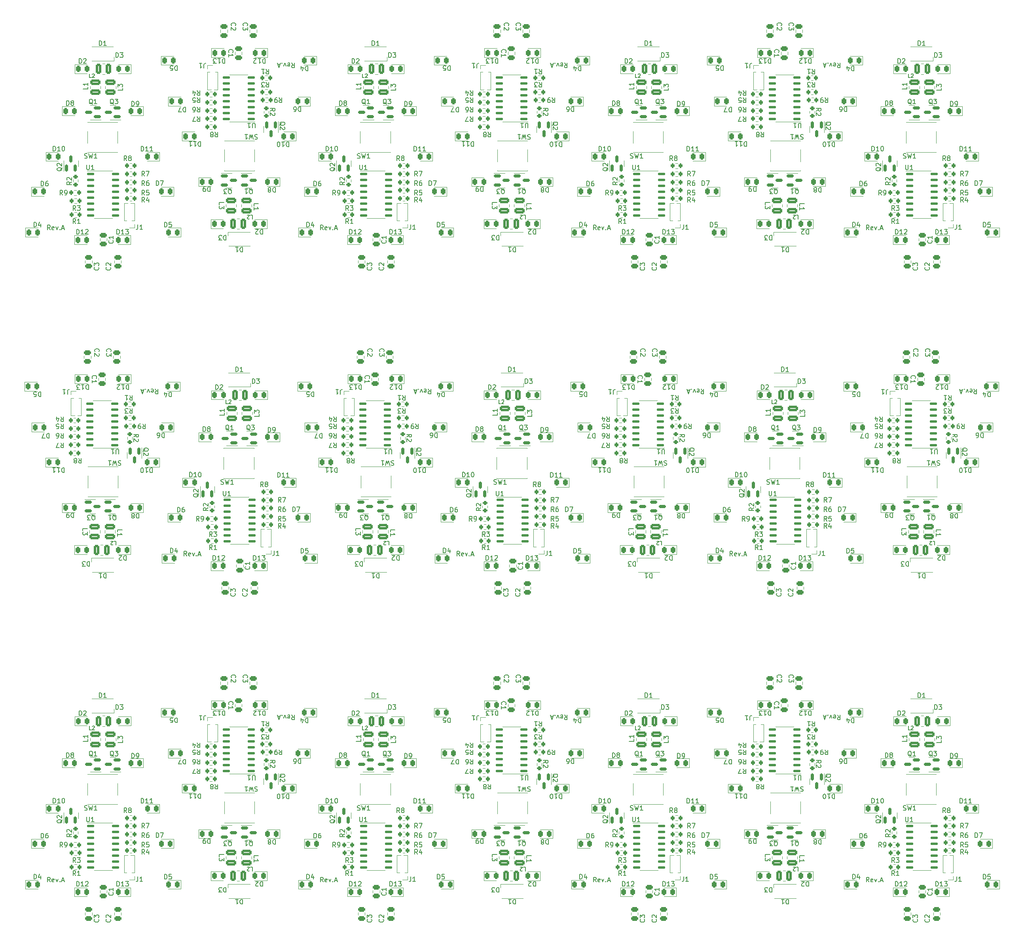
<source format=gto>
G04 #@! TF.GenerationSoftware,KiCad,Pcbnew,(6.0.2)*
G04 #@! TF.CreationDate,2022-10-30T19:52:43+01:00*
G04 #@! TF.ProjectId,panel,70616e65-6c2e-46b6-9963-61645f706362,rev?*
G04 #@! TF.SameCoordinates,Original*
G04 #@! TF.FileFunction,Legend,Top*
G04 #@! TF.FilePolarity,Positive*
%FSLAX46Y46*%
G04 Gerber Fmt 4.6, Leading zero omitted, Abs format (unit mm)*
G04 Created by KiCad (PCBNEW (6.0.2)) date 2022-10-30 19:52:43*
%MOMM*%
%LPD*%
G01*
G04 APERTURE LIST*
G04 Aperture macros list*
%AMRoundRect*
0 Rectangle with rounded corners*
0 $1 Rounding radius*
0 $2 $3 $4 $5 $6 $7 $8 $9 X,Y pos of 4 corners*
0 Add a 4 corners polygon primitive as box body*
4,1,4,$2,$3,$4,$5,$6,$7,$8,$9,$2,$3,0*
0 Add four circle primitives for the rounded corners*
1,1,$1+$1,$2,$3*
1,1,$1+$1,$4,$5*
1,1,$1+$1,$6,$7*
1,1,$1+$1,$8,$9*
0 Add four rect primitives between the rounded corners*
20,1,$1+$1,$2,$3,$4,$5,0*
20,1,$1+$1,$4,$5,$6,$7,0*
20,1,$1+$1,$6,$7,$8,$9,0*
20,1,$1+$1,$8,$9,$2,$3,0*%
G04 Aperture macros list end*
%ADD10C,0.150000*%
%ADD11C,0.120000*%
%ADD12C,0.500000*%
%ADD13RoundRect,0.243750X-0.243750X-0.456250X0.243750X-0.456250X0.243750X0.456250X-0.243750X0.456250X0*%
%ADD14R,1.500000X0.900000*%
%ADD15RoundRect,0.200000X0.200000X0.275000X-0.200000X0.275000X-0.200000X-0.275000X0.200000X-0.275000X0*%
%ADD16R,1.000000X1.000000*%
%ADD17O,1.000000X1.000000*%
%ADD18RoundRect,0.243750X0.243750X0.456250X-0.243750X0.456250X-0.243750X-0.456250X0.243750X-0.456250X0*%
%ADD19RoundRect,0.200000X-0.200000X-0.275000X0.200000X-0.275000X0.200000X0.275000X-0.200000X0.275000X0*%
%ADD20R,1.900000X1.300000*%
%ADD21RoundRect,0.250000X-0.475000X0.250000X-0.475000X-0.250000X0.475000X-0.250000X0.475000X0.250000X0*%
%ADD22RoundRect,0.150000X0.587500X0.150000X-0.587500X0.150000X-0.587500X-0.150000X0.587500X-0.150000X0*%
%ADD23RoundRect,0.250000X0.475000X-0.250000X0.475000X0.250000X-0.475000X0.250000X-0.475000X-0.250000X0*%
%ADD24RoundRect,0.150000X-0.587500X-0.150000X0.587500X-0.150000X0.587500X0.150000X-0.587500X0.150000X0*%
%ADD25RoundRect,0.250000X-0.850000X0.375000X-0.850000X-0.375000X0.850000X-0.375000X0.850000X0.375000X0*%
%ADD26RoundRect,0.250000X0.375000X0.850000X-0.375000X0.850000X-0.375000X-0.850000X0.375000X-0.850000X0*%
%ADD27RoundRect,0.200000X0.275000X-0.200000X0.275000X0.200000X-0.275000X0.200000X-0.275000X-0.200000X0*%
%ADD28RoundRect,0.150000X-0.150000X0.587500X-0.150000X-0.587500X0.150000X-0.587500X0.150000X0.587500X0*%
%ADD29RoundRect,0.200000X-0.275000X0.200000X-0.275000X-0.200000X0.275000X-0.200000X0.275000X0.200000X0*%
%ADD30RoundRect,0.250000X0.850000X-0.375000X0.850000X0.375000X-0.850000X0.375000X-0.850000X-0.375000X0*%
%ADD31RoundRect,0.150000X0.150000X-0.587500X0.150000X0.587500X-0.150000X0.587500X-0.150000X-0.587500X0*%
%ADD32RoundRect,0.137500X0.662500X0.137500X-0.662500X0.137500X-0.662500X-0.137500X0.662500X-0.137500X0*%
%ADD33RoundRect,0.137500X-0.662500X-0.137500X0.662500X-0.137500X0.662500X0.137500X-0.662500X0.137500X0*%
%ADD34RoundRect,0.250000X-0.375000X-0.850000X0.375000X-0.850000X0.375000X0.850000X-0.375000X0.850000X0*%
%ADD35R,2.100000X2.100000*%
%ADD36C,2.100000*%
G04 APERTURE END LIST*
D10*
X53323466Y-102355019D02*
X53656800Y-102831209D01*
X53894895Y-102355019D02*
X53894895Y-103355019D01*
X53513942Y-103355019D01*
X53418704Y-103307400D01*
X53371085Y-103259780D01*
X53323466Y-103164542D01*
X53323466Y-103021685D01*
X53371085Y-102926447D01*
X53418704Y-102878828D01*
X53513942Y-102831209D01*
X53894895Y-102831209D01*
X52513942Y-102402638D02*
X52609180Y-102355019D01*
X52799657Y-102355019D01*
X52894895Y-102402638D01*
X52942514Y-102497876D01*
X52942514Y-102878828D01*
X52894895Y-102974066D01*
X52799657Y-103021685D01*
X52609180Y-103021685D01*
X52513942Y-102974066D01*
X52466323Y-102878828D01*
X52466323Y-102783590D01*
X52942514Y-102688352D01*
X52132990Y-103021685D02*
X51894895Y-102355019D01*
X51656800Y-103021685D01*
X51275847Y-102450257D02*
X51228228Y-102402638D01*
X51275847Y-102355019D01*
X51323466Y-102402638D01*
X51275847Y-102450257D01*
X51275847Y-102355019D01*
X50847276Y-102640733D02*
X50371085Y-102640733D01*
X50942514Y-102355019D02*
X50609180Y-103355019D01*
X50275847Y-102355019D01*
X206087733Y-207897780D02*
X205754400Y-207421590D01*
X205516304Y-207897780D02*
X205516304Y-206897780D01*
X205897257Y-206897780D01*
X205992495Y-206945400D01*
X206040114Y-206993019D01*
X206087733Y-207088257D01*
X206087733Y-207231114D01*
X206040114Y-207326352D01*
X205992495Y-207373971D01*
X205897257Y-207421590D01*
X205516304Y-207421590D01*
X206897257Y-207850161D02*
X206802019Y-207897780D01*
X206611542Y-207897780D01*
X206516304Y-207850161D01*
X206468685Y-207754923D01*
X206468685Y-207373971D01*
X206516304Y-207278733D01*
X206611542Y-207231114D01*
X206802019Y-207231114D01*
X206897257Y-207278733D01*
X206944876Y-207373971D01*
X206944876Y-207469209D01*
X206468685Y-207564447D01*
X207278209Y-207231114D02*
X207516304Y-207897780D01*
X207754400Y-207231114D01*
X208135352Y-207802542D02*
X208182971Y-207850161D01*
X208135352Y-207897780D01*
X208087733Y-207850161D01*
X208135352Y-207802542D01*
X208135352Y-207897780D01*
X208563923Y-207612066D02*
X209040114Y-207612066D01*
X208468685Y-207897780D02*
X208802019Y-206897780D01*
X209135352Y-207897780D01*
X140928266Y-172168219D02*
X141261600Y-172644409D01*
X141499695Y-172168219D02*
X141499695Y-173168219D01*
X141118742Y-173168219D01*
X141023504Y-173120600D01*
X140975885Y-173072980D01*
X140928266Y-172977742D01*
X140928266Y-172834885D01*
X140975885Y-172739647D01*
X141023504Y-172692028D01*
X141118742Y-172644409D01*
X141499695Y-172644409D01*
X140118742Y-172215838D02*
X140213980Y-172168219D01*
X140404457Y-172168219D01*
X140499695Y-172215838D01*
X140547314Y-172311076D01*
X140547314Y-172692028D01*
X140499695Y-172787266D01*
X140404457Y-172834885D01*
X140213980Y-172834885D01*
X140118742Y-172787266D01*
X140071123Y-172692028D01*
X140071123Y-172596790D01*
X140547314Y-172501552D01*
X139737790Y-172834885D02*
X139499695Y-172168219D01*
X139261600Y-172834885D01*
X138880647Y-172263457D02*
X138833028Y-172215838D01*
X138880647Y-172168219D01*
X138928266Y-172215838D01*
X138880647Y-172263457D01*
X138880647Y-172168219D01*
X138452076Y-172453933D02*
X137975885Y-172453933D01*
X138547314Y-172168219D02*
X138213980Y-173168219D01*
X137880647Y-172168219D01*
X170129866Y-102355019D02*
X170463200Y-102831209D01*
X170701295Y-102355019D02*
X170701295Y-103355019D01*
X170320342Y-103355019D01*
X170225104Y-103307400D01*
X170177485Y-103259780D01*
X170129866Y-103164542D01*
X170129866Y-103021685D01*
X170177485Y-102926447D01*
X170225104Y-102878828D01*
X170320342Y-102831209D01*
X170701295Y-102831209D01*
X169320342Y-102402638D02*
X169415580Y-102355019D01*
X169606057Y-102355019D01*
X169701295Y-102402638D01*
X169748914Y-102497876D01*
X169748914Y-102878828D01*
X169701295Y-102974066D01*
X169606057Y-103021685D01*
X169415580Y-103021685D01*
X169320342Y-102974066D01*
X169272723Y-102878828D01*
X169272723Y-102783590D01*
X169748914Y-102688352D01*
X168939390Y-103021685D02*
X168701295Y-102355019D01*
X168463200Y-103021685D01*
X168082247Y-102450257D02*
X168034628Y-102402638D01*
X168082247Y-102355019D01*
X168129866Y-102402638D01*
X168082247Y-102450257D01*
X168082247Y-102355019D01*
X167653676Y-102640733D02*
X167177485Y-102640733D01*
X167748914Y-102355019D02*
X167415580Y-103355019D01*
X167082247Y-102355019D01*
X199331466Y-172168219D02*
X199664800Y-172644409D01*
X199902895Y-172168219D02*
X199902895Y-173168219D01*
X199521942Y-173168219D01*
X199426704Y-173120600D01*
X199379085Y-173072980D01*
X199331466Y-172977742D01*
X199331466Y-172834885D01*
X199379085Y-172739647D01*
X199426704Y-172692028D01*
X199521942Y-172644409D01*
X199902895Y-172644409D01*
X198521942Y-172215838D02*
X198617180Y-172168219D01*
X198807657Y-172168219D01*
X198902895Y-172215838D01*
X198950514Y-172311076D01*
X198950514Y-172692028D01*
X198902895Y-172787266D01*
X198807657Y-172834885D01*
X198617180Y-172834885D01*
X198521942Y-172787266D01*
X198474323Y-172692028D01*
X198474323Y-172596790D01*
X198950514Y-172501552D01*
X198140990Y-172834885D02*
X197902895Y-172168219D01*
X197664800Y-172834885D01*
X197283847Y-172263457D02*
X197236228Y-172215838D01*
X197283847Y-172168219D01*
X197331466Y-172215838D01*
X197283847Y-172263457D01*
X197283847Y-172168219D01*
X196855276Y-172453933D02*
X196379085Y-172453933D01*
X196950514Y-172168219D02*
X196617180Y-173168219D01*
X196283847Y-172168219D01*
X89281333Y-68271380D02*
X88948000Y-67795190D01*
X88709904Y-68271380D02*
X88709904Y-67271380D01*
X89090857Y-67271380D01*
X89186095Y-67319000D01*
X89233714Y-67366619D01*
X89281333Y-67461857D01*
X89281333Y-67604714D01*
X89233714Y-67699952D01*
X89186095Y-67747571D01*
X89090857Y-67795190D01*
X88709904Y-67795190D01*
X90090857Y-68223761D02*
X89995619Y-68271380D01*
X89805142Y-68271380D01*
X89709904Y-68223761D01*
X89662285Y-68128523D01*
X89662285Y-67747571D01*
X89709904Y-67652333D01*
X89805142Y-67604714D01*
X89995619Y-67604714D01*
X90090857Y-67652333D01*
X90138476Y-67747571D01*
X90138476Y-67842809D01*
X89662285Y-67938047D01*
X90471809Y-67604714D02*
X90709904Y-68271380D01*
X90948000Y-67604714D01*
X91328952Y-68176142D02*
X91376571Y-68223761D01*
X91328952Y-68271380D01*
X91281333Y-68223761D01*
X91328952Y-68176142D01*
X91328952Y-68271380D01*
X91757523Y-67985666D02*
X92233714Y-67985666D01*
X91662285Y-68271380D02*
X91995619Y-67271380D01*
X92328952Y-68271380D01*
X118482933Y-138084580D02*
X118149600Y-137608390D01*
X117911504Y-138084580D02*
X117911504Y-137084580D01*
X118292457Y-137084580D01*
X118387695Y-137132200D01*
X118435314Y-137179819D01*
X118482933Y-137275057D01*
X118482933Y-137417914D01*
X118435314Y-137513152D01*
X118387695Y-137560771D01*
X118292457Y-137608390D01*
X117911504Y-137608390D01*
X119292457Y-138036961D02*
X119197219Y-138084580D01*
X119006742Y-138084580D01*
X118911504Y-138036961D01*
X118863885Y-137941723D01*
X118863885Y-137560771D01*
X118911504Y-137465533D01*
X119006742Y-137417914D01*
X119197219Y-137417914D01*
X119292457Y-137465533D01*
X119340076Y-137560771D01*
X119340076Y-137656009D01*
X118863885Y-137751247D01*
X119673409Y-137417914D02*
X119911504Y-138084580D01*
X120149600Y-137417914D01*
X120530552Y-137989342D02*
X120578171Y-138036961D01*
X120530552Y-138084580D01*
X120482933Y-138036961D01*
X120530552Y-137989342D01*
X120530552Y-138084580D01*
X120959123Y-137798866D02*
X121435314Y-137798866D01*
X120863885Y-138084580D02*
X121197219Y-137084580D01*
X121530552Y-138084580D01*
X176886133Y-138084580D02*
X176552800Y-137608390D01*
X176314704Y-138084580D02*
X176314704Y-137084580D01*
X176695657Y-137084580D01*
X176790895Y-137132200D01*
X176838514Y-137179819D01*
X176886133Y-137275057D01*
X176886133Y-137417914D01*
X176838514Y-137513152D01*
X176790895Y-137560771D01*
X176695657Y-137608390D01*
X176314704Y-137608390D01*
X177695657Y-138036961D02*
X177600419Y-138084580D01*
X177409942Y-138084580D01*
X177314704Y-138036961D01*
X177267085Y-137941723D01*
X177267085Y-137560771D01*
X177314704Y-137465533D01*
X177409942Y-137417914D01*
X177600419Y-137417914D01*
X177695657Y-137465533D01*
X177743276Y-137560771D01*
X177743276Y-137656009D01*
X177267085Y-137751247D01*
X178076609Y-137417914D02*
X178314704Y-138084580D01*
X178552800Y-137417914D01*
X178933752Y-137989342D02*
X178981371Y-138036961D01*
X178933752Y-138084580D01*
X178886133Y-138036961D01*
X178933752Y-137989342D01*
X178933752Y-138084580D01*
X179362323Y-137798866D02*
X179838514Y-137798866D01*
X179267085Y-138084580D02*
X179600419Y-137084580D01*
X179933752Y-138084580D01*
X206087733Y-68271380D02*
X205754400Y-67795190D01*
X205516304Y-68271380D02*
X205516304Y-67271380D01*
X205897257Y-67271380D01*
X205992495Y-67319000D01*
X206040114Y-67366619D01*
X206087733Y-67461857D01*
X206087733Y-67604714D01*
X206040114Y-67699952D01*
X205992495Y-67747571D01*
X205897257Y-67795190D01*
X205516304Y-67795190D01*
X206897257Y-68223761D02*
X206802019Y-68271380D01*
X206611542Y-68271380D01*
X206516304Y-68223761D01*
X206468685Y-68128523D01*
X206468685Y-67747571D01*
X206516304Y-67652333D01*
X206611542Y-67604714D01*
X206802019Y-67604714D01*
X206897257Y-67652333D01*
X206944876Y-67747571D01*
X206944876Y-67842809D01*
X206468685Y-67938047D01*
X207278209Y-67604714D02*
X207516304Y-68271380D01*
X207754400Y-67604714D01*
X208135352Y-68176142D02*
X208182971Y-68223761D01*
X208135352Y-68271380D01*
X208087733Y-68223761D01*
X208135352Y-68176142D01*
X208135352Y-68271380D01*
X208563923Y-67985666D02*
X209040114Y-67985666D01*
X208468685Y-68271380D02*
X208802019Y-67271380D01*
X209135352Y-68271380D01*
X228533066Y-102355019D02*
X228866400Y-102831209D01*
X229104495Y-102355019D02*
X229104495Y-103355019D01*
X228723542Y-103355019D01*
X228628304Y-103307400D01*
X228580685Y-103259780D01*
X228533066Y-103164542D01*
X228533066Y-103021685D01*
X228580685Y-102926447D01*
X228628304Y-102878828D01*
X228723542Y-102831209D01*
X229104495Y-102831209D01*
X227723542Y-102402638D02*
X227818780Y-102355019D01*
X228009257Y-102355019D01*
X228104495Y-102402638D01*
X228152114Y-102497876D01*
X228152114Y-102878828D01*
X228104495Y-102974066D01*
X228009257Y-103021685D01*
X227818780Y-103021685D01*
X227723542Y-102974066D01*
X227675923Y-102878828D01*
X227675923Y-102783590D01*
X228152114Y-102688352D01*
X227342590Y-103021685D02*
X227104495Y-102355019D01*
X226866400Y-103021685D01*
X226485447Y-102450257D02*
X226437828Y-102402638D01*
X226485447Y-102355019D01*
X226533066Y-102402638D01*
X226485447Y-102450257D01*
X226485447Y-102355019D01*
X226056876Y-102640733D02*
X225580685Y-102640733D01*
X226152114Y-102355019D02*
X225818780Y-103355019D01*
X225485447Y-102355019D01*
X30878133Y-68271380D02*
X30544800Y-67795190D01*
X30306704Y-68271380D02*
X30306704Y-67271380D01*
X30687657Y-67271380D01*
X30782895Y-67319000D01*
X30830514Y-67366619D01*
X30878133Y-67461857D01*
X30878133Y-67604714D01*
X30830514Y-67699952D01*
X30782895Y-67747571D01*
X30687657Y-67795190D01*
X30306704Y-67795190D01*
X31687657Y-68223761D02*
X31592419Y-68271380D01*
X31401942Y-68271380D01*
X31306704Y-68223761D01*
X31259085Y-68128523D01*
X31259085Y-67747571D01*
X31306704Y-67652333D01*
X31401942Y-67604714D01*
X31592419Y-67604714D01*
X31687657Y-67652333D01*
X31735276Y-67747571D01*
X31735276Y-67842809D01*
X31259085Y-67938047D01*
X32068609Y-67604714D02*
X32306704Y-68271380D01*
X32544800Y-67604714D01*
X32925752Y-68176142D02*
X32973371Y-68223761D01*
X32925752Y-68271380D01*
X32878133Y-68223761D01*
X32925752Y-68176142D01*
X32925752Y-68271380D01*
X33354323Y-67985666D02*
X33830514Y-67985666D01*
X33259085Y-68271380D02*
X33592419Y-67271380D01*
X33925752Y-68271380D01*
X140928266Y-32541819D02*
X141261600Y-33018009D01*
X141499695Y-32541819D02*
X141499695Y-33541819D01*
X141118742Y-33541819D01*
X141023504Y-33494200D01*
X140975885Y-33446580D01*
X140928266Y-33351342D01*
X140928266Y-33208485D01*
X140975885Y-33113247D01*
X141023504Y-33065628D01*
X141118742Y-33018009D01*
X141499695Y-33018009D01*
X140118742Y-32589438D02*
X140213980Y-32541819D01*
X140404457Y-32541819D01*
X140499695Y-32589438D01*
X140547314Y-32684676D01*
X140547314Y-33065628D01*
X140499695Y-33160866D01*
X140404457Y-33208485D01*
X140213980Y-33208485D01*
X140118742Y-33160866D01*
X140071123Y-33065628D01*
X140071123Y-32970390D01*
X140547314Y-32875152D01*
X139737790Y-33208485D02*
X139499695Y-32541819D01*
X139261600Y-33208485D01*
X138880647Y-32637057D02*
X138833028Y-32589438D01*
X138880647Y-32541819D01*
X138928266Y-32589438D01*
X138880647Y-32637057D01*
X138880647Y-32541819D01*
X138452076Y-32827533D02*
X137975885Y-32827533D01*
X138547314Y-32541819D02*
X138213980Y-33541819D01*
X137880647Y-32541819D01*
X147684533Y-68271380D02*
X147351200Y-67795190D01*
X147113104Y-68271380D02*
X147113104Y-67271380D01*
X147494057Y-67271380D01*
X147589295Y-67319000D01*
X147636914Y-67366619D01*
X147684533Y-67461857D01*
X147684533Y-67604714D01*
X147636914Y-67699952D01*
X147589295Y-67747571D01*
X147494057Y-67795190D01*
X147113104Y-67795190D01*
X148494057Y-68223761D02*
X148398819Y-68271380D01*
X148208342Y-68271380D01*
X148113104Y-68223761D01*
X148065485Y-68128523D01*
X148065485Y-67747571D01*
X148113104Y-67652333D01*
X148208342Y-67604714D01*
X148398819Y-67604714D01*
X148494057Y-67652333D01*
X148541676Y-67747571D01*
X148541676Y-67842809D01*
X148065485Y-67938047D01*
X148875009Y-67604714D02*
X149113104Y-68271380D01*
X149351200Y-67604714D01*
X149732152Y-68176142D02*
X149779771Y-68223761D01*
X149732152Y-68271380D01*
X149684533Y-68223761D01*
X149732152Y-68176142D01*
X149732152Y-68271380D01*
X150160723Y-67985666D02*
X150636914Y-67985666D01*
X150065485Y-68271380D02*
X150398819Y-67271380D01*
X150732152Y-68271380D01*
X199331466Y-32541819D02*
X199664800Y-33018009D01*
X199902895Y-32541819D02*
X199902895Y-33541819D01*
X199521942Y-33541819D01*
X199426704Y-33494200D01*
X199379085Y-33446580D01*
X199331466Y-33351342D01*
X199331466Y-33208485D01*
X199379085Y-33113247D01*
X199426704Y-33065628D01*
X199521942Y-33018009D01*
X199902895Y-33018009D01*
X198521942Y-32589438D02*
X198617180Y-32541819D01*
X198807657Y-32541819D01*
X198902895Y-32589438D01*
X198950514Y-32684676D01*
X198950514Y-33065628D01*
X198902895Y-33160866D01*
X198807657Y-33208485D01*
X198617180Y-33208485D01*
X198521942Y-33160866D01*
X198474323Y-33065628D01*
X198474323Y-32970390D01*
X198950514Y-32875152D01*
X198140990Y-33208485D02*
X197902895Y-32541819D01*
X197664800Y-33208485D01*
X197283847Y-32637057D02*
X197236228Y-32589438D01*
X197283847Y-32541819D01*
X197331466Y-32589438D01*
X197283847Y-32637057D01*
X197283847Y-32541819D01*
X196855276Y-32827533D02*
X196379085Y-32827533D01*
X196950514Y-32541819D02*
X196617180Y-33541819D01*
X196283847Y-32541819D01*
X89281333Y-207897780D02*
X88948000Y-207421590D01*
X88709904Y-207897780D02*
X88709904Y-206897780D01*
X89090857Y-206897780D01*
X89186095Y-206945400D01*
X89233714Y-206993019D01*
X89281333Y-207088257D01*
X89281333Y-207231114D01*
X89233714Y-207326352D01*
X89186095Y-207373971D01*
X89090857Y-207421590D01*
X88709904Y-207421590D01*
X90090857Y-207850161D02*
X89995619Y-207897780D01*
X89805142Y-207897780D01*
X89709904Y-207850161D01*
X89662285Y-207754923D01*
X89662285Y-207373971D01*
X89709904Y-207278733D01*
X89805142Y-207231114D01*
X89995619Y-207231114D01*
X90090857Y-207278733D01*
X90138476Y-207373971D01*
X90138476Y-207469209D01*
X89662285Y-207564447D01*
X90471809Y-207231114D02*
X90709904Y-207897780D01*
X90948000Y-207231114D01*
X91328952Y-207802542D02*
X91376571Y-207850161D01*
X91328952Y-207897780D01*
X91281333Y-207850161D01*
X91328952Y-207802542D01*
X91328952Y-207897780D01*
X91757523Y-207612066D02*
X92233714Y-207612066D01*
X91662285Y-207897780D02*
X91995619Y-206897780D01*
X92328952Y-207897780D01*
X30878133Y-207897780D02*
X30544800Y-207421590D01*
X30306704Y-207897780D02*
X30306704Y-206897780D01*
X30687657Y-206897780D01*
X30782895Y-206945400D01*
X30830514Y-206993019D01*
X30878133Y-207088257D01*
X30878133Y-207231114D01*
X30830514Y-207326352D01*
X30782895Y-207373971D01*
X30687657Y-207421590D01*
X30306704Y-207421590D01*
X31687657Y-207850161D02*
X31592419Y-207897780D01*
X31401942Y-207897780D01*
X31306704Y-207850161D01*
X31259085Y-207754923D01*
X31259085Y-207373971D01*
X31306704Y-207278733D01*
X31401942Y-207231114D01*
X31592419Y-207231114D01*
X31687657Y-207278733D01*
X31735276Y-207373971D01*
X31735276Y-207469209D01*
X31259085Y-207564447D01*
X32068609Y-207231114D02*
X32306704Y-207897780D01*
X32544800Y-207231114D01*
X32925752Y-207802542D02*
X32973371Y-207850161D01*
X32925752Y-207897780D01*
X32878133Y-207850161D01*
X32925752Y-207802542D01*
X32925752Y-207897780D01*
X33354323Y-207612066D02*
X33830514Y-207612066D01*
X33259085Y-207897780D02*
X33592419Y-206897780D01*
X33925752Y-207897780D01*
X147684533Y-207897780D02*
X147351200Y-207421590D01*
X147113104Y-207897780D02*
X147113104Y-206897780D01*
X147494057Y-206897780D01*
X147589295Y-206945400D01*
X147636914Y-206993019D01*
X147684533Y-207088257D01*
X147684533Y-207231114D01*
X147636914Y-207326352D01*
X147589295Y-207373971D01*
X147494057Y-207421590D01*
X147113104Y-207421590D01*
X148494057Y-207850161D02*
X148398819Y-207897780D01*
X148208342Y-207897780D01*
X148113104Y-207850161D01*
X148065485Y-207754923D01*
X148065485Y-207373971D01*
X148113104Y-207278733D01*
X148208342Y-207231114D01*
X148398819Y-207231114D01*
X148494057Y-207278733D01*
X148541676Y-207373971D01*
X148541676Y-207469209D01*
X148065485Y-207564447D01*
X148875009Y-207231114D02*
X149113104Y-207897780D01*
X149351200Y-207231114D01*
X149732152Y-207802542D02*
X149779771Y-207850161D01*
X149732152Y-207897780D01*
X149684533Y-207850161D01*
X149732152Y-207802542D01*
X149732152Y-207897780D01*
X150160723Y-207612066D02*
X150636914Y-207612066D01*
X150065485Y-207897780D02*
X150398819Y-206897780D01*
X150732152Y-207897780D01*
X111726666Y-102355019D02*
X112060000Y-102831209D01*
X112298095Y-102355019D02*
X112298095Y-103355019D01*
X111917142Y-103355019D01*
X111821904Y-103307400D01*
X111774285Y-103259780D01*
X111726666Y-103164542D01*
X111726666Y-103021685D01*
X111774285Y-102926447D01*
X111821904Y-102878828D01*
X111917142Y-102831209D01*
X112298095Y-102831209D01*
X110917142Y-102402638D02*
X111012380Y-102355019D01*
X111202857Y-102355019D01*
X111298095Y-102402638D01*
X111345714Y-102497876D01*
X111345714Y-102878828D01*
X111298095Y-102974066D01*
X111202857Y-103021685D01*
X111012380Y-103021685D01*
X110917142Y-102974066D01*
X110869523Y-102878828D01*
X110869523Y-102783590D01*
X111345714Y-102688352D01*
X110536190Y-103021685D02*
X110298095Y-102355019D01*
X110060000Y-103021685D01*
X109679047Y-102450257D02*
X109631428Y-102402638D01*
X109679047Y-102355019D01*
X109726666Y-102402638D01*
X109679047Y-102450257D01*
X109679047Y-102355019D01*
X109250476Y-102640733D02*
X108774285Y-102640733D01*
X109345714Y-102355019D02*
X109012380Y-103355019D01*
X108679047Y-102355019D01*
X82525066Y-32541819D02*
X82858400Y-33018009D01*
X83096495Y-32541819D02*
X83096495Y-33541819D01*
X82715542Y-33541819D01*
X82620304Y-33494200D01*
X82572685Y-33446580D01*
X82525066Y-33351342D01*
X82525066Y-33208485D01*
X82572685Y-33113247D01*
X82620304Y-33065628D01*
X82715542Y-33018009D01*
X83096495Y-33018009D01*
X81715542Y-32589438D02*
X81810780Y-32541819D01*
X82001257Y-32541819D01*
X82096495Y-32589438D01*
X82144114Y-32684676D01*
X82144114Y-33065628D01*
X82096495Y-33160866D01*
X82001257Y-33208485D01*
X81810780Y-33208485D01*
X81715542Y-33160866D01*
X81667923Y-33065628D01*
X81667923Y-32970390D01*
X82144114Y-32875152D01*
X81334590Y-33208485D02*
X81096495Y-32541819D01*
X80858400Y-33208485D01*
X80477447Y-32637057D02*
X80429828Y-32589438D01*
X80477447Y-32541819D01*
X80525066Y-32589438D01*
X80477447Y-32637057D01*
X80477447Y-32541819D01*
X80048876Y-32827533D02*
X79572685Y-32827533D01*
X80144114Y-32541819D02*
X79810780Y-33541819D01*
X79477447Y-32541819D01*
X82525066Y-172168219D02*
X82858400Y-172644409D01*
X83096495Y-172168219D02*
X83096495Y-173168219D01*
X82715542Y-173168219D01*
X82620304Y-173120600D01*
X82572685Y-173072980D01*
X82525066Y-172977742D01*
X82525066Y-172834885D01*
X82572685Y-172739647D01*
X82620304Y-172692028D01*
X82715542Y-172644409D01*
X83096495Y-172644409D01*
X81715542Y-172215838D02*
X81810780Y-172168219D01*
X82001257Y-172168219D01*
X82096495Y-172215838D01*
X82144114Y-172311076D01*
X82144114Y-172692028D01*
X82096495Y-172787266D01*
X82001257Y-172834885D01*
X81810780Y-172834885D01*
X81715542Y-172787266D01*
X81667923Y-172692028D01*
X81667923Y-172596790D01*
X82144114Y-172501552D01*
X81334590Y-172834885D02*
X81096495Y-172168219D01*
X80858400Y-172834885D01*
X80477447Y-172263457D02*
X80429828Y-172215838D01*
X80477447Y-172168219D01*
X80525066Y-172215838D01*
X80477447Y-172263457D01*
X80477447Y-172168219D01*
X80048876Y-172453933D02*
X79572685Y-172453933D01*
X80144114Y-172168219D02*
X79810780Y-173168219D01*
X79477447Y-172168219D01*
X60079733Y-138084580D02*
X59746400Y-137608390D01*
X59508304Y-138084580D02*
X59508304Y-137084580D01*
X59889257Y-137084580D01*
X59984495Y-137132200D01*
X60032114Y-137179819D01*
X60079733Y-137275057D01*
X60079733Y-137417914D01*
X60032114Y-137513152D01*
X59984495Y-137560771D01*
X59889257Y-137608390D01*
X59508304Y-137608390D01*
X60889257Y-138036961D02*
X60794019Y-138084580D01*
X60603542Y-138084580D01*
X60508304Y-138036961D01*
X60460685Y-137941723D01*
X60460685Y-137560771D01*
X60508304Y-137465533D01*
X60603542Y-137417914D01*
X60794019Y-137417914D01*
X60889257Y-137465533D01*
X60936876Y-137560771D01*
X60936876Y-137656009D01*
X60460685Y-137751247D01*
X61270209Y-137417914D02*
X61508304Y-138084580D01*
X61746400Y-137417914D01*
X62127352Y-137989342D02*
X62174971Y-138036961D01*
X62127352Y-138084580D01*
X62079733Y-138036961D01*
X62127352Y-137989342D01*
X62127352Y-138084580D01*
X62555923Y-137798866D02*
X63032114Y-137798866D01*
X62460685Y-138084580D02*
X62794019Y-137084580D01*
X63127352Y-138084580D01*
X28876895Y-102963019D02*
X28876895Y-103963019D01*
X28638800Y-103963019D01*
X28495942Y-103915400D01*
X28400704Y-103820161D01*
X28353085Y-103724923D01*
X28305466Y-103534447D01*
X28305466Y-103391590D01*
X28353085Y-103201114D01*
X28400704Y-103105876D01*
X28495942Y-103010638D01*
X28638800Y-102963019D01*
X28876895Y-102963019D01*
X27400704Y-103963019D02*
X27876895Y-103963019D01*
X27924514Y-103486828D01*
X27876895Y-103534447D01*
X27781657Y-103582066D01*
X27543561Y-103582066D01*
X27448323Y-103534447D01*
X27400704Y-103486828D01*
X27353085Y-103391590D01*
X27353085Y-103153495D01*
X27400704Y-103058257D01*
X27448323Y-103010638D01*
X27543561Y-102963019D01*
X27781657Y-102963019D01*
X27876895Y-103010638D01*
X27924514Y-103058257D01*
X70556304Y-98614580D02*
X70556304Y-97614580D01*
X70794400Y-97614580D01*
X70937257Y-97662200D01*
X71032495Y-97757438D01*
X71080114Y-97852676D01*
X71127733Y-98043152D01*
X71127733Y-98186009D01*
X71080114Y-98376485D01*
X71032495Y-98471723D01*
X70937257Y-98566961D01*
X70794400Y-98614580D01*
X70556304Y-98614580D01*
X72080114Y-98614580D02*
X71508685Y-98614580D01*
X71794400Y-98614580D02*
X71794400Y-97614580D01*
X71699161Y-97757438D01*
X71603923Y-97852676D01*
X71508685Y-97900295D01*
X138674933Y-130618580D02*
X138341600Y-130142390D01*
X138103504Y-130618580D02*
X138103504Y-129618580D01*
X138484457Y-129618580D01*
X138579695Y-129666200D01*
X138627314Y-129713819D01*
X138674933Y-129809057D01*
X138674933Y-129951914D01*
X138627314Y-130047152D01*
X138579695Y-130094771D01*
X138484457Y-130142390D01*
X138103504Y-130142390D01*
X139579695Y-129618580D02*
X139103504Y-129618580D01*
X139055885Y-130094771D01*
X139103504Y-130047152D01*
X139198742Y-129999533D01*
X139436838Y-129999533D01*
X139532076Y-130047152D01*
X139579695Y-130094771D01*
X139627314Y-130190009D01*
X139627314Y-130428104D01*
X139579695Y-130523342D01*
X139532076Y-130570961D01*
X139436838Y-130618580D01*
X139198742Y-130618580D01*
X139103504Y-130570961D01*
X139055885Y-130523342D01*
X224843066Y-206797780D02*
X224843066Y-207512066D01*
X224795447Y-207654923D01*
X224700209Y-207750161D01*
X224557352Y-207797780D01*
X224462114Y-207797780D01*
X225843066Y-207797780D02*
X225271638Y-207797780D01*
X225557352Y-207797780D02*
X225557352Y-206797780D01*
X225462114Y-206940638D01*
X225366876Y-207035876D01*
X225271638Y-207083495D01*
X53546704Y-198399780D02*
X53546704Y-197399780D01*
X53784800Y-197399780D01*
X53927657Y-197447400D01*
X54022895Y-197542638D01*
X54070514Y-197637876D01*
X54118133Y-197828352D01*
X54118133Y-197971209D01*
X54070514Y-198161685D01*
X54022895Y-198256923D01*
X53927657Y-198352161D01*
X53784800Y-198399780D01*
X53546704Y-198399780D01*
X54451466Y-197399780D02*
X55118133Y-197399780D01*
X54689561Y-198399780D01*
X211547733Y-206527780D02*
X211214400Y-206051590D01*
X210976304Y-206527780D02*
X210976304Y-205527780D01*
X211357257Y-205527780D01*
X211452495Y-205575400D01*
X211500114Y-205623019D01*
X211547733Y-205718257D01*
X211547733Y-205861114D01*
X211500114Y-205956352D01*
X211452495Y-206003971D01*
X211357257Y-206051590D01*
X210976304Y-206051590D01*
X212500114Y-206527780D02*
X211928685Y-206527780D01*
X212214400Y-206527780D02*
X212214400Y-205527780D01*
X212119161Y-205670638D01*
X212023923Y-205765876D01*
X211928685Y-205813495D01*
X109060666Y-109821019D02*
X109394000Y-110297209D01*
X109632095Y-109821019D02*
X109632095Y-110821019D01*
X109251142Y-110821019D01*
X109155904Y-110773400D01*
X109108285Y-110725780D01*
X109060666Y-110630542D01*
X109060666Y-110487685D01*
X109108285Y-110392447D01*
X109155904Y-110344828D01*
X109251142Y-110297209D01*
X109632095Y-110297209D01*
X108584476Y-109821019D02*
X108394000Y-109821019D01*
X108298761Y-109868638D01*
X108251142Y-109916257D01*
X108155904Y-110059114D01*
X108108285Y-110249590D01*
X108108285Y-110630542D01*
X108155904Y-110725780D01*
X108203523Y-110773400D01*
X108298761Y-110821019D01*
X108489238Y-110821019D01*
X108584476Y-110773400D01*
X108632095Y-110725780D01*
X108679714Y-110630542D01*
X108679714Y-110392447D01*
X108632095Y-110297209D01*
X108584476Y-110249590D01*
X108489238Y-110201971D01*
X108298761Y-110201971D01*
X108203523Y-110249590D01*
X108155904Y-110297209D01*
X108108285Y-110392447D01*
X130451695Y-211638219D02*
X130451695Y-212638219D01*
X130213600Y-212638219D01*
X130070742Y-212590600D01*
X129975504Y-212495361D01*
X129927885Y-212400123D01*
X129880266Y-212209647D01*
X129880266Y-212066790D01*
X129927885Y-211876314D01*
X129975504Y-211781076D01*
X130070742Y-211685838D01*
X130213600Y-211638219D01*
X130451695Y-211638219D01*
X128927885Y-211638219D02*
X129499314Y-211638219D01*
X129213600Y-211638219D02*
X129213600Y-212638219D01*
X129308838Y-212495361D01*
X129404076Y-212400123D01*
X129499314Y-212352504D01*
X126895695Y-209098219D02*
X126895695Y-210098219D01*
X126657600Y-210098219D01*
X126514742Y-210050600D01*
X126419504Y-209955361D01*
X126371885Y-209860123D01*
X126324266Y-209669647D01*
X126324266Y-209526790D01*
X126371885Y-209336314D01*
X126419504Y-209241076D01*
X126514742Y-209145838D01*
X126657600Y-209098219D01*
X126895695Y-209098219D01*
X125990933Y-210098219D02*
X125371885Y-210098219D01*
X125705219Y-209717266D01*
X125562361Y-209717266D01*
X125467123Y-209669647D01*
X125419504Y-209622028D01*
X125371885Y-209526790D01*
X125371885Y-209288695D01*
X125419504Y-209193457D01*
X125467123Y-209145838D01*
X125562361Y-209098219D01*
X125848076Y-209098219D01*
X125943314Y-209145838D01*
X125990933Y-209193457D01*
X150677485Y-119219019D02*
X150677485Y-120219019D01*
X150439390Y-120219019D01*
X150296533Y-120171400D01*
X150201295Y-120076161D01*
X150153676Y-119980923D01*
X150106057Y-119790447D01*
X150106057Y-119647590D01*
X150153676Y-119457114D01*
X150201295Y-119361876D01*
X150296533Y-119266638D01*
X150439390Y-119219019D01*
X150677485Y-119219019D01*
X149153676Y-119219019D02*
X149725104Y-119219019D01*
X149439390Y-119219019D02*
X149439390Y-120219019D01*
X149534628Y-120076161D01*
X149629866Y-119980923D01*
X149725104Y-119933304D01*
X148201295Y-119219019D02*
X148772723Y-119219019D01*
X148487009Y-119219019D02*
X148487009Y-120219019D01*
X148582247Y-120076161D01*
X148677485Y-119980923D01*
X148772723Y-119933304D01*
X153747866Y-117187019D02*
X154081200Y-117663209D01*
X154319295Y-117187019D02*
X154319295Y-118187019D01*
X153938342Y-118187019D01*
X153843104Y-118139400D01*
X153795485Y-118091780D01*
X153747866Y-117996542D01*
X153747866Y-117853685D01*
X153795485Y-117758447D01*
X153843104Y-117710828D01*
X153938342Y-117663209D01*
X154319295Y-117663209D01*
X153176438Y-117758447D02*
X153271676Y-117806066D01*
X153319295Y-117853685D01*
X153366914Y-117948923D01*
X153366914Y-117996542D01*
X153319295Y-118091780D01*
X153271676Y-118139400D01*
X153176438Y-118187019D01*
X152985961Y-118187019D01*
X152890723Y-118139400D01*
X152843104Y-118091780D01*
X152795485Y-117996542D01*
X152795485Y-117948923D01*
X152843104Y-117853685D01*
X152890723Y-117806066D01*
X152985961Y-117758447D01*
X153176438Y-117758447D01*
X153271676Y-117710828D01*
X153319295Y-117663209D01*
X153366914Y-117567971D01*
X153366914Y-117377495D01*
X153319295Y-117282257D01*
X153271676Y-117234638D01*
X153176438Y-117187019D01*
X152985961Y-117187019D01*
X152890723Y-117234638D01*
X152843104Y-117282257D01*
X152795485Y-117377495D01*
X152795485Y-117567971D01*
X152843104Y-117663209D01*
X152890723Y-117710828D01*
X152985961Y-117758447D01*
X155017866Y-192511161D02*
X155160723Y-192558780D01*
X155398819Y-192558780D01*
X155494057Y-192511161D01*
X155541676Y-192463542D01*
X155589295Y-192368304D01*
X155589295Y-192273066D01*
X155541676Y-192177828D01*
X155494057Y-192130209D01*
X155398819Y-192082590D01*
X155208342Y-192034971D01*
X155113104Y-191987352D01*
X155065485Y-191939733D01*
X155017866Y-191844495D01*
X155017866Y-191749257D01*
X155065485Y-191654019D01*
X155113104Y-191606400D01*
X155208342Y-191558780D01*
X155446438Y-191558780D01*
X155589295Y-191606400D01*
X155922628Y-191558780D02*
X156160723Y-192558780D01*
X156351200Y-191844495D01*
X156541676Y-192558780D01*
X156779771Y-191558780D01*
X157684533Y-192558780D02*
X157113104Y-192558780D01*
X157398819Y-192558780D02*
X157398819Y-191558780D01*
X157303580Y-191701638D01*
X157208342Y-191796876D01*
X157113104Y-191844495D01*
X216389542Y-215894066D02*
X216437161Y-215941685D01*
X216484780Y-216084542D01*
X216484780Y-216179780D01*
X216437161Y-216322638D01*
X216341923Y-216417876D01*
X216246685Y-216465495D01*
X216056209Y-216513114D01*
X215913352Y-216513114D01*
X215722876Y-216465495D01*
X215627638Y-216417876D01*
X215532400Y-216322638D01*
X215484780Y-216179780D01*
X215484780Y-216084542D01*
X215532400Y-215941685D01*
X215580019Y-215894066D01*
X215484780Y-215560733D02*
X215484780Y-214941685D01*
X215865733Y-215275019D01*
X215865733Y-215132161D01*
X215913352Y-215036923D01*
X215960971Y-214989304D01*
X216056209Y-214941685D01*
X216294304Y-214941685D01*
X216389542Y-214989304D01*
X216437161Y-215036923D01*
X216484780Y-215132161D01*
X216484780Y-215417876D01*
X216437161Y-215513114D01*
X216389542Y-215560733D01*
X102852761Y-180993019D02*
X102757523Y-180945400D01*
X102662285Y-180850161D01*
X102519428Y-180707304D01*
X102424190Y-180659685D01*
X102328952Y-180659685D01*
X102376571Y-180897780D02*
X102281333Y-180850161D01*
X102186095Y-180754923D01*
X102138476Y-180564447D01*
X102138476Y-180231114D01*
X102186095Y-180040638D01*
X102281333Y-179945400D01*
X102376571Y-179897780D01*
X102567047Y-179897780D01*
X102662285Y-179945400D01*
X102757523Y-180040638D01*
X102805142Y-180231114D01*
X102805142Y-180564447D01*
X102757523Y-180754923D01*
X102662285Y-180850161D01*
X102567047Y-180897780D01*
X102376571Y-180897780D01*
X103138476Y-179897780D02*
X103757523Y-179897780D01*
X103424190Y-180278733D01*
X103567047Y-180278733D01*
X103662285Y-180326352D01*
X103709904Y-180373971D01*
X103757523Y-180469209D01*
X103757523Y-180707304D01*
X103709904Y-180802542D01*
X103662285Y-180850161D01*
X103567047Y-180897780D01*
X103281333Y-180897780D01*
X103186095Y-180850161D01*
X103138476Y-180802542D01*
X36338133Y-203733780D02*
X36004800Y-203257590D01*
X35766704Y-203733780D02*
X35766704Y-202733780D01*
X36147657Y-202733780D01*
X36242895Y-202781400D01*
X36290514Y-202829019D01*
X36338133Y-202924257D01*
X36338133Y-203067114D01*
X36290514Y-203162352D01*
X36242895Y-203209971D01*
X36147657Y-203257590D01*
X35766704Y-203257590D01*
X36671466Y-202733780D02*
X37290514Y-202733780D01*
X36957180Y-203114733D01*
X37100038Y-203114733D01*
X37195276Y-203162352D01*
X37242895Y-203209971D01*
X37290514Y-203305209D01*
X37290514Y-203543304D01*
X37242895Y-203638542D01*
X37195276Y-203686161D01*
X37100038Y-203733780D01*
X36814323Y-203733780D01*
X36719085Y-203686161D01*
X36671466Y-203638542D01*
X39919657Y-100090733D02*
X39872038Y-100043114D01*
X39824419Y-99900257D01*
X39824419Y-99805019D01*
X39872038Y-99662161D01*
X39967276Y-99566923D01*
X40062514Y-99519304D01*
X40252990Y-99471685D01*
X40395847Y-99471685D01*
X40586323Y-99519304D01*
X40681561Y-99566923D01*
X40776800Y-99662161D01*
X40824419Y-99805019D01*
X40824419Y-99900257D01*
X40776800Y-100043114D01*
X40729180Y-100090733D01*
X39824419Y-101043114D02*
X39824419Y-100471685D01*
X39824419Y-100757400D02*
X40824419Y-100757400D01*
X40681561Y-100662161D01*
X40586323Y-100566923D01*
X40538704Y-100471685D01*
X204118304Y-198497780D02*
X204118304Y-197497780D01*
X204356400Y-197497780D01*
X204499257Y-197545400D01*
X204594495Y-197640638D01*
X204642114Y-197735876D01*
X204689733Y-197926352D01*
X204689733Y-198069209D01*
X204642114Y-198259685D01*
X204594495Y-198354923D01*
X204499257Y-198450161D01*
X204356400Y-198497780D01*
X204118304Y-198497780D01*
X205546876Y-197497780D02*
X205356400Y-197497780D01*
X205261161Y-197545400D01*
X205213542Y-197593019D01*
X205118304Y-197735876D01*
X205070685Y-197926352D01*
X205070685Y-198307304D01*
X205118304Y-198402542D01*
X205165923Y-198450161D01*
X205261161Y-198497780D01*
X205451638Y-198497780D01*
X205546876Y-198450161D01*
X205594495Y-198402542D01*
X205642114Y-198307304D01*
X205642114Y-198069209D01*
X205594495Y-197973971D01*
X205546876Y-197926352D01*
X205451638Y-197878733D01*
X205261161Y-197878733D01*
X205165923Y-197926352D01*
X205118304Y-197973971D01*
X205070685Y-198069209D01*
X62745733Y-130618580D02*
X62412400Y-130142390D01*
X62174304Y-130618580D02*
X62174304Y-129618580D01*
X62555257Y-129618580D01*
X62650495Y-129666200D01*
X62698114Y-129713819D01*
X62745733Y-129809057D01*
X62745733Y-129951914D01*
X62698114Y-130047152D01*
X62650495Y-130094771D01*
X62555257Y-130142390D01*
X62174304Y-130142390D01*
X63221923Y-130618580D02*
X63412400Y-130618580D01*
X63507638Y-130570961D01*
X63555257Y-130523342D01*
X63650495Y-130380485D01*
X63698114Y-130190009D01*
X63698114Y-129809057D01*
X63650495Y-129713819D01*
X63602876Y-129666200D01*
X63507638Y-129618580D01*
X63317161Y-129618580D01*
X63221923Y-129666200D01*
X63174304Y-129713819D01*
X63126685Y-129809057D01*
X63126685Y-130047152D01*
X63174304Y-130142390D01*
X63221923Y-130190009D01*
X63317161Y-130237628D01*
X63507638Y-130237628D01*
X63602876Y-130190009D01*
X63650495Y-130142390D01*
X63698114Y-130047152D01*
X211547733Y-66901380D02*
X211214400Y-66425190D01*
X210976304Y-66901380D02*
X210976304Y-65901380D01*
X211357257Y-65901380D01*
X211452495Y-65949000D01*
X211500114Y-65996619D01*
X211547733Y-66091857D01*
X211547733Y-66234714D01*
X211500114Y-66329952D01*
X211452495Y-66377571D01*
X211357257Y-66425190D01*
X210976304Y-66425190D01*
X212500114Y-66901380D02*
X211928685Y-66901380D01*
X212214400Y-66901380D02*
X212214400Y-65901380D01*
X212119161Y-66044238D01*
X212023923Y-66139476D01*
X211928685Y-66187095D01*
X197078133Y-132142580D02*
X196744800Y-131666390D01*
X196506704Y-132142580D02*
X196506704Y-131142580D01*
X196887657Y-131142580D01*
X196982895Y-131190200D01*
X197030514Y-131237819D01*
X197078133Y-131333057D01*
X197078133Y-131475914D01*
X197030514Y-131571152D01*
X196982895Y-131618771D01*
X196887657Y-131666390D01*
X196506704Y-131666390D01*
X197935276Y-131475914D02*
X197935276Y-132142580D01*
X197697180Y-131094961D02*
X197459085Y-131809247D01*
X198078133Y-131809247D01*
X211727614Y-69187380D02*
X211727614Y-68187380D01*
X211965709Y-68187380D01*
X212108566Y-68235000D01*
X212203804Y-68330238D01*
X212251423Y-68425476D01*
X212299042Y-68615952D01*
X212299042Y-68758809D01*
X212251423Y-68949285D01*
X212203804Y-69044523D01*
X212108566Y-69139761D01*
X211965709Y-69187380D01*
X211727614Y-69187380D01*
X213251423Y-69187380D02*
X212679995Y-69187380D01*
X212965709Y-69187380D02*
X212965709Y-68187380D01*
X212870471Y-68330238D01*
X212775233Y-68425476D01*
X212679995Y-68473095D01*
X213632376Y-68282619D02*
X213679995Y-68235000D01*
X213775233Y-68187380D01*
X214013328Y-68187380D01*
X214108566Y-68235000D01*
X214156185Y-68282619D01*
X214203804Y-68377857D01*
X214203804Y-68473095D01*
X214156185Y-68615952D01*
X213584757Y-69187380D01*
X214203804Y-69187380D01*
X69683257Y-24545533D02*
X69635638Y-24497914D01*
X69588019Y-24355057D01*
X69588019Y-24259819D01*
X69635638Y-24116961D01*
X69730876Y-24021723D01*
X69826114Y-23974104D01*
X70016590Y-23926485D01*
X70159447Y-23926485D01*
X70349923Y-23974104D01*
X70445161Y-24021723D01*
X70540400Y-24116961D01*
X70588019Y-24259819D01*
X70588019Y-24355057D01*
X70540400Y-24497914D01*
X70492780Y-24545533D01*
X70492780Y-24926485D02*
X70540400Y-24974104D01*
X70588019Y-25069342D01*
X70588019Y-25307438D01*
X70540400Y-25402676D01*
X70492780Y-25450295D01*
X70397542Y-25497914D01*
X70302304Y-25497914D01*
X70159447Y-25450295D01*
X69588019Y-24878866D01*
X69588019Y-25497914D01*
X153144533Y-66901380D02*
X152811200Y-66425190D01*
X152573104Y-66901380D02*
X152573104Y-65901380D01*
X152954057Y-65901380D01*
X153049295Y-65949000D01*
X153096914Y-65996619D01*
X153144533Y-66091857D01*
X153144533Y-66234714D01*
X153096914Y-66329952D01*
X153049295Y-66377571D01*
X152954057Y-66425190D01*
X152573104Y-66425190D01*
X154096914Y-66901380D02*
X153525485Y-66901380D01*
X153811200Y-66901380D02*
X153811200Y-65901380D01*
X153715961Y-66044238D01*
X153620723Y-66139476D01*
X153525485Y-66187095D01*
X74112304Y-101154580D02*
X74112304Y-100154580D01*
X74350400Y-100154580D01*
X74493257Y-100202200D01*
X74588495Y-100297438D01*
X74636114Y-100392676D01*
X74683733Y-100583152D01*
X74683733Y-100726009D01*
X74636114Y-100916485D01*
X74588495Y-101011723D01*
X74493257Y-101106961D01*
X74350400Y-101154580D01*
X74112304Y-101154580D01*
X75017066Y-100154580D02*
X75636114Y-100154580D01*
X75302780Y-100535533D01*
X75445638Y-100535533D01*
X75540876Y-100583152D01*
X75588495Y-100630771D01*
X75636114Y-100726009D01*
X75636114Y-100964104D01*
X75588495Y-101059342D01*
X75540876Y-101106961D01*
X75445638Y-101154580D01*
X75159923Y-101154580D01*
X75064685Y-101106961D01*
X75017066Y-101059342D01*
X167876533Y-198399780D02*
X167543200Y-197923590D01*
X167305104Y-198399780D02*
X167305104Y-197399780D01*
X167686057Y-197399780D01*
X167781295Y-197447400D01*
X167828914Y-197495019D01*
X167876533Y-197590257D01*
X167876533Y-197733114D01*
X167828914Y-197828352D01*
X167781295Y-197875971D01*
X167686057Y-197923590D01*
X167305104Y-197923590D01*
X168733676Y-197399780D02*
X168543200Y-197399780D01*
X168447961Y-197447400D01*
X168400342Y-197495019D01*
X168305104Y-197637876D01*
X168257485Y-197828352D01*
X168257485Y-198209304D01*
X168305104Y-198304542D01*
X168352723Y-198352161D01*
X168447961Y-198399780D01*
X168638438Y-198399780D01*
X168733676Y-198352161D01*
X168781295Y-198304542D01*
X168828914Y-198209304D01*
X168828914Y-197971209D01*
X168781295Y-197875971D01*
X168733676Y-197828352D01*
X168638438Y-197780733D01*
X168447961Y-197780733D01*
X168352723Y-197828352D01*
X168305104Y-197875971D01*
X168257485Y-197971209D01*
X53546704Y-58773380D02*
X53546704Y-57773380D01*
X53784800Y-57773380D01*
X53927657Y-57821000D01*
X54022895Y-57916238D01*
X54070514Y-58011476D01*
X54118133Y-58201952D01*
X54118133Y-58344809D01*
X54070514Y-58535285D01*
X54022895Y-58630523D01*
X53927657Y-58725761D01*
X53784800Y-58773380D01*
X53546704Y-58773380D01*
X54451466Y-57773380D02*
X55118133Y-57773380D01*
X54689561Y-58773380D01*
X131856838Y-199072980D02*
X131952076Y-199120600D01*
X132047314Y-199215838D01*
X132190171Y-199358695D01*
X132285409Y-199406314D01*
X132380647Y-199406314D01*
X132333028Y-199168219D02*
X132428266Y-199215838D01*
X132523504Y-199311076D01*
X132571123Y-199501552D01*
X132571123Y-199834885D01*
X132523504Y-200025361D01*
X132428266Y-200120600D01*
X132333028Y-200168219D01*
X132142552Y-200168219D01*
X132047314Y-200120600D01*
X131952076Y-200025361D01*
X131904457Y-199834885D01*
X131904457Y-199501552D01*
X131952076Y-199311076D01*
X132047314Y-199215838D01*
X132142552Y-199168219D01*
X132333028Y-199168219D01*
X130952076Y-199168219D02*
X131523504Y-199168219D01*
X131237790Y-199168219D02*
X131237790Y-200168219D01*
X131333028Y-200025361D01*
X131428266Y-199930123D01*
X131523504Y-199882504D01*
X95459904Y-32621380D02*
X95459904Y-31621380D01*
X95698000Y-31621380D01*
X95840857Y-31669000D01*
X95936095Y-31764238D01*
X95983714Y-31859476D01*
X96031333Y-32049952D01*
X96031333Y-32192809D01*
X95983714Y-32383285D01*
X95936095Y-32478523D01*
X95840857Y-32573761D01*
X95698000Y-32621380D01*
X95459904Y-32621380D01*
X96412285Y-31716619D02*
X96459904Y-31669000D01*
X96555142Y-31621380D01*
X96793238Y-31621380D01*
X96888476Y-31669000D01*
X96936095Y-31716619D01*
X96983714Y-31811857D01*
X96983714Y-31907095D01*
X96936095Y-32049952D01*
X96364666Y-32621380D01*
X96983714Y-32621380D01*
X195840395Y-198818219D02*
X195840395Y-199818219D01*
X195602300Y-199818219D01*
X195459442Y-199770600D01*
X195364204Y-199675361D01*
X195316585Y-199580123D01*
X195268966Y-199389647D01*
X195268966Y-199246790D01*
X195316585Y-199056314D01*
X195364204Y-198961076D01*
X195459442Y-198865838D01*
X195602300Y-198818219D01*
X195840395Y-198818219D01*
X194697538Y-199389647D02*
X194792776Y-199437266D01*
X194840395Y-199484885D01*
X194888014Y-199580123D01*
X194888014Y-199627742D01*
X194840395Y-199722980D01*
X194792776Y-199770600D01*
X194697538Y-199818219D01*
X194507061Y-199818219D01*
X194411823Y-199770600D01*
X194364204Y-199722980D01*
X194316585Y-199627742D01*
X194316585Y-199580123D01*
X194364204Y-199484885D01*
X194411823Y-199437266D01*
X194507061Y-199389647D01*
X194697538Y-199389647D01*
X194792776Y-199342028D01*
X194840395Y-199294409D01*
X194888014Y-199199171D01*
X194888014Y-199008695D01*
X194840395Y-198913457D01*
X194792776Y-198865838D01*
X194697538Y-198818219D01*
X194507061Y-198818219D01*
X194411823Y-198865838D01*
X194364204Y-198913457D01*
X194316585Y-199008695D01*
X194316585Y-199199171D01*
X194364204Y-199294409D01*
X194411823Y-199342028D01*
X194507061Y-199389647D01*
X94741333Y-66901380D02*
X94408000Y-66425190D01*
X94169904Y-66901380D02*
X94169904Y-65901380D01*
X94550857Y-65901380D01*
X94646095Y-65949000D01*
X94693714Y-65996619D01*
X94741333Y-66091857D01*
X94741333Y-66234714D01*
X94693714Y-66329952D01*
X94646095Y-66377571D01*
X94550857Y-66425190D01*
X94169904Y-66425190D01*
X95693714Y-66901380D02*
X95122285Y-66901380D01*
X95408000Y-66901380D02*
X95408000Y-65901380D01*
X95312761Y-66044238D01*
X95217523Y-66139476D01*
X95122285Y-66187095D01*
X179139466Y-42039819D02*
X179472800Y-42516009D01*
X179710895Y-42039819D02*
X179710895Y-43039819D01*
X179329942Y-43039819D01*
X179234704Y-42992200D01*
X179187085Y-42944580D01*
X179139466Y-42849342D01*
X179139466Y-42706485D01*
X179187085Y-42611247D01*
X179234704Y-42563628D01*
X179329942Y-42516009D01*
X179710895Y-42516009D01*
X178282323Y-43039819D02*
X178472800Y-43039819D01*
X178568038Y-42992200D01*
X178615657Y-42944580D01*
X178710895Y-42801723D01*
X178758514Y-42611247D01*
X178758514Y-42230295D01*
X178710895Y-42135057D01*
X178663276Y-42087438D01*
X178568038Y-42039819D01*
X178377561Y-42039819D01*
X178282323Y-42087438D01*
X178234704Y-42135057D01*
X178187085Y-42230295D01*
X178187085Y-42468390D01*
X178234704Y-42563628D01*
X178282323Y-42611247D01*
X178377561Y-42658866D01*
X178568038Y-42658866D01*
X178663276Y-42611247D01*
X178710895Y-42563628D01*
X178758514Y-42468390D01*
X134749695Y-207818219D02*
X134749695Y-208818219D01*
X134511600Y-208818219D01*
X134368742Y-208770600D01*
X134273504Y-208675361D01*
X134225885Y-208580123D01*
X134178266Y-208389647D01*
X134178266Y-208246790D01*
X134225885Y-208056314D01*
X134273504Y-207961076D01*
X134368742Y-207865838D01*
X134511600Y-207818219D01*
X134749695Y-207818219D01*
X133797314Y-208722980D02*
X133749695Y-208770600D01*
X133654457Y-208818219D01*
X133416361Y-208818219D01*
X133321123Y-208770600D01*
X133273504Y-208722980D01*
X133225885Y-208627742D01*
X133225885Y-208532504D01*
X133273504Y-208389647D01*
X133844933Y-207818219D01*
X133225885Y-207818219D01*
X106266666Y-103725019D02*
X106600000Y-104201209D01*
X106838095Y-103725019D02*
X106838095Y-104725019D01*
X106457142Y-104725019D01*
X106361904Y-104677400D01*
X106314285Y-104629780D01*
X106266666Y-104534542D01*
X106266666Y-104391685D01*
X106314285Y-104296447D01*
X106361904Y-104248828D01*
X106457142Y-104201209D01*
X106838095Y-104201209D01*
X105314285Y-103725019D02*
X105885714Y-103725019D01*
X105600000Y-103725019D02*
X105600000Y-104725019D01*
X105695238Y-104582161D01*
X105790476Y-104486923D01*
X105885714Y-104439304D01*
X69121257Y-30277533D02*
X69073638Y-30229914D01*
X69026019Y-30087057D01*
X69026019Y-29991819D01*
X69073638Y-29848961D01*
X69168876Y-29753723D01*
X69264114Y-29706104D01*
X69454590Y-29658485D01*
X69597447Y-29658485D01*
X69787923Y-29706104D01*
X69883161Y-29753723D01*
X69978400Y-29848961D01*
X70026019Y-29991819D01*
X70026019Y-30087057D01*
X69978400Y-30229914D01*
X69930780Y-30277533D01*
X69026019Y-31229914D02*
X69026019Y-30658485D01*
X69026019Y-30944200D02*
X70026019Y-30944200D01*
X69883161Y-30848961D01*
X69787923Y-30753723D01*
X69740304Y-30658485D01*
X150350533Y-60805380D02*
X150017200Y-60329190D01*
X149779104Y-60805380D02*
X149779104Y-59805380D01*
X150160057Y-59805380D01*
X150255295Y-59853000D01*
X150302914Y-59900619D01*
X150350533Y-59995857D01*
X150350533Y-60138714D01*
X150302914Y-60233952D01*
X150255295Y-60281571D01*
X150160057Y-60329190D01*
X149779104Y-60329190D01*
X150826723Y-60805380D02*
X151017200Y-60805380D01*
X151112438Y-60757761D01*
X151160057Y-60710142D01*
X151255295Y-60567285D01*
X151302914Y-60376809D01*
X151302914Y-59995857D01*
X151255295Y-59900619D01*
X151207676Y-59853000D01*
X151112438Y-59805380D01*
X150921961Y-59805380D01*
X150826723Y-59853000D01*
X150779104Y-59900619D01*
X150731485Y-59995857D01*
X150731485Y-60233952D01*
X150779104Y-60329190D01*
X150826723Y-60376809D01*
X150921961Y-60424428D01*
X151112438Y-60424428D01*
X151207676Y-60376809D01*
X151255295Y-60329190D01*
X151302914Y-60233952D01*
X213056019Y-132712733D02*
X213056019Y-132236542D01*
X214056019Y-132236542D01*
X214056019Y-132950828D02*
X214056019Y-133569876D01*
X213675066Y-133236542D01*
X213675066Y-133379400D01*
X213627447Y-133474638D01*
X213579828Y-133522257D01*
X213484590Y-133569876D01*
X213246495Y-133569876D01*
X213151257Y-133522257D01*
X213103638Y-133474638D01*
X213056019Y-133379400D01*
X213056019Y-133093685D01*
X213103638Y-132998447D01*
X213151257Y-132950828D01*
X102685142Y-210162066D02*
X102732761Y-210209685D01*
X102780380Y-210352542D01*
X102780380Y-210447780D01*
X102732761Y-210590638D01*
X102637523Y-210685876D01*
X102542285Y-210733495D01*
X102351809Y-210781114D01*
X102208952Y-210781114D01*
X102018476Y-210733495D01*
X101923238Y-210685876D01*
X101828000Y-210590638D01*
X101780380Y-210447780D01*
X101780380Y-210352542D01*
X101828000Y-210209685D01*
X101875619Y-210162066D01*
X102780380Y-209209685D02*
X102780380Y-209781114D01*
X102780380Y-209495400D02*
X101780380Y-209495400D01*
X101923238Y-209590638D01*
X102018476Y-209685876D01*
X102066095Y-209781114D01*
X190548133Y-204758695D02*
X190929085Y-204758695D01*
X190929085Y-205558695D01*
X190319561Y-205482504D02*
X190281466Y-205520600D01*
X190205276Y-205558695D01*
X190014800Y-205558695D01*
X189938609Y-205520600D01*
X189900514Y-205482504D01*
X189862419Y-205406314D01*
X189862419Y-205330123D01*
X189900514Y-205215838D01*
X190357657Y-204758695D01*
X189862419Y-204758695D01*
X77970019Y-42833533D02*
X78446209Y-42500200D01*
X77970019Y-42262104D02*
X78970019Y-42262104D01*
X78970019Y-42643057D01*
X78922400Y-42738295D01*
X78874780Y-42785914D01*
X78779542Y-42833533D01*
X78636685Y-42833533D01*
X78541447Y-42785914D01*
X78493828Y-42738295D01*
X78446209Y-42643057D01*
X78446209Y-42262104D01*
X78874780Y-43214485D02*
X78922400Y-43262104D01*
X78970019Y-43357342D01*
X78970019Y-43595438D01*
X78922400Y-43690676D01*
X78874780Y-43738295D01*
X78779542Y-43785914D01*
X78684304Y-43785914D01*
X78541447Y-43738295D01*
X77970019Y-43166866D01*
X77970019Y-43785914D01*
X220352614Y-208813780D02*
X220352614Y-207813780D01*
X220590709Y-207813780D01*
X220733566Y-207861400D01*
X220828804Y-207956638D01*
X220876423Y-208051876D01*
X220924042Y-208242352D01*
X220924042Y-208385209D01*
X220876423Y-208575685D01*
X220828804Y-208670923D01*
X220733566Y-208766161D01*
X220590709Y-208813780D01*
X220352614Y-208813780D01*
X221876423Y-208813780D02*
X221304995Y-208813780D01*
X221590709Y-208813780D02*
X221590709Y-207813780D01*
X221495471Y-207956638D01*
X221400233Y-208051876D01*
X221304995Y-208099495D01*
X222209757Y-207813780D02*
X222828804Y-207813780D01*
X222495471Y-208194733D01*
X222638328Y-208194733D01*
X222733566Y-208242352D01*
X222781185Y-208289971D01*
X222828804Y-208385209D01*
X222828804Y-208623304D01*
X222781185Y-208718542D01*
X222733566Y-208766161D01*
X222638328Y-208813780D01*
X222352614Y-208813780D01*
X222257376Y-208766161D01*
X222209757Y-208718542D01*
X218929542Y-76267666D02*
X218977161Y-76315285D01*
X219024780Y-76458142D01*
X219024780Y-76553380D01*
X218977161Y-76696238D01*
X218881923Y-76791476D01*
X218786685Y-76839095D01*
X218596209Y-76886714D01*
X218453352Y-76886714D01*
X218262876Y-76839095D01*
X218167638Y-76791476D01*
X218072400Y-76696238D01*
X218024780Y-76553380D01*
X218024780Y-76458142D01*
X218072400Y-76315285D01*
X218120019Y-76267666D01*
X218120019Y-75886714D02*
X218072400Y-75839095D01*
X218024780Y-75743857D01*
X218024780Y-75505761D01*
X218072400Y-75410523D01*
X218120019Y-75362904D01*
X218215257Y-75315285D01*
X218310495Y-75315285D01*
X218453352Y-75362904D01*
X219024780Y-75934333D01*
X219024780Y-75315285D01*
X135468266Y-33911819D02*
X135801600Y-34388009D01*
X136039695Y-33911819D02*
X136039695Y-34911819D01*
X135658742Y-34911819D01*
X135563504Y-34864200D01*
X135515885Y-34816580D01*
X135468266Y-34721342D01*
X135468266Y-34578485D01*
X135515885Y-34483247D01*
X135563504Y-34435628D01*
X135658742Y-34388009D01*
X136039695Y-34388009D01*
X134515885Y-33911819D02*
X135087314Y-33911819D01*
X134801600Y-33911819D02*
X134801600Y-34911819D01*
X134896838Y-34768961D01*
X134992076Y-34673723D01*
X135087314Y-34626104D01*
X138363980Y-45898961D02*
X138411600Y-45803723D01*
X138506838Y-45708485D01*
X138649695Y-45565628D01*
X138697314Y-45470390D01*
X138697314Y-45375152D01*
X138459219Y-45422771D02*
X138506838Y-45327533D01*
X138602076Y-45232295D01*
X138792552Y-45184676D01*
X139125885Y-45184676D01*
X139316361Y-45232295D01*
X139411600Y-45327533D01*
X139459219Y-45422771D01*
X139459219Y-45613247D01*
X139411600Y-45708485D01*
X139316361Y-45803723D01*
X139125885Y-45851342D01*
X138792552Y-45851342D01*
X138602076Y-45803723D01*
X138506838Y-45708485D01*
X138459219Y-45613247D01*
X138459219Y-45422771D01*
X139363980Y-46232295D02*
X139411600Y-46279914D01*
X139459219Y-46375152D01*
X139459219Y-46613247D01*
X139411600Y-46708485D01*
X139363980Y-46756104D01*
X139268742Y-46803723D01*
X139173504Y-46803723D01*
X139030647Y-46756104D01*
X138459219Y-46184676D01*
X138459219Y-46803723D01*
X109473333Y-196367780D02*
X109140000Y-195891590D01*
X108901904Y-196367780D02*
X108901904Y-195367780D01*
X109282857Y-195367780D01*
X109378095Y-195415400D01*
X109425714Y-195463019D01*
X109473333Y-195558257D01*
X109473333Y-195701114D01*
X109425714Y-195796352D01*
X109378095Y-195843971D01*
X109282857Y-195891590D01*
X108901904Y-195891590D01*
X109806666Y-195367780D02*
X110473333Y-195367780D01*
X110044761Y-196367780D01*
X174884895Y-33149819D02*
X174884895Y-34149819D01*
X174646800Y-34149819D01*
X174503942Y-34102200D01*
X174408704Y-34006961D01*
X174361085Y-33911723D01*
X174313466Y-33721247D01*
X174313466Y-33578390D01*
X174361085Y-33387914D01*
X174408704Y-33292676D01*
X174503942Y-33197438D01*
X174646800Y-33149819D01*
X174884895Y-33149819D01*
X173408704Y-34149819D02*
X173884895Y-34149819D01*
X173932514Y-33673628D01*
X173884895Y-33721247D01*
X173789657Y-33768866D01*
X173551561Y-33768866D01*
X173456323Y-33721247D01*
X173408704Y-33673628D01*
X173361085Y-33578390D01*
X173361085Y-33340295D01*
X173408704Y-33245057D01*
X173456323Y-33197438D01*
X173551561Y-33149819D01*
X173789657Y-33149819D01*
X173884895Y-33197438D01*
X173932514Y-33245057D01*
X62333066Y-44071819D02*
X62666400Y-44548009D01*
X62904495Y-44071819D02*
X62904495Y-45071819D01*
X62523542Y-45071819D01*
X62428304Y-45024200D01*
X62380685Y-44976580D01*
X62333066Y-44881342D01*
X62333066Y-44738485D01*
X62380685Y-44643247D01*
X62428304Y-44595628D01*
X62523542Y-44548009D01*
X62904495Y-44548009D01*
X61999733Y-45071819D02*
X61333066Y-45071819D01*
X61761638Y-44071819D01*
X173623295Y-103005019D02*
X173623295Y-104005019D01*
X173385200Y-104005019D01*
X173242342Y-103957400D01*
X173147104Y-103862161D01*
X173099485Y-103766923D01*
X173051866Y-103576447D01*
X173051866Y-103433590D01*
X173099485Y-103243114D01*
X173147104Y-103147876D01*
X173242342Y-103052638D01*
X173385200Y-103005019D01*
X173623295Y-103005019D01*
X172194723Y-103671685D02*
X172194723Y-103005019D01*
X172432819Y-104052638D02*
X172670914Y-103338352D01*
X172051866Y-103338352D01*
X33871085Y-119219019D02*
X33871085Y-120219019D01*
X33632990Y-120219019D01*
X33490133Y-120171400D01*
X33394895Y-120076161D01*
X33347276Y-119980923D01*
X33299657Y-119790447D01*
X33299657Y-119647590D01*
X33347276Y-119457114D01*
X33394895Y-119361876D01*
X33490133Y-119266638D01*
X33632990Y-119219019D01*
X33871085Y-119219019D01*
X32347276Y-119219019D02*
X32918704Y-119219019D01*
X32632990Y-119219019D02*
X32632990Y-120219019D01*
X32728228Y-120076161D01*
X32823466Y-119980923D01*
X32918704Y-119933304D01*
X31394895Y-119219019D02*
X31966323Y-119219019D01*
X31680609Y-119219019D02*
X31680609Y-120219019D01*
X31775847Y-120076161D01*
X31871085Y-119980923D01*
X31966323Y-119933304D01*
X202594304Y-207247780D02*
X202594304Y-206247780D01*
X202832400Y-206247780D01*
X202975257Y-206295400D01*
X203070495Y-206390638D01*
X203118114Y-206485876D01*
X203165733Y-206676352D01*
X203165733Y-206819209D01*
X203118114Y-207009685D01*
X203070495Y-207104923D01*
X202975257Y-207200161D01*
X202832400Y-207247780D01*
X202594304Y-207247780D01*
X204022876Y-206581114D02*
X204022876Y-207247780D01*
X203784780Y-206200161D02*
X203546685Y-206914447D01*
X204165733Y-206914447D01*
X161255961Y-41366619D02*
X161160723Y-41319000D01*
X161065485Y-41223761D01*
X160922628Y-41080904D01*
X160827390Y-41033285D01*
X160732152Y-41033285D01*
X160779771Y-41271380D02*
X160684533Y-41223761D01*
X160589295Y-41128523D01*
X160541676Y-40938047D01*
X160541676Y-40604714D01*
X160589295Y-40414238D01*
X160684533Y-40319000D01*
X160779771Y-40271380D01*
X160970247Y-40271380D01*
X161065485Y-40319000D01*
X161160723Y-40414238D01*
X161208342Y-40604714D01*
X161208342Y-40938047D01*
X161160723Y-41128523D01*
X161065485Y-41223761D01*
X160970247Y-41271380D01*
X160779771Y-41271380D01*
X161541676Y-40271380D02*
X162160723Y-40271380D01*
X161827390Y-40652333D01*
X161970247Y-40652333D01*
X162065485Y-40699952D01*
X162113104Y-40747571D01*
X162160723Y-40842809D01*
X162160723Y-41080904D01*
X162113104Y-41176142D01*
X162065485Y-41223761D01*
X161970247Y-41271380D01*
X161684533Y-41271380D01*
X161589295Y-41223761D01*
X161541676Y-41176142D01*
X190548133Y-65132295D02*
X190929085Y-65132295D01*
X190929085Y-65932295D01*
X190319561Y-65856104D02*
X190281466Y-65894200D01*
X190205276Y-65932295D01*
X190014800Y-65932295D01*
X189938609Y-65894200D01*
X189900514Y-65856104D01*
X189862419Y-65779914D01*
X189862419Y-65703723D01*
X189900514Y-65589438D01*
X190357657Y-65132295D01*
X189862419Y-65132295D01*
X137935314Y-121220580D02*
X137935314Y-120220580D01*
X138173409Y-120220580D01*
X138316266Y-120268200D01*
X138411504Y-120363438D01*
X138459123Y-120458676D01*
X138506742Y-120649152D01*
X138506742Y-120792009D01*
X138459123Y-120982485D01*
X138411504Y-121077723D01*
X138316266Y-121172961D01*
X138173409Y-121220580D01*
X137935314Y-121220580D01*
X139459123Y-121220580D02*
X138887695Y-121220580D01*
X139173409Y-121220580D02*
X139173409Y-120220580D01*
X139078171Y-120363438D01*
X138982933Y-120458676D01*
X138887695Y-120506295D01*
X140411504Y-121220580D02*
X139840076Y-121220580D01*
X140125790Y-121220580D02*
X140125790Y-120220580D01*
X140030552Y-120363438D01*
X139935314Y-120458676D01*
X139840076Y-120506295D01*
X210642780Y-197606066D02*
X210166590Y-197939400D01*
X210642780Y-198177495D02*
X209642780Y-198177495D01*
X209642780Y-197796542D01*
X209690400Y-197701304D01*
X209738019Y-197653685D01*
X209833257Y-197606066D01*
X209976114Y-197606066D01*
X210071352Y-197653685D01*
X210118971Y-197701304D01*
X210166590Y-197796542D01*
X210166590Y-198177495D01*
X209738019Y-197225114D02*
X209690400Y-197177495D01*
X209642780Y-197082257D01*
X209642780Y-196844161D01*
X209690400Y-196748923D01*
X209738019Y-196701304D01*
X209833257Y-196653685D01*
X209928495Y-196653685D01*
X210071352Y-196701304D01*
X210642780Y-197272733D01*
X210642780Y-196653685D01*
X193152895Y-207818219D02*
X193152895Y-208818219D01*
X192914800Y-208818219D01*
X192771942Y-208770600D01*
X192676704Y-208675361D01*
X192629085Y-208580123D01*
X192581466Y-208389647D01*
X192581466Y-208246790D01*
X192629085Y-208056314D01*
X192676704Y-207961076D01*
X192771942Y-207865838D01*
X192914800Y-207818219D01*
X193152895Y-207818219D01*
X192200514Y-208722980D02*
X192152895Y-208770600D01*
X192057657Y-208818219D01*
X191819561Y-208818219D01*
X191724323Y-208770600D01*
X191676704Y-208722980D01*
X191629085Y-208627742D01*
X191629085Y-208532504D01*
X191676704Y-208389647D01*
X192248133Y-207818219D01*
X191629085Y-207818219D01*
X151175604Y-181247780D02*
X151175604Y-180247780D01*
X151413700Y-180247780D01*
X151556557Y-180295400D01*
X151651795Y-180390638D01*
X151699414Y-180485876D01*
X151747033Y-180676352D01*
X151747033Y-180819209D01*
X151699414Y-181009685D01*
X151651795Y-181104923D01*
X151556557Y-181200161D01*
X151413700Y-181247780D01*
X151175604Y-181247780D01*
X152318461Y-180676352D02*
X152223223Y-180628733D01*
X152175604Y-180581114D01*
X152127985Y-180485876D01*
X152127985Y-180438257D01*
X152175604Y-180343019D01*
X152223223Y-180295400D01*
X152318461Y-180247780D01*
X152508938Y-180247780D01*
X152604176Y-180295400D01*
X152651795Y-180343019D01*
X152699414Y-180438257D01*
X152699414Y-180485876D01*
X152651795Y-180581114D01*
X152604176Y-180628733D01*
X152508938Y-180676352D01*
X152318461Y-180676352D01*
X152223223Y-180723971D01*
X152175604Y-180771590D01*
X152127985Y-180866828D01*
X152127985Y-181057304D01*
X152175604Y-181152542D01*
X152223223Y-181200161D01*
X152318461Y-181247780D01*
X152508938Y-181247780D01*
X152604176Y-181200161D01*
X152651795Y-181152542D01*
X152699414Y-181057304D01*
X152699414Y-180866828D01*
X152651795Y-180771590D01*
X152604176Y-180723971D01*
X152508938Y-180676352D01*
X167876533Y-201955780D02*
X167543200Y-201479590D01*
X167305104Y-201955780D02*
X167305104Y-200955780D01*
X167686057Y-200955780D01*
X167781295Y-201003400D01*
X167828914Y-201051019D01*
X167876533Y-201146257D01*
X167876533Y-201289114D01*
X167828914Y-201384352D01*
X167781295Y-201431971D01*
X167686057Y-201479590D01*
X167305104Y-201479590D01*
X168733676Y-201289114D02*
X168733676Y-201955780D01*
X168495580Y-200908161D02*
X168257485Y-201622447D01*
X168876533Y-201622447D01*
X47260133Y-53439380D02*
X46926800Y-52963190D01*
X46688704Y-53439380D02*
X46688704Y-52439380D01*
X47069657Y-52439380D01*
X47164895Y-52487000D01*
X47212514Y-52534619D01*
X47260133Y-52629857D01*
X47260133Y-52772714D01*
X47212514Y-52867952D01*
X47164895Y-52915571D01*
X47069657Y-52963190D01*
X46688704Y-52963190D01*
X47831561Y-52867952D02*
X47736323Y-52820333D01*
X47688704Y-52772714D01*
X47641085Y-52677476D01*
X47641085Y-52629857D01*
X47688704Y-52534619D01*
X47736323Y-52487000D01*
X47831561Y-52439380D01*
X48022038Y-52439380D01*
X48117276Y-52487000D01*
X48164895Y-52534619D01*
X48212514Y-52629857D01*
X48212514Y-52677476D01*
X48164895Y-52772714D01*
X48117276Y-52820333D01*
X48022038Y-52867952D01*
X47831561Y-52867952D01*
X47736323Y-52915571D01*
X47688704Y-52963190D01*
X47641085Y-53058428D01*
X47641085Y-53248904D01*
X47688704Y-53344142D01*
X47736323Y-53391761D01*
X47831561Y-53439380D01*
X48022038Y-53439380D01*
X48117276Y-53391761D01*
X48164895Y-53344142D01*
X48212514Y-53248904D01*
X48212514Y-53058428D01*
X48164895Y-52963190D01*
X48117276Y-52915571D01*
X48022038Y-52867952D01*
X68492495Y-209098219D02*
X68492495Y-210098219D01*
X68254400Y-210098219D01*
X68111542Y-210050600D01*
X68016304Y-209955361D01*
X67968685Y-209860123D01*
X67921066Y-209669647D01*
X67921066Y-209526790D01*
X67968685Y-209336314D01*
X68016304Y-209241076D01*
X68111542Y-209145838D01*
X68254400Y-209098219D01*
X68492495Y-209098219D01*
X67587733Y-210098219D02*
X66968685Y-210098219D01*
X67302019Y-209717266D01*
X67159161Y-209717266D01*
X67063923Y-209669647D01*
X67016304Y-209622028D01*
X66968685Y-209526790D01*
X66968685Y-209288695D01*
X67016304Y-209193457D01*
X67063923Y-209145838D01*
X67159161Y-209098219D01*
X67444876Y-209098219D01*
X67540114Y-209145838D01*
X67587733Y-209193457D01*
X37056704Y-172247780D02*
X37056704Y-171247780D01*
X37294800Y-171247780D01*
X37437657Y-171295400D01*
X37532895Y-171390638D01*
X37580514Y-171485876D01*
X37628133Y-171676352D01*
X37628133Y-171819209D01*
X37580514Y-172009685D01*
X37532895Y-172104923D01*
X37437657Y-172200161D01*
X37294800Y-172247780D01*
X37056704Y-172247780D01*
X38009085Y-171343019D02*
X38056704Y-171295400D01*
X38151942Y-171247780D01*
X38390038Y-171247780D01*
X38485276Y-171295400D01*
X38532895Y-171343019D01*
X38580514Y-171438257D01*
X38580514Y-171533495D01*
X38532895Y-171676352D01*
X37961466Y-172247780D01*
X38580514Y-172247780D01*
X134749695Y-68191819D02*
X134749695Y-69191819D01*
X134511600Y-69191819D01*
X134368742Y-69144200D01*
X134273504Y-69048961D01*
X134225885Y-68953723D01*
X134178266Y-68763247D01*
X134178266Y-68620390D01*
X134225885Y-68429914D01*
X134273504Y-68334676D01*
X134368742Y-68239438D01*
X134511600Y-68191819D01*
X134749695Y-68191819D01*
X133797314Y-69096580D02*
X133749695Y-69144200D01*
X133654457Y-69191819D01*
X133416361Y-69191819D01*
X133321123Y-69144200D01*
X133273504Y-69096580D01*
X133225885Y-69001342D01*
X133225885Y-68906104D01*
X133273504Y-68763247D01*
X133844933Y-68191819D01*
X133225885Y-68191819D01*
X163161580Y-37913666D02*
X163161580Y-38389857D01*
X162161580Y-38389857D01*
X162161580Y-37675571D02*
X162161580Y-37056523D01*
X162542533Y-37389857D01*
X162542533Y-37247000D01*
X162590152Y-37151761D01*
X162637771Y-37104142D01*
X162733009Y-37056523D01*
X162971104Y-37056523D01*
X163066342Y-37104142D01*
X163113961Y-37151761D01*
X163161580Y-37247000D01*
X163161580Y-37532714D01*
X163113961Y-37627952D01*
X163066342Y-37675571D01*
X43719942Y-215894066D02*
X43767561Y-215941685D01*
X43815180Y-216084542D01*
X43815180Y-216179780D01*
X43767561Y-216322638D01*
X43672323Y-216417876D01*
X43577085Y-216465495D01*
X43386609Y-216513114D01*
X43243752Y-216513114D01*
X43053276Y-216465495D01*
X42958038Y-216417876D01*
X42862800Y-216322638D01*
X42815180Y-216179780D01*
X42815180Y-216084542D01*
X42862800Y-215941685D01*
X42910419Y-215894066D01*
X42910419Y-215513114D02*
X42862800Y-215465495D01*
X42815180Y-215370257D01*
X42815180Y-215132161D01*
X42862800Y-215036923D01*
X42910419Y-214989304D01*
X43005657Y-214941685D01*
X43100895Y-214941685D01*
X43243752Y-214989304D01*
X43815180Y-215560733D01*
X43815180Y-214941685D01*
X156726057Y-100090733D02*
X156678438Y-100043114D01*
X156630819Y-99900257D01*
X156630819Y-99805019D01*
X156678438Y-99662161D01*
X156773676Y-99566923D01*
X156868914Y-99519304D01*
X157059390Y-99471685D01*
X157202247Y-99471685D01*
X157392723Y-99519304D01*
X157487961Y-99566923D01*
X157583200Y-99662161D01*
X157630819Y-99805019D01*
X157630819Y-99900257D01*
X157583200Y-100043114D01*
X157535580Y-100090733D01*
X156630819Y-101043114D02*
X156630819Y-100471685D01*
X156630819Y-100757400D02*
X157630819Y-100757400D01*
X157487961Y-100662161D01*
X157392723Y-100566923D01*
X157345104Y-100471685D01*
X74456019Y-202779933D02*
X74456019Y-202303742D01*
X75456019Y-202303742D01*
X74456019Y-203637076D02*
X74456019Y-203065647D01*
X74456019Y-203351361D02*
X75456019Y-203351361D01*
X75313161Y-203256123D01*
X75217923Y-203160885D01*
X75170304Y-203065647D01*
X133594933Y-47928438D02*
X133452076Y-47880819D01*
X133213980Y-47880819D01*
X133118742Y-47928438D01*
X133071123Y-47976057D01*
X133023504Y-48071295D01*
X133023504Y-48166533D01*
X133071123Y-48261771D01*
X133118742Y-48309390D01*
X133213980Y-48357009D01*
X133404457Y-48404628D01*
X133499695Y-48452247D01*
X133547314Y-48499866D01*
X133594933Y-48595104D01*
X133594933Y-48690342D01*
X133547314Y-48785580D01*
X133499695Y-48833200D01*
X133404457Y-48880819D01*
X133166361Y-48880819D01*
X133023504Y-48833200D01*
X132690171Y-48880819D02*
X132452076Y-47880819D01*
X132261600Y-48595104D01*
X132071123Y-47880819D01*
X131833028Y-48880819D01*
X130928266Y-47880819D02*
X131499695Y-47880819D01*
X131213980Y-47880819D02*
X131213980Y-48880819D01*
X131309219Y-48737961D01*
X131404457Y-48642723D01*
X131499695Y-48595104D01*
X230534304Y-207289780D02*
X230534304Y-206289780D01*
X230772400Y-206289780D01*
X230915257Y-206337400D01*
X231010495Y-206432638D01*
X231058114Y-206527876D01*
X231105733Y-206718352D01*
X231105733Y-206861209D01*
X231058114Y-207051685D01*
X231010495Y-207146923D01*
X230915257Y-207242161D01*
X230772400Y-207289780D01*
X230534304Y-207289780D01*
X232010495Y-206289780D02*
X231534304Y-206289780D01*
X231486685Y-206765971D01*
X231534304Y-206718352D01*
X231629542Y-206670733D01*
X231867638Y-206670733D01*
X231962876Y-206718352D01*
X232010495Y-206765971D01*
X232058114Y-206861209D01*
X232058114Y-207099304D01*
X232010495Y-207194542D01*
X231962876Y-207242161D01*
X231867638Y-207289780D01*
X231629542Y-207289780D01*
X231534304Y-207242161D01*
X231486685Y-207194542D01*
X224843066Y-67171380D02*
X224843066Y-67885666D01*
X224795447Y-68028523D01*
X224700209Y-68123761D01*
X224557352Y-68171380D01*
X224462114Y-68171380D01*
X225843066Y-68171380D02*
X225271638Y-68171380D01*
X225557352Y-68171380D02*
X225557352Y-67171380D01*
X225462114Y-67314238D01*
X225366876Y-67409476D01*
X225271638Y-67457095D01*
X211547733Y-64107380D02*
X211214400Y-63631190D01*
X210976304Y-64107380D02*
X210976304Y-63107380D01*
X211357257Y-63107380D01*
X211452495Y-63155000D01*
X211500114Y-63202619D01*
X211547733Y-63297857D01*
X211547733Y-63440714D01*
X211500114Y-63535952D01*
X211452495Y-63583571D01*
X211357257Y-63631190D01*
X210976304Y-63631190D01*
X211881066Y-63107380D02*
X212500114Y-63107380D01*
X212166780Y-63488333D01*
X212309638Y-63488333D01*
X212404876Y-63535952D01*
X212452495Y-63583571D01*
X212500114Y-63678809D01*
X212500114Y-63916904D01*
X212452495Y-64012142D01*
X212404876Y-64059761D01*
X212309638Y-64107380D01*
X212023923Y-64107380D01*
X211928685Y-64059761D01*
X211881066Y-64012142D01*
X214961638Y-129259780D02*
X215056876Y-129307400D01*
X215152114Y-129402638D01*
X215294971Y-129545495D01*
X215390209Y-129593114D01*
X215485447Y-129593114D01*
X215437828Y-129355019D02*
X215533066Y-129402638D01*
X215628304Y-129497876D01*
X215675923Y-129688352D01*
X215675923Y-130021685D01*
X215628304Y-130212161D01*
X215533066Y-130307400D01*
X215437828Y-130355019D01*
X215247352Y-130355019D01*
X215152114Y-130307400D01*
X215056876Y-130212161D01*
X215009257Y-130021685D01*
X215009257Y-129688352D01*
X215056876Y-129497876D01*
X215152114Y-129402638D01*
X215247352Y-129355019D01*
X215437828Y-129355019D01*
X214675923Y-130355019D02*
X214056876Y-130355019D01*
X214390209Y-129974066D01*
X214247352Y-129974066D01*
X214152114Y-129926447D01*
X214104495Y-129878828D01*
X214056876Y-129783590D01*
X214056876Y-129545495D01*
X214104495Y-129450257D01*
X214152114Y-129402638D01*
X214247352Y-129355019D01*
X214533066Y-129355019D01*
X214628304Y-129402638D01*
X214675923Y-129450257D01*
X208652019Y-54914238D02*
X208604400Y-55009476D01*
X208509161Y-55104714D01*
X208366304Y-55247571D01*
X208318685Y-55342809D01*
X208318685Y-55438047D01*
X208556780Y-55390428D02*
X208509161Y-55485666D01*
X208413923Y-55580904D01*
X208223447Y-55628523D01*
X207890114Y-55628523D01*
X207699638Y-55580904D01*
X207604400Y-55485666D01*
X207556780Y-55390428D01*
X207556780Y-55199952D01*
X207604400Y-55104714D01*
X207699638Y-55009476D01*
X207890114Y-54961857D01*
X208223447Y-54961857D01*
X208413923Y-55009476D01*
X208509161Y-55104714D01*
X208556780Y-55199952D01*
X208556780Y-55390428D01*
X207652019Y-54580904D02*
X207604400Y-54533285D01*
X207556780Y-54438047D01*
X207556780Y-54199952D01*
X207604400Y-54104714D01*
X207652019Y-54057095D01*
X207747257Y-54009476D01*
X207842495Y-54009476D01*
X207985352Y-54057095D01*
X208556780Y-54628523D01*
X208556780Y-54009476D01*
X75191733Y-47928438D02*
X75048876Y-47880819D01*
X74810780Y-47880819D01*
X74715542Y-47928438D01*
X74667923Y-47976057D01*
X74620304Y-48071295D01*
X74620304Y-48166533D01*
X74667923Y-48261771D01*
X74715542Y-48309390D01*
X74810780Y-48357009D01*
X75001257Y-48404628D01*
X75096495Y-48452247D01*
X75144114Y-48499866D01*
X75191733Y-48595104D01*
X75191733Y-48690342D01*
X75144114Y-48785580D01*
X75096495Y-48833200D01*
X75001257Y-48880819D01*
X74763161Y-48880819D01*
X74620304Y-48833200D01*
X74286971Y-48880819D02*
X74048876Y-47880819D01*
X73858400Y-48595104D01*
X73667923Y-47880819D01*
X73429828Y-48880819D01*
X72525066Y-47880819D02*
X73096495Y-47880819D01*
X72810780Y-47880819D02*
X72810780Y-48880819D01*
X72906019Y-48737961D01*
X73001257Y-48642723D01*
X73096495Y-48595104D01*
X44540133Y-134945495D02*
X44921085Y-134945495D01*
X44921085Y-135745495D01*
X44311561Y-135669304D02*
X44273466Y-135707400D01*
X44197276Y-135745495D01*
X44006800Y-135745495D01*
X43930609Y-135707400D01*
X43892514Y-135669304D01*
X43854419Y-135593114D01*
X43854419Y-135516923D01*
X43892514Y-135402638D01*
X44349657Y-134945495D01*
X43854419Y-134945495D01*
X167876533Y-56741380D02*
X167543200Y-56265190D01*
X167305104Y-56741380D02*
X167305104Y-55741380D01*
X167686057Y-55741380D01*
X167781295Y-55789000D01*
X167828914Y-55836619D01*
X167876533Y-55931857D01*
X167876533Y-56074714D01*
X167828914Y-56169952D01*
X167781295Y-56217571D01*
X167686057Y-56265190D01*
X167305104Y-56265190D01*
X168209866Y-55741380D02*
X168876533Y-55741380D01*
X168447961Y-56741380D01*
X214268185Y-101439019D02*
X214268185Y-102439019D01*
X214030090Y-102439019D01*
X213887233Y-102391400D01*
X213791995Y-102296161D01*
X213744376Y-102200923D01*
X213696757Y-102010447D01*
X213696757Y-101867590D01*
X213744376Y-101677114D01*
X213791995Y-101581876D01*
X213887233Y-101486638D01*
X214030090Y-101439019D01*
X214268185Y-101439019D01*
X212744376Y-101439019D02*
X213315804Y-101439019D01*
X213030090Y-101439019D02*
X213030090Y-102439019D01*
X213125328Y-102296161D01*
X213220566Y-102200923D01*
X213315804Y-102153304D01*
X212411042Y-102439019D02*
X211791995Y-102439019D01*
X212125328Y-102058066D01*
X211982471Y-102058066D01*
X211887233Y-102010447D01*
X211839614Y-101962828D01*
X211791995Y-101867590D01*
X211791995Y-101629495D01*
X211839614Y-101534257D01*
X211887233Y-101486638D01*
X211982471Y-101439019D01*
X212268185Y-101439019D01*
X212363423Y-101486638D01*
X212411042Y-101534257D01*
X174884895Y-172776219D02*
X174884895Y-173776219D01*
X174646800Y-173776219D01*
X174503942Y-173728600D01*
X174408704Y-173633361D01*
X174361085Y-173538123D01*
X174313466Y-173347647D01*
X174313466Y-173204790D01*
X174361085Y-173014314D01*
X174408704Y-172919076D01*
X174503942Y-172823838D01*
X174646800Y-172776219D01*
X174884895Y-172776219D01*
X173408704Y-173776219D02*
X173884895Y-173776219D01*
X173932514Y-173300028D01*
X173884895Y-173347647D01*
X173789657Y-173395266D01*
X173551561Y-173395266D01*
X173456323Y-173347647D01*
X173408704Y-173300028D01*
X173361085Y-173204790D01*
X173361085Y-172966695D01*
X173408704Y-172871457D01*
X173456323Y-172823838D01*
X173551561Y-172776219D01*
X173789657Y-172776219D01*
X173884895Y-172823838D01*
X173932514Y-172871457D01*
X34568133Y-103455019D02*
X34568133Y-102740733D01*
X34615752Y-102597876D01*
X34710990Y-102502638D01*
X34853847Y-102455019D01*
X34949085Y-102455019D01*
X33568133Y-102455019D02*
X34139561Y-102455019D01*
X33853847Y-102455019D02*
X33853847Y-103455019D01*
X33949085Y-103312161D01*
X34044323Y-103216923D01*
X34139561Y-103169304D01*
X208341066Y-109821019D02*
X208674400Y-110297209D01*
X208912495Y-109821019D02*
X208912495Y-110821019D01*
X208531542Y-110821019D01*
X208436304Y-110773400D01*
X208388685Y-110725780D01*
X208341066Y-110630542D01*
X208341066Y-110487685D01*
X208388685Y-110392447D01*
X208436304Y-110344828D01*
X208531542Y-110297209D01*
X208912495Y-110297209D01*
X207436304Y-110821019D02*
X207912495Y-110821019D01*
X207960114Y-110344828D01*
X207912495Y-110392447D01*
X207817257Y-110440066D01*
X207579161Y-110440066D01*
X207483923Y-110392447D01*
X207436304Y-110344828D01*
X207388685Y-110249590D01*
X207388685Y-110011495D01*
X207436304Y-109916257D01*
X207483923Y-109868638D01*
X207579161Y-109821019D01*
X207817257Y-109821019D01*
X207912495Y-109868638D01*
X207960114Y-109916257D01*
X98352761Y-180993019D02*
X98257523Y-180945400D01*
X98162285Y-180850161D01*
X98019428Y-180707304D01*
X97924190Y-180659685D01*
X97828952Y-180659685D01*
X97876571Y-180897780D02*
X97781333Y-180850161D01*
X97686095Y-180754923D01*
X97638476Y-180564447D01*
X97638476Y-180231114D01*
X97686095Y-180040638D01*
X97781333Y-179945400D01*
X97876571Y-179897780D01*
X98067047Y-179897780D01*
X98162285Y-179945400D01*
X98257523Y-180040638D01*
X98305142Y-180231114D01*
X98305142Y-180564447D01*
X98257523Y-180754923D01*
X98162285Y-180850161D01*
X98067047Y-180897780D01*
X97876571Y-180897780D01*
X99257523Y-180897780D02*
X98686095Y-180897780D01*
X98971809Y-180897780D02*
X98971809Y-179897780D01*
X98876571Y-180040638D01*
X98781333Y-180135876D01*
X98686095Y-180183495D01*
X78835066Y-136984580D02*
X78835066Y-137698866D01*
X78787447Y-137841723D01*
X78692209Y-137936961D01*
X78549352Y-137984580D01*
X78454114Y-137984580D01*
X79835066Y-137984580D02*
X79263638Y-137984580D01*
X79549352Y-137984580D02*
X79549352Y-136984580D01*
X79454114Y-137127438D01*
X79358876Y-137222676D01*
X79263638Y-137270295D01*
X89883714Y-190997780D02*
X89883714Y-189997780D01*
X90121809Y-189997780D01*
X90264666Y-190045400D01*
X90359904Y-190140638D01*
X90407523Y-190235876D01*
X90455142Y-190426352D01*
X90455142Y-190569209D01*
X90407523Y-190759685D01*
X90359904Y-190854923D01*
X90264666Y-190950161D01*
X90121809Y-190997780D01*
X89883714Y-190997780D01*
X91407523Y-190997780D02*
X90836095Y-190997780D01*
X91121809Y-190997780D02*
X91121809Y-189997780D01*
X91026571Y-190140638D01*
X90931333Y-190235876D01*
X90836095Y-190283495D01*
X92026571Y-189997780D02*
X92121809Y-189997780D01*
X92217047Y-190045400D01*
X92264666Y-190093019D01*
X92312285Y-190188257D01*
X92359904Y-190378733D01*
X92359904Y-190616828D01*
X92312285Y-190807304D01*
X92264666Y-190902542D01*
X92217047Y-190950161D01*
X92121809Y-190997780D01*
X92026571Y-190997780D01*
X91931333Y-190950161D01*
X91883714Y-190902542D01*
X91836095Y-190807304D01*
X91788476Y-190616828D01*
X91788476Y-190378733D01*
X91836095Y-190188257D01*
X91883714Y-190093019D01*
X91931333Y-190045400D01*
X92026571Y-189997780D01*
X75556780Y-107726866D02*
X75556780Y-108203057D01*
X74556780Y-108203057D01*
X74556780Y-107488771D02*
X74556780Y-106869723D01*
X74937733Y-107203057D01*
X74937733Y-107060200D01*
X74985352Y-106964961D01*
X75032971Y-106917342D01*
X75128209Y-106869723D01*
X75366304Y-106869723D01*
X75461542Y-106917342D01*
X75509161Y-106964961D01*
X75556780Y-107060200D01*
X75556780Y-107345914D01*
X75509161Y-107441152D01*
X75461542Y-107488771D01*
X182949466Y-47373819D02*
X183282800Y-47850009D01*
X183520895Y-47373819D02*
X183520895Y-48373819D01*
X183139942Y-48373819D01*
X183044704Y-48326200D01*
X182997085Y-48278580D01*
X182949466Y-48183342D01*
X182949466Y-48040485D01*
X182997085Y-47945247D01*
X183044704Y-47897628D01*
X183139942Y-47850009D01*
X183520895Y-47850009D01*
X182378038Y-47945247D02*
X182473276Y-47992866D01*
X182520895Y-48040485D01*
X182568514Y-48135723D01*
X182568514Y-48183342D01*
X182520895Y-48278580D01*
X182473276Y-48326200D01*
X182378038Y-48373819D01*
X182187561Y-48373819D01*
X182092323Y-48326200D01*
X182044704Y-48278580D01*
X181997085Y-48183342D01*
X181997085Y-48135723D01*
X182044704Y-48040485D01*
X182092323Y-47992866D01*
X182187561Y-47945247D01*
X182378038Y-47945247D01*
X182473276Y-47897628D01*
X182520895Y-47850009D01*
X182568514Y-47754771D01*
X182568514Y-47564295D01*
X182520895Y-47469057D01*
X182473276Y-47421438D01*
X182378038Y-47373819D01*
X182187561Y-47373819D01*
X182092323Y-47421438D01*
X182044704Y-47469057D01*
X181997085Y-47564295D01*
X181997085Y-47754771D01*
X182044704Y-47850009D01*
X182092323Y-47897628D01*
X182187561Y-47945247D01*
X43719942Y-76267666D02*
X43767561Y-76315285D01*
X43815180Y-76458142D01*
X43815180Y-76553380D01*
X43767561Y-76696238D01*
X43672323Y-76791476D01*
X43577085Y-76839095D01*
X43386609Y-76886714D01*
X43243752Y-76886714D01*
X43053276Y-76839095D01*
X42958038Y-76791476D01*
X42862800Y-76696238D01*
X42815180Y-76553380D01*
X42815180Y-76458142D01*
X42862800Y-76315285D01*
X42910419Y-76267666D01*
X42910419Y-75886714D02*
X42862800Y-75839095D01*
X42815180Y-75743857D01*
X42815180Y-75505761D01*
X42862800Y-75410523D01*
X42910419Y-75362904D01*
X43005657Y-75315285D01*
X43100895Y-75315285D01*
X43243752Y-75362904D01*
X43815180Y-75934333D01*
X43815180Y-75315285D01*
X127524457Y-169903933D02*
X127476838Y-169856314D01*
X127429219Y-169713457D01*
X127429219Y-169618219D01*
X127476838Y-169475361D01*
X127572076Y-169380123D01*
X127667314Y-169332504D01*
X127857790Y-169284885D01*
X128000647Y-169284885D01*
X128191123Y-169332504D01*
X128286361Y-169380123D01*
X128381600Y-169475361D01*
X128429219Y-169618219D01*
X128429219Y-169713457D01*
X128381600Y-169856314D01*
X128333980Y-169903933D01*
X127429219Y-170856314D02*
X127429219Y-170284885D01*
X127429219Y-170570600D02*
X128429219Y-170570600D01*
X128286361Y-170475361D01*
X128191123Y-170380123D01*
X128143504Y-170284885D01*
X191262419Y-63153533D02*
X191262419Y-62677342D01*
X192262419Y-62677342D01*
X191262419Y-64010676D02*
X191262419Y-63439247D01*
X191262419Y-63724961D02*
X192262419Y-63724961D01*
X192119561Y-63629723D01*
X192024323Y-63534485D01*
X191976704Y-63439247D01*
X165113104Y-181381780D02*
X165113104Y-180381780D01*
X165351200Y-180381780D01*
X165494057Y-180429400D01*
X165589295Y-180524638D01*
X165636914Y-180619876D01*
X165684533Y-180810352D01*
X165684533Y-180953209D01*
X165636914Y-181143685D01*
X165589295Y-181238923D01*
X165494057Y-181334161D01*
X165351200Y-181381780D01*
X165113104Y-181381780D01*
X166160723Y-181381780D02*
X166351200Y-181381780D01*
X166446438Y-181334161D01*
X166494057Y-181286542D01*
X166589295Y-181143685D01*
X166636914Y-180953209D01*
X166636914Y-180572257D01*
X166589295Y-180477019D01*
X166541676Y-180429400D01*
X166446438Y-180381780D01*
X166255961Y-180381780D01*
X166160723Y-180429400D01*
X166113104Y-180477019D01*
X166065485Y-180572257D01*
X166065485Y-180810352D01*
X166113104Y-180905590D01*
X166160723Y-180953209D01*
X166255961Y-181000828D01*
X166446438Y-181000828D01*
X166541676Y-180953209D01*
X166589295Y-180905590D01*
X166636914Y-180810352D01*
X153863104Y-172247780D02*
X153863104Y-171247780D01*
X154101200Y-171247780D01*
X154244057Y-171295400D01*
X154339295Y-171390638D01*
X154386914Y-171485876D01*
X154434533Y-171676352D01*
X154434533Y-171819209D01*
X154386914Y-172009685D01*
X154339295Y-172104923D01*
X154244057Y-172200161D01*
X154101200Y-172247780D01*
X153863104Y-172247780D01*
X154815485Y-171343019D02*
X154863104Y-171295400D01*
X154958342Y-171247780D01*
X155196438Y-171247780D01*
X155291676Y-171295400D01*
X155339295Y-171343019D01*
X155386914Y-171438257D01*
X155386914Y-171533495D01*
X155339295Y-171676352D01*
X154767866Y-172247780D01*
X155386914Y-172247780D01*
X106709904Y-41755380D02*
X106709904Y-40755380D01*
X106948000Y-40755380D01*
X107090857Y-40803000D01*
X107186095Y-40898238D01*
X107233714Y-40993476D01*
X107281333Y-41183952D01*
X107281333Y-41326809D01*
X107233714Y-41517285D01*
X107186095Y-41612523D01*
X107090857Y-41707761D01*
X106948000Y-41755380D01*
X106709904Y-41755380D01*
X107757523Y-41755380D02*
X107948000Y-41755380D01*
X108043238Y-41707761D01*
X108090857Y-41660142D01*
X108186095Y-41517285D01*
X108233714Y-41326809D01*
X108233714Y-40945857D01*
X108186095Y-40850619D01*
X108138476Y-40803000D01*
X108043238Y-40755380D01*
X107852761Y-40755380D01*
X107757523Y-40803000D01*
X107709904Y-40850619D01*
X107662285Y-40945857D01*
X107662285Y-41183952D01*
X107709904Y-41279190D01*
X107757523Y-41326809D01*
X107852761Y-41374428D01*
X108043238Y-41374428D01*
X108138476Y-41326809D01*
X108186095Y-41279190D01*
X108233714Y-41183952D01*
X181441180Y-127792866D02*
X180964990Y-128126200D01*
X181441180Y-128364295D02*
X180441180Y-128364295D01*
X180441180Y-127983342D01*
X180488800Y-127888104D01*
X180536419Y-127840485D01*
X180631657Y-127792866D01*
X180774514Y-127792866D01*
X180869752Y-127840485D01*
X180917371Y-127888104D01*
X180964990Y-127983342D01*
X180964990Y-128364295D01*
X180536419Y-127411914D02*
X180488800Y-127364295D01*
X180441180Y-127269057D01*
X180441180Y-127030961D01*
X180488800Y-126935723D01*
X180536419Y-126888104D01*
X180631657Y-126840485D01*
X180726895Y-126840485D01*
X180869752Y-126888104D01*
X181441180Y-127459533D01*
X181441180Y-126840485D01*
X159828057Y-94358733D02*
X159780438Y-94311114D01*
X159732819Y-94168257D01*
X159732819Y-94073019D01*
X159780438Y-93930161D01*
X159875676Y-93834923D01*
X159970914Y-93787304D01*
X160161390Y-93739685D01*
X160304247Y-93739685D01*
X160494723Y-93787304D01*
X160589961Y-93834923D01*
X160685200Y-93930161D01*
X160732819Y-94073019D01*
X160732819Y-94168257D01*
X160685200Y-94311114D01*
X160637580Y-94358733D01*
X160732819Y-94692066D02*
X160732819Y-95311114D01*
X160351866Y-94977780D01*
X160351866Y-95120638D01*
X160304247Y-95215876D01*
X160256628Y-95263495D01*
X160161390Y-95311114D01*
X159923295Y-95311114D01*
X159828057Y-95263495D01*
X159780438Y-95215876D01*
X159732819Y-95120638D01*
X159732819Y-94834923D01*
X159780438Y-94739685D01*
X159828057Y-94692066D01*
X127356838Y-199072980D02*
X127452076Y-199120600D01*
X127547314Y-199215838D01*
X127690171Y-199358695D01*
X127785409Y-199406314D01*
X127880647Y-199406314D01*
X127833028Y-199168219D02*
X127928266Y-199215838D01*
X128023504Y-199311076D01*
X128071123Y-199501552D01*
X128071123Y-199834885D01*
X128023504Y-200025361D01*
X127928266Y-200120600D01*
X127833028Y-200168219D01*
X127642552Y-200168219D01*
X127547314Y-200120600D01*
X127452076Y-200025361D01*
X127404457Y-199834885D01*
X127404457Y-199501552D01*
X127452076Y-199311076D01*
X127547314Y-199215838D01*
X127642552Y-199168219D01*
X127833028Y-199168219D01*
X127071123Y-200168219D02*
X126452076Y-200168219D01*
X126785409Y-199787266D01*
X126642552Y-199787266D01*
X126547314Y-199739647D01*
X126499695Y-199692028D01*
X126452076Y-199596790D01*
X126452076Y-199358695D01*
X126499695Y-199263457D01*
X126547314Y-199215838D01*
X126642552Y-199168219D01*
X126928266Y-199168219D01*
X127023504Y-199215838D01*
X127071123Y-199263457D01*
X145715104Y-198497780D02*
X145715104Y-197497780D01*
X145953200Y-197497780D01*
X146096057Y-197545400D01*
X146191295Y-197640638D01*
X146238914Y-197735876D01*
X146286533Y-197926352D01*
X146286533Y-198069209D01*
X146238914Y-198259685D01*
X146191295Y-198354923D01*
X146096057Y-198450161D01*
X145953200Y-198497780D01*
X145715104Y-198497780D01*
X147143676Y-197497780D02*
X146953200Y-197497780D01*
X146857961Y-197545400D01*
X146810342Y-197593019D01*
X146715104Y-197735876D01*
X146667485Y-197926352D01*
X146667485Y-198307304D01*
X146715104Y-198402542D01*
X146762723Y-198450161D01*
X146857961Y-198497780D01*
X147048438Y-198497780D01*
X147143676Y-198450161D01*
X147191295Y-198402542D01*
X147238914Y-198307304D01*
X147238914Y-198069209D01*
X147191295Y-197973971D01*
X147143676Y-197926352D01*
X147048438Y-197878733D01*
X146857961Y-197878733D01*
X146762723Y-197926352D01*
X146715104Y-197973971D01*
X146667485Y-198069209D01*
X133115504Y-46441819D02*
X133115504Y-45632295D01*
X133067885Y-45537057D01*
X133020266Y-45489438D01*
X132925028Y-45441819D01*
X132734552Y-45441819D01*
X132639314Y-45489438D01*
X132591695Y-45537057D01*
X132544076Y-45632295D01*
X132544076Y-46441819D01*
X131544076Y-45441819D02*
X132115504Y-45441819D01*
X131829790Y-45441819D02*
X131829790Y-46441819D01*
X131925028Y-46298961D01*
X132020266Y-46203723D01*
X132115504Y-46156104D01*
X97461785Y-101439019D02*
X97461785Y-102439019D01*
X97223690Y-102439019D01*
X97080833Y-102391400D01*
X96985595Y-102296161D01*
X96937976Y-102200923D01*
X96890357Y-102010447D01*
X96890357Y-101867590D01*
X96937976Y-101677114D01*
X96985595Y-101581876D01*
X97080833Y-101486638D01*
X97223690Y-101439019D01*
X97461785Y-101439019D01*
X95937976Y-101439019D02*
X96509404Y-101439019D01*
X96223690Y-101439019D02*
X96223690Y-102439019D01*
X96318928Y-102296161D01*
X96414166Y-102200923D01*
X96509404Y-102153304D01*
X95604642Y-102439019D02*
X94985595Y-102439019D01*
X95318928Y-102058066D01*
X95176071Y-102058066D01*
X95080833Y-102010447D01*
X95033214Y-101962828D01*
X94985595Y-101867590D01*
X94985595Y-101629495D01*
X95033214Y-101534257D01*
X95080833Y-101486638D01*
X95176071Y-101439019D01*
X95461785Y-101439019D01*
X95557023Y-101486638D01*
X95604642Y-101534257D01*
X138674933Y-126554580D02*
X138341600Y-126078390D01*
X138103504Y-126554580D02*
X138103504Y-125554580D01*
X138484457Y-125554580D01*
X138579695Y-125602200D01*
X138627314Y-125649819D01*
X138674933Y-125745057D01*
X138674933Y-125887914D01*
X138627314Y-125983152D01*
X138579695Y-126030771D01*
X138484457Y-126078390D01*
X138103504Y-126078390D01*
X139008266Y-125554580D02*
X139674933Y-125554580D01*
X139246361Y-126554580D01*
X153863104Y-32621380D02*
X153863104Y-31621380D01*
X154101200Y-31621380D01*
X154244057Y-31669000D01*
X154339295Y-31764238D01*
X154386914Y-31859476D01*
X154434533Y-32049952D01*
X154434533Y-32192809D01*
X154386914Y-32383285D01*
X154339295Y-32478523D01*
X154244057Y-32573761D01*
X154101200Y-32621380D01*
X153863104Y-32621380D01*
X154815485Y-31716619D02*
X154863104Y-31669000D01*
X154958342Y-31621380D01*
X155196438Y-31621380D01*
X155291676Y-31669000D01*
X155339295Y-31716619D01*
X155386914Y-31811857D01*
X155386914Y-31907095D01*
X155339295Y-32049952D01*
X154767866Y-32621380D01*
X155386914Y-32621380D01*
X28908704Y-58871380D02*
X28908704Y-57871380D01*
X29146800Y-57871380D01*
X29289657Y-57919000D01*
X29384895Y-58014238D01*
X29432514Y-58109476D01*
X29480133Y-58299952D01*
X29480133Y-58442809D01*
X29432514Y-58633285D01*
X29384895Y-58728523D01*
X29289657Y-58823761D01*
X29146800Y-58871380D01*
X28908704Y-58871380D01*
X30337276Y-57871380D02*
X30146800Y-57871380D01*
X30051561Y-57919000D01*
X30003942Y-57966619D01*
X29908704Y-58109476D01*
X29861085Y-58299952D01*
X29861085Y-58680904D01*
X29908704Y-58776142D01*
X29956323Y-58823761D01*
X30051561Y-58871380D01*
X30242038Y-58871380D01*
X30337276Y-58823761D01*
X30384895Y-58776142D01*
X30432514Y-58680904D01*
X30432514Y-58442809D01*
X30384895Y-58347571D01*
X30337276Y-58299952D01*
X30242038Y-58252333D01*
X30051561Y-58252333D01*
X29956323Y-58299952D01*
X29908704Y-58347571D01*
X29861085Y-58442809D01*
X91947333Y-200431780D02*
X91614000Y-199955590D01*
X91375904Y-200431780D02*
X91375904Y-199431780D01*
X91756857Y-199431780D01*
X91852095Y-199479400D01*
X91899714Y-199527019D01*
X91947333Y-199622257D01*
X91947333Y-199765114D01*
X91899714Y-199860352D01*
X91852095Y-199907971D01*
X91756857Y-199955590D01*
X91375904Y-199955590D01*
X92423523Y-200431780D02*
X92614000Y-200431780D01*
X92709238Y-200384161D01*
X92756857Y-200336542D01*
X92852095Y-200193685D01*
X92899714Y-200003209D01*
X92899714Y-199622257D01*
X92852095Y-199527019D01*
X92804476Y-199479400D01*
X92709238Y-199431780D01*
X92518761Y-199431780D01*
X92423523Y-199479400D01*
X92375904Y-199527019D01*
X92328285Y-199622257D01*
X92328285Y-199860352D01*
X92375904Y-199955590D01*
X92423523Y-200003209D01*
X92518761Y-200050828D01*
X92709238Y-200050828D01*
X92804476Y-200003209D01*
X92852095Y-199955590D01*
X92899714Y-199860352D01*
X49633466Y-206797780D02*
X49633466Y-207512066D01*
X49585847Y-207654923D01*
X49490609Y-207750161D01*
X49347752Y-207797780D01*
X49252514Y-207797780D01*
X50633466Y-207797780D02*
X50062038Y-207797780D01*
X50347752Y-207797780D02*
X50347752Y-206797780D01*
X50252514Y-206940638D01*
X50157276Y-207035876D01*
X50062038Y-207083495D01*
X103546214Y-208813780D02*
X103546214Y-207813780D01*
X103784309Y-207813780D01*
X103927166Y-207861400D01*
X104022404Y-207956638D01*
X104070023Y-208051876D01*
X104117642Y-208242352D01*
X104117642Y-208385209D01*
X104070023Y-208575685D01*
X104022404Y-208670923D01*
X103927166Y-208766161D01*
X103784309Y-208813780D01*
X103546214Y-208813780D01*
X105070023Y-208813780D02*
X104498595Y-208813780D01*
X104784309Y-208813780D02*
X104784309Y-207813780D01*
X104689071Y-207956638D01*
X104593833Y-208051876D01*
X104498595Y-208099495D01*
X105403357Y-207813780D02*
X106022404Y-207813780D01*
X105689071Y-208194733D01*
X105831928Y-208194733D01*
X105927166Y-208242352D01*
X105974785Y-208289971D01*
X106022404Y-208385209D01*
X106022404Y-208623304D01*
X105974785Y-208718542D01*
X105927166Y-208766161D01*
X105831928Y-208813780D01*
X105546214Y-208813780D01*
X105450976Y-208766161D01*
X105403357Y-208718542D01*
X118259695Y-181666219D02*
X118259695Y-182666219D01*
X118021600Y-182666219D01*
X117878742Y-182618600D01*
X117783504Y-182523361D01*
X117735885Y-182428123D01*
X117688266Y-182237647D01*
X117688266Y-182094790D01*
X117735885Y-181904314D01*
X117783504Y-181809076D01*
X117878742Y-181713838D01*
X118021600Y-181666219D01*
X118259695Y-181666219D01*
X117354933Y-182666219D02*
X116688266Y-182666219D01*
X117116838Y-181666219D01*
X97350380Y-177286066D02*
X97350380Y-177762257D01*
X96350380Y-177762257D01*
X97350380Y-176428923D02*
X97350380Y-177000352D01*
X97350380Y-176714638D02*
X96350380Y-176714638D01*
X96493238Y-176809876D01*
X96588476Y-176905114D01*
X96636095Y-177000352D01*
X77065066Y-176332219D02*
X77398400Y-176808409D01*
X77636495Y-176332219D02*
X77636495Y-177332219D01*
X77255542Y-177332219D01*
X77160304Y-177284600D01*
X77112685Y-177236980D01*
X77065066Y-177141742D01*
X77065066Y-176998885D01*
X77112685Y-176903647D01*
X77160304Y-176856028D01*
X77255542Y-176808409D01*
X77636495Y-176808409D01*
X76731733Y-177332219D02*
X76112685Y-177332219D01*
X76446019Y-176951266D01*
X76303161Y-176951266D01*
X76207923Y-176903647D01*
X76160304Y-176856028D01*
X76112685Y-176760790D01*
X76112685Y-176522695D01*
X76160304Y-176427457D01*
X76207923Y-176379838D01*
X76303161Y-176332219D01*
X76588876Y-176332219D01*
X76684114Y-176379838D01*
X76731733Y-176427457D01*
X99757904Y-168427780D02*
X99757904Y-167427780D01*
X99996000Y-167427780D01*
X100138857Y-167475400D01*
X100234095Y-167570638D01*
X100281714Y-167665876D01*
X100329333Y-167856352D01*
X100329333Y-167999209D01*
X100281714Y-168189685D01*
X100234095Y-168284923D01*
X100138857Y-168380161D01*
X99996000Y-168427780D01*
X99757904Y-168427780D01*
X101281714Y-168427780D02*
X100710285Y-168427780D01*
X100996000Y-168427780D02*
X100996000Y-167427780D01*
X100900761Y-167570638D01*
X100805523Y-167665876D01*
X100710285Y-167713495D01*
X164669866Y-106519019D02*
X165003200Y-106995209D01*
X165241295Y-106519019D02*
X165241295Y-107519019D01*
X164860342Y-107519019D01*
X164765104Y-107471400D01*
X164717485Y-107423780D01*
X164669866Y-107328542D01*
X164669866Y-107185685D01*
X164717485Y-107090447D01*
X164765104Y-107042828D01*
X164860342Y-106995209D01*
X165241295Y-106995209D01*
X164336533Y-107519019D02*
X163717485Y-107519019D01*
X164050819Y-107138066D01*
X163907961Y-107138066D01*
X163812723Y-107090447D01*
X163765104Y-107042828D01*
X163717485Y-106947590D01*
X163717485Y-106709495D01*
X163765104Y-106614257D01*
X163812723Y-106566638D01*
X163907961Y-106519019D01*
X164193676Y-106519019D01*
X164288914Y-106566638D01*
X164336533Y-106614257D01*
X72048495Y-72011819D02*
X72048495Y-73011819D01*
X71810400Y-73011819D01*
X71667542Y-72964200D01*
X71572304Y-72868961D01*
X71524685Y-72773723D01*
X71477066Y-72583247D01*
X71477066Y-72440390D01*
X71524685Y-72249914D01*
X71572304Y-72154676D01*
X71667542Y-72059438D01*
X71810400Y-72011819D01*
X72048495Y-72011819D01*
X70524685Y-72011819D02*
X71096114Y-72011819D01*
X70810400Y-72011819D02*
X70810400Y-73011819D01*
X70905638Y-72868961D01*
X71000876Y-72773723D01*
X71096114Y-72726104D01*
X72921542Y-146080866D02*
X72969161Y-146128485D01*
X73016780Y-146271342D01*
X73016780Y-146366580D01*
X72969161Y-146509438D01*
X72873923Y-146604676D01*
X72778685Y-146652295D01*
X72588209Y-146699914D01*
X72445352Y-146699914D01*
X72254876Y-146652295D01*
X72159638Y-146604676D01*
X72064400Y-146509438D01*
X72016780Y-146366580D01*
X72016780Y-146271342D01*
X72064400Y-146128485D01*
X72112019Y-146080866D01*
X72112019Y-145699914D02*
X72064400Y-145652295D01*
X72016780Y-145557057D01*
X72016780Y-145318961D01*
X72064400Y-145223723D01*
X72112019Y-145176104D01*
X72207257Y-145128485D01*
X72302495Y-145128485D01*
X72445352Y-145176104D01*
X73016780Y-145747533D01*
X73016780Y-145128485D01*
X65539733Y-133920580D02*
X65206400Y-133444390D01*
X64968304Y-133920580D02*
X64968304Y-132920580D01*
X65349257Y-132920580D01*
X65444495Y-132968200D01*
X65492114Y-133015819D01*
X65539733Y-133111057D01*
X65539733Y-133253914D01*
X65492114Y-133349152D01*
X65444495Y-133396771D01*
X65349257Y-133444390D01*
X64968304Y-133444390D01*
X65873066Y-132920580D02*
X66492114Y-132920580D01*
X66158780Y-133301533D01*
X66301638Y-133301533D01*
X66396876Y-133349152D01*
X66444495Y-133396771D01*
X66492114Y-133492009D01*
X66492114Y-133730104D01*
X66444495Y-133825342D01*
X66396876Y-133872961D01*
X66301638Y-133920580D01*
X66015923Y-133920580D01*
X65920685Y-133872961D01*
X65873066Y-133825342D01*
X215129257Y-100090733D02*
X215081638Y-100043114D01*
X215034019Y-99900257D01*
X215034019Y-99805019D01*
X215081638Y-99662161D01*
X215176876Y-99566923D01*
X215272114Y-99519304D01*
X215462590Y-99471685D01*
X215605447Y-99471685D01*
X215795923Y-99519304D01*
X215891161Y-99566923D01*
X215986400Y-99662161D01*
X216034019Y-99805019D01*
X216034019Y-99900257D01*
X215986400Y-100043114D01*
X215938780Y-100090733D01*
X215034019Y-101043114D02*
X215034019Y-100471685D01*
X215034019Y-100757400D02*
X216034019Y-100757400D01*
X215891161Y-100662161D01*
X215795923Y-100566923D01*
X215748304Y-100471685D01*
X176662895Y-181666219D02*
X176662895Y-182666219D01*
X176424800Y-182666219D01*
X176281942Y-182618600D01*
X176186704Y-182523361D01*
X176139085Y-182428123D01*
X176091466Y-182237647D01*
X176091466Y-182094790D01*
X176139085Y-181904314D01*
X176186704Y-181809076D01*
X176281942Y-181713838D01*
X176424800Y-181666219D01*
X176662895Y-181666219D01*
X175758133Y-182666219D02*
X175091466Y-182666219D01*
X175520038Y-181666219D01*
X219659161Y-41366619D02*
X219563923Y-41319000D01*
X219468685Y-41223761D01*
X219325828Y-41080904D01*
X219230590Y-41033285D01*
X219135352Y-41033285D01*
X219182971Y-41271380D02*
X219087733Y-41223761D01*
X218992495Y-41128523D01*
X218944876Y-40938047D01*
X218944876Y-40604714D01*
X218992495Y-40414238D01*
X219087733Y-40319000D01*
X219182971Y-40271380D01*
X219373447Y-40271380D01*
X219468685Y-40319000D01*
X219563923Y-40414238D01*
X219611542Y-40604714D01*
X219611542Y-40938047D01*
X219563923Y-41128523D01*
X219468685Y-41223761D01*
X219373447Y-41271380D01*
X219182971Y-41271380D01*
X219944876Y-40271380D02*
X220563923Y-40271380D01*
X220230590Y-40652333D01*
X220373447Y-40652333D01*
X220468685Y-40699952D01*
X220516304Y-40747571D01*
X220563923Y-40842809D01*
X220563923Y-41080904D01*
X220516304Y-41176142D01*
X220468685Y-41223761D01*
X220373447Y-41271380D01*
X220087733Y-41271380D01*
X219992495Y-41223761D01*
X219944876Y-41176142D01*
X113696095Y-111755019D02*
X113696095Y-112755019D01*
X113458000Y-112755019D01*
X113315142Y-112707400D01*
X113219904Y-112612161D01*
X113172285Y-112516923D01*
X113124666Y-112326447D01*
X113124666Y-112183590D01*
X113172285Y-111993114D01*
X113219904Y-111897876D01*
X113315142Y-111802638D01*
X113458000Y-111755019D01*
X113696095Y-111755019D01*
X112267523Y-112755019D02*
X112458000Y-112755019D01*
X112553238Y-112707400D01*
X112600857Y-112659780D01*
X112696095Y-112516923D01*
X112743714Y-112326447D01*
X112743714Y-111945495D01*
X112696095Y-111850257D01*
X112648476Y-111802638D01*
X112553238Y-111755019D01*
X112362761Y-111755019D01*
X112267523Y-111802638D01*
X112219904Y-111850257D01*
X112172285Y-111945495D01*
X112172285Y-112183590D01*
X112219904Y-112278828D01*
X112267523Y-112326447D01*
X112362761Y-112374066D01*
X112553238Y-112374066D01*
X112648476Y-112326447D01*
X112696095Y-112278828D01*
X112743714Y-112183590D01*
X179879085Y-49405819D02*
X179879085Y-50405819D01*
X179640990Y-50405819D01*
X179498133Y-50358200D01*
X179402895Y-50262961D01*
X179355276Y-50167723D01*
X179307657Y-49977247D01*
X179307657Y-49834390D01*
X179355276Y-49643914D01*
X179402895Y-49548676D01*
X179498133Y-49453438D01*
X179640990Y-49405819D01*
X179879085Y-49405819D01*
X178355276Y-49405819D02*
X178926704Y-49405819D01*
X178640990Y-49405819D02*
X178640990Y-50405819D01*
X178736228Y-50262961D01*
X178831466Y-50167723D01*
X178926704Y-50120104D01*
X177402895Y-49405819D02*
X177974323Y-49405819D01*
X177688609Y-49405819D02*
X177688609Y-50405819D01*
X177783847Y-50262961D01*
X177879085Y-50167723D01*
X177974323Y-50120104D01*
X92274285Y-119219019D02*
X92274285Y-120219019D01*
X92036190Y-120219019D01*
X91893333Y-120171400D01*
X91798095Y-120076161D01*
X91750476Y-119980923D01*
X91702857Y-119790447D01*
X91702857Y-119647590D01*
X91750476Y-119457114D01*
X91798095Y-119361876D01*
X91893333Y-119266638D01*
X92036190Y-119219019D01*
X92274285Y-119219019D01*
X90750476Y-119219019D02*
X91321904Y-119219019D01*
X91036190Y-119219019D02*
X91036190Y-120219019D01*
X91131428Y-120076161D01*
X91226666Y-119980923D01*
X91321904Y-119933304D01*
X89798095Y-119219019D02*
X90369523Y-119219019D01*
X90083809Y-119219019D02*
X90083809Y-120219019D01*
X90179047Y-120076161D01*
X90274285Y-119980923D01*
X90369523Y-119933304D01*
X155017866Y-52884761D02*
X155160723Y-52932380D01*
X155398819Y-52932380D01*
X155494057Y-52884761D01*
X155541676Y-52837142D01*
X155589295Y-52741904D01*
X155589295Y-52646666D01*
X155541676Y-52551428D01*
X155494057Y-52503809D01*
X155398819Y-52456190D01*
X155208342Y-52408571D01*
X155113104Y-52360952D01*
X155065485Y-52313333D01*
X155017866Y-52218095D01*
X155017866Y-52122857D01*
X155065485Y-52027619D01*
X155113104Y-51980000D01*
X155208342Y-51932380D01*
X155446438Y-51932380D01*
X155589295Y-51980000D01*
X155922628Y-51932380D02*
X156160723Y-52932380D01*
X156351200Y-52218095D01*
X156541676Y-52932380D01*
X156779771Y-51932380D01*
X157684533Y-52932380D02*
X157113104Y-52932380D01*
X157398819Y-52932380D02*
X157398819Y-51932380D01*
X157303580Y-52075238D01*
X157208342Y-52170476D01*
X157113104Y-52218095D01*
X46355180Y-37913666D02*
X46355180Y-38389857D01*
X45355180Y-38389857D01*
X45355180Y-37675571D02*
X45355180Y-37056523D01*
X45736133Y-37389857D01*
X45736133Y-37247000D01*
X45783752Y-37151761D01*
X45831371Y-37104142D01*
X45926609Y-37056523D01*
X46164704Y-37056523D01*
X46259942Y-37104142D01*
X46307561Y-37151761D01*
X46355180Y-37247000D01*
X46355180Y-37532714D01*
X46307561Y-37627952D01*
X46259942Y-37675571D01*
X91534666Y-113885019D02*
X91868000Y-114361209D01*
X92106095Y-113885019D02*
X92106095Y-114885019D01*
X91725142Y-114885019D01*
X91629904Y-114837400D01*
X91582285Y-114789780D01*
X91534666Y-114694542D01*
X91534666Y-114551685D01*
X91582285Y-114456447D01*
X91629904Y-114408828D01*
X91725142Y-114361209D01*
X92106095Y-114361209D01*
X91201333Y-114885019D02*
X90534666Y-114885019D01*
X90963238Y-113885019D01*
X193691585Y-31625819D02*
X193691585Y-32625819D01*
X193453490Y-32625819D01*
X193310633Y-32578200D01*
X193215395Y-32482961D01*
X193167776Y-32387723D01*
X193120157Y-32197247D01*
X193120157Y-32054390D01*
X193167776Y-31863914D01*
X193215395Y-31768676D01*
X193310633Y-31673438D01*
X193453490Y-31625819D01*
X193691585Y-31625819D01*
X192167776Y-31625819D02*
X192739204Y-31625819D01*
X192453490Y-31625819D02*
X192453490Y-32625819D01*
X192548728Y-32482961D01*
X192643966Y-32387723D01*
X192739204Y-32340104D01*
X191786823Y-32530580D02*
X191739204Y-32578200D01*
X191643966Y-32625819D01*
X191405871Y-32625819D01*
X191310633Y-32578200D01*
X191263014Y-32530580D01*
X191215395Y-32435342D01*
X191215395Y-32340104D01*
X191263014Y-32197247D01*
X191834442Y-31625819D01*
X191215395Y-31625819D01*
X76346495Y-207818219D02*
X76346495Y-208818219D01*
X76108400Y-208818219D01*
X75965542Y-208770600D01*
X75870304Y-208675361D01*
X75822685Y-208580123D01*
X75775066Y-208389647D01*
X75775066Y-208246790D01*
X75822685Y-208056314D01*
X75870304Y-207961076D01*
X75965542Y-207865838D01*
X76108400Y-207818219D01*
X76346495Y-207818219D01*
X75394114Y-208722980D02*
X75346495Y-208770600D01*
X75251257Y-208818219D01*
X75013161Y-208818219D01*
X74917923Y-208770600D01*
X74870304Y-208722980D01*
X74822685Y-208627742D01*
X74822685Y-208532504D01*
X74870304Y-208389647D01*
X75441733Y-207818219D01*
X74822685Y-207818219D01*
X125451219Y-202525933D02*
X125451219Y-202049742D01*
X126451219Y-202049742D01*
X126451219Y-202764028D02*
X126451219Y-203383076D01*
X126070266Y-203049742D01*
X126070266Y-203192600D01*
X126022647Y-203287838D01*
X125975028Y-203335457D01*
X125879790Y-203383076D01*
X125641695Y-203383076D01*
X125546457Y-203335457D01*
X125498838Y-203287838D01*
X125451219Y-203192600D01*
X125451219Y-202906885D01*
X125498838Y-202811647D01*
X125546457Y-202764028D01*
X44910704Y-31341380D02*
X44910704Y-30341380D01*
X45148800Y-30341380D01*
X45291657Y-30389000D01*
X45386895Y-30484238D01*
X45434514Y-30579476D01*
X45482133Y-30769952D01*
X45482133Y-30912809D01*
X45434514Y-31103285D01*
X45386895Y-31198523D01*
X45291657Y-31293761D01*
X45148800Y-31341380D01*
X44910704Y-31341380D01*
X45815466Y-30341380D02*
X46434514Y-30341380D01*
X46101180Y-30722333D01*
X46244038Y-30722333D01*
X46339276Y-30769952D01*
X46386895Y-30817571D01*
X46434514Y-30912809D01*
X46434514Y-31150904D01*
X46386895Y-31246142D01*
X46339276Y-31293761D01*
X46244038Y-31341380D01*
X45958323Y-31341380D01*
X45863085Y-31293761D01*
X45815466Y-31246142D01*
X67048019Y-202525933D02*
X67048019Y-202049742D01*
X68048019Y-202049742D01*
X68048019Y-202764028D02*
X68048019Y-203383076D01*
X67667066Y-203049742D01*
X67667066Y-203192600D01*
X67619447Y-203287838D01*
X67571828Y-203335457D01*
X67476590Y-203383076D01*
X67238495Y-203383076D01*
X67143257Y-203335457D01*
X67095638Y-203287838D01*
X67048019Y-203192600D01*
X67048019Y-202906885D01*
X67095638Y-202811647D01*
X67143257Y-202764028D01*
X51070133Y-196367780D02*
X50736800Y-195891590D01*
X50498704Y-196367780D02*
X50498704Y-195367780D01*
X50879657Y-195367780D01*
X50974895Y-195415400D01*
X51022514Y-195463019D01*
X51070133Y-195558257D01*
X51070133Y-195701114D01*
X51022514Y-195796352D01*
X50974895Y-195843971D01*
X50879657Y-195891590D01*
X50498704Y-195891590D01*
X51403466Y-195367780D02*
X52070133Y-195367780D01*
X51641561Y-196367780D01*
X120736266Y-40007819D02*
X121069600Y-40484009D01*
X121307695Y-40007819D02*
X121307695Y-41007819D01*
X120926742Y-41007819D01*
X120831504Y-40960200D01*
X120783885Y-40912580D01*
X120736266Y-40817342D01*
X120736266Y-40674485D01*
X120783885Y-40579247D01*
X120831504Y-40531628D01*
X120926742Y-40484009D01*
X121307695Y-40484009D01*
X119831504Y-41007819D02*
X120307695Y-41007819D01*
X120355314Y-40531628D01*
X120307695Y-40579247D01*
X120212457Y-40626866D01*
X119974361Y-40626866D01*
X119879123Y-40579247D01*
X119831504Y-40531628D01*
X119783885Y-40436390D01*
X119783885Y-40198295D01*
X119831504Y-40103057D01*
X119879123Y-40055438D01*
X119974361Y-40007819D01*
X120212457Y-40007819D01*
X120307695Y-40055438D01*
X120355314Y-40103057D01*
X161717104Y-170967780D02*
X161717104Y-169967780D01*
X161955200Y-169967780D01*
X162098057Y-170015400D01*
X162193295Y-170110638D01*
X162240914Y-170205876D01*
X162288533Y-170396352D01*
X162288533Y-170539209D01*
X162240914Y-170729685D01*
X162193295Y-170824923D01*
X162098057Y-170920161D01*
X161955200Y-170967780D01*
X161717104Y-170967780D01*
X162621866Y-169967780D02*
X163240914Y-169967780D01*
X162907580Y-170348733D01*
X163050438Y-170348733D01*
X163145676Y-170396352D01*
X163193295Y-170443971D01*
X163240914Y-170539209D01*
X163240914Y-170777304D01*
X163193295Y-170872542D01*
X163145676Y-170920161D01*
X163050438Y-170967780D01*
X162764723Y-170967780D01*
X162669485Y-170920161D01*
X162621866Y-170872542D01*
X45143014Y-208813780D02*
X45143014Y-207813780D01*
X45381109Y-207813780D01*
X45523966Y-207861400D01*
X45619204Y-207956638D01*
X45666823Y-208051876D01*
X45714442Y-208242352D01*
X45714442Y-208385209D01*
X45666823Y-208575685D01*
X45619204Y-208670923D01*
X45523966Y-208766161D01*
X45381109Y-208813780D01*
X45143014Y-208813780D01*
X46666823Y-208813780D02*
X46095395Y-208813780D01*
X46381109Y-208813780D02*
X46381109Y-207813780D01*
X46285871Y-207956638D01*
X46190633Y-208051876D01*
X46095395Y-208099495D01*
X47000157Y-207813780D02*
X47619204Y-207813780D01*
X47285871Y-208194733D01*
X47428728Y-208194733D01*
X47523966Y-208242352D01*
X47571585Y-208289971D01*
X47619204Y-208385209D01*
X47619204Y-208623304D01*
X47571585Y-208718542D01*
X47523966Y-208766161D01*
X47428728Y-208813780D01*
X47143014Y-208813780D01*
X47047776Y-208766161D01*
X47000157Y-208718542D01*
X109473333Y-56741380D02*
X109140000Y-56265190D01*
X108901904Y-56741380D02*
X108901904Y-55741380D01*
X109282857Y-55741380D01*
X109378095Y-55789000D01*
X109425714Y-55836619D01*
X109473333Y-55931857D01*
X109473333Y-56074714D01*
X109425714Y-56169952D01*
X109378095Y-56217571D01*
X109282857Y-56265190D01*
X108901904Y-56265190D01*
X109806666Y-55741380D02*
X110473333Y-55741380D01*
X110044761Y-56741380D01*
X226279733Y-60805380D02*
X225946400Y-60329190D01*
X225708304Y-60805380D02*
X225708304Y-59805380D01*
X226089257Y-59805380D01*
X226184495Y-59853000D01*
X226232114Y-59900619D01*
X226279733Y-59995857D01*
X226279733Y-60138714D01*
X226232114Y-60233952D01*
X226184495Y-60281571D01*
X226089257Y-60329190D01*
X225708304Y-60329190D01*
X227184495Y-59805380D02*
X226708304Y-59805380D01*
X226660685Y-60281571D01*
X226708304Y-60233952D01*
X226803542Y-60186333D01*
X227041638Y-60186333D01*
X227136876Y-60233952D01*
X227184495Y-60281571D01*
X227232114Y-60376809D01*
X227232114Y-60614904D01*
X227184495Y-60710142D01*
X227136876Y-60757761D01*
X227041638Y-60805380D01*
X226803542Y-60805380D01*
X226708304Y-60757761D01*
X226660685Y-60710142D01*
X221564780Y-37913666D02*
X221564780Y-38389857D01*
X220564780Y-38389857D01*
X220564780Y-37675571D02*
X220564780Y-37056523D01*
X220945733Y-37389857D01*
X220945733Y-37247000D01*
X220993352Y-37151761D01*
X221040971Y-37104142D01*
X221136209Y-37056523D01*
X221374304Y-37056523D01*
X221469542Y-37104142D01*
X221517161Y-37151761D01*
X221564780Y-37247000D01*
X221564780Y-37532714D01*
X221517161Y-37627952D01*
X221469542Y-37675571D01*
X39949561Y-41366619D02*
X39854323Y-41319000D01*
X39759085Y-41223761D01*
X39616228Y-41080904D01*
X39520990Y-41033285D01*
X39425752Y-41033285D01*
X39473371Y-41271380D02*
X39378133Y-41223761D01*
X39282895Y-41128523D01*
X39235276Y-40938047D01*
X39235276Y-40604714D01*
X39282895Y-40414238D01*
X39378133Y-40319000D01*
X39473371Y-40271380D01*
X39663847Y-40271380D01*
X39759085Y-40319000D01*
X39854323Y-40414238D01*
X39901942Y-40604714D01*
X39901942Y-40938047D01*
X39854323Y-41128523D01*
X39759085Y-41223761D01*
X39663847Y-41271380D01*
X39473371Y-41271380D01*
X40854323Y-41271380D02*
X40282895Y-41271380D01*
X40568609Y-41271380D02*
X40568609Y-40271380D01*
X40473371Y-40414238D01*
X40378133Y-40509476D01*
X40282895Y-40557095D01*
X150248819Y-54914238D02*
X150201200Y-55009476D01*
X150105961Y-55104714D01*
X149963104Y-55247571D01*
X149915485Y-55342809D01*
X149915485Y-55438047D01*
X150153580Y-55390428D02*
X150105961Y-55485666D01*
X150010723Y-55580904D01*
X149820247Y-55628523D01*
X149486914Y-55628523D01*
X149296438Y-55580904D01*
X149201200Y-55485666D01*
X149153580Y-55390428D01*
X149153580Y-55199952D01*
X149201200Y-55104714D01*
X149296438Y-55009476D01*
X149486914Y-54961857D01*
X149820247Y-54961857D01*
X150010723Y-55009476D01*
X150105961Y-55104714D01*
X150153580Y-55199952D01*
X150153580Y-55390428D01*
X149248819Y-54580904D02*
X149201200Y-54533285D01*
X149153580Y-54438047D01*
X149153580Y-54199952D01*
X149201200Y-54104714D01*
X149248819Y-54057095D01*
X149344057Y-54009476D01*
X149439295Y-54009476D01*
X149582152Y-54057095D01*
X150153580Y-54628523D01*
X150153580Y-54009476D01*
X103313904Y-170967780D02*
X103313904Y-169967780D01*
X103552000Y-169967780D01*
X103694857Y-170015400D01*
X103790095Y-170110638D01*
X103837714Y-170205876D01*
X103885333Y-170396352D01*
X103885333Y-170539209D01*
X103837714Y-170729685D01*
X103790095Y-170824923D01*
X103694857Y-170920161D01*
X103552000Y-170967780D01*
X103313904Y-170967780D01*
X104218666Y-169967780D02*
X104837714Y-169967780D01*
X104504380Y-170348733D01*
X104647238Y-170348733D01*
X104742476Y-170396352D01*
X104790095Y-170443971D01*
X104837714Y-170539209D01*
X104837714Y-170777304D01*
X104790095Y-170872542D01*
X104742476Y-170920161D01*
X104647238Y-170967780D01*
X104361523Y-170967780D01*
X104266285Y-170920161D01*
X104218666Y-170872542D01*
X205864495Y-111853019D02*
X205864495Y-112853019D01*
X205626400Y-112853019D01*
X205483542Y-112805400D01*
X205388304Y-112710161D01*
X205340685Y-112614923D01*
X205293066Y-112424447D01*
X205293066Y-112281590D01*
X205340685Y-112091114D01*
X205388304Y-111995876D01*
X205483542Y-111900638D01*
X205626400Y-111853019D01*
X205864495Y-111853019D01*
X204959733Y-112853019D02*
X204293066Y-112853019D01*
X204721638Y-111853019D01*
X84494495Y-181568219D02*
X84494495Y-182568219D01*
X84256400Y-182568219D01*
X84113542Y-182520600D01*
X84018304Y-182425361D01*
X83970685Y-182330123D01*
X83923066Y-182139647D01*
X83923066Y-181996790D01*
X83970685Y-181806314D01*
X84018304Y-181711076D01*
X84113542Y-181615838D01*
X84256400Y-181568219D01*
X84494495Y-181568219D01*
X83065923Y-182568219D02*
X83256400Y-182568219D01*
X83351638Y-182520600D01*
X83399257Y-182472980D01*
X83494495Y-182330123D01*
X83542114Y-182139647D01*
X83542114Y-181758695D01*
X83494495Y-181663457D01*
X83446876Y-181615838D01*
X83351638Y-181568219D01*
X83161161Y-181568219D01*
X83065923Y-181615838D01*
X83018304Y-181663457D01*
X82970685Y-181758695D01*
X82970685Y-181996790D01*
X83018304Y-182092028D01*
X83065923Y-182139647D01*
X83161161Y-182187266D01*
X83351638Y-182187266D01*
X83446876Y-182139647D01*
X83494495Y-182092028D01*
X83542114Y-181996790D01*
X65096495Y-59057819D02*
X65096495Y-60057819D01*
X64858400Y-60057819D01*
X64715542Y-60010200D01*
X64620304Y-59914961D01*
X64572685Y-59819723D01*
X64525066Y-59629247D01*
X64525066Y-59486390D01*
X64572685Y-59295914D01*
X64620304Y-59200676D01*
X64715542Y-59105438D01*
X64858400Y-59057819D01*
X65096495Y-59057819D01*
X64048876Y-59057819D02*
X63858400Y-59057819D01*
X63763161Y-59105438D01*
X63715542Y-59153057D01*
X63620304Y-59295914D01*
X63572685Y-59486390D01*
X63572685Y-59867342D01*
X63620304Y-59962580D01*
X63667923Y-60010200D01*
X63763161Y-60057819D01*
X63953638Y-60057819D01*
X64048876Y-60010200D01*
X64096495Y-59962580D01*
X64144114Y-59867342D01*
X64144114Y-59629247D01*
X64096495Y-59534009D01*
X64048876Y-59486390D01*
X63953638Y-59438771D01*
X63763161Y-59438771D01*
X63667923Y-59486390D01*
X63620304Y-59534009D01*
X63572685Y-59629247D01*
X193871466Y-176332219D02*
X194204800Y-176808409D01*
X194442895Y-176332219D02*
X194442895Y-177332219D01*
X194061942Y-177332219D01*
X193966704Y-177284600D01*
X193919085Y-177236980D01*
X193871466Y-177141742D01*
X193871466Y-176998885D01*
X193919085Y-176903647D01*
X193966704Y-176856028D01*
X194061942Y-176808409D01*
X194442895Y-176808409D01*
X193538133Y-177332219D02*
X192919085Y-177332219D01*
X193252419Y-176951266D01*
X193109561Y-176951266D01*
X193014323Y-176903647D01*
X192966704Y-176856028D01*
X192919085Y-176760790D01*
X192919085Y-176522695D01*
X192966704Y-176427457D01*
X193014323Y-176379838D01*
X193109561Y-176332219D01*
X193395276Y-176332219D01*
X193490514Y-176379838D01*
X193538133Y-176427457D01*
X167876533Y-58773380D02*
X167543200Y-58297190D01*
X167305104Y-58773380D02*
X167305104Y-57773380D01*
X167686057Y-57773380D01*
X167781295Y-57821000D01*
X167828914Y-57868619D01*
X167876533Y-57963857D01*
X167876533Y-58106714D01*
X167828914Y-58201952D01*
X167781295Y-58249571D01*
X167686057Y-58297190D01*
X167305104Y-58297190D01*
X168733676Y-57773380D02*
X168543200Y-57773380D01*
X168447961Y-57821000D01*
X168400342Y-57868619D01*
X168305104Y-58011476D01*
X168257485Y-58201952D01*
X168257485Y-58582904D01*
X168305104Y-58678142D01*
X168352723Y-58725761D01*
X168447961Y-58773380D01*
X168638438Y-58773380D01*
X168733676Y-58725761D01*
X168781295Y-58678142D01*
X168828914Y-58582904D01*
X168828914Y-58344809D01*
X168781295Y-58249571D01*
X168733676Y-58201952D01*
X168638438Y-58154333D01*
X168447961Y-58154333D01*
X168352723Y-58201952D01*
X168305104Y-58249571D01*
X168257485Y-58344809D01*
X185298895Y-209098219D02*
X185298895Y-210098219D01*
X185060800Y-210098219D01*
X184917942Y-210050600D01*
X184822704Y-209955361D01*
X184775085Y-209860123D01*
X184727466Y-209669647D01*
X184727466Y-209526790D01*
X184775085Y-209336314D01*
X184822704Y-209241076D01*
X184917942Y-209145838D01*
X185060800Y-209098219D01*
X185298895Y-209098219D01*
X184394133Y-210098219D02*
X183775085Y-210098219D01*
X184108419Y-209717266D01*
X183965561Y-209717266D01*
X183870323Y-209669647D01*
X183822704Y-209622028D01*
X183775085Y-209526790D01*
X183775085Y-209288695D01*
X183822704Y-209193457D01*
X183870323Y-209145838D01*
X183965561Y-209098219D01*
X184251276Y-209098219D01*
X184346514Y-209145838D01*
X184394133Y-209193457D01*
X36518014Y-208813780D02*
X36518014Y-207813780D01*
X36756109Y-207813780D01*
X36898966Y-207861400D01*
X36994204Y-207956638D01*
X37041823Y-208051876D01*
X37089442Y-208242352D01*
X37089442Y-208385209D01*
X37041823Y-208575685D01*
X36994204Y-208670923D01*
X36898966Y-208766161D01*
X36756109Y-208813780D01*
X36518014Y-208813780D01*
X38041823Y-208813780D02*
X37470395Y-208813780D01*
X37756109Y-208813780D02*
X37756109Y-207813780D01*
X37660871Y-207956638D01*
X37565633Y-208051876D01*
X37470395Y-208099495D01*
X38422776Y-207909019D02*
X38470395Y-207861400D01*
X38565633Y-207813780D01*
X38803728Y-207813780D01*
X38898966Y-207861400D01*
X38946585Y-207909019D01*
X38994204Y-208004257D01*
X38994204Y-208099495D01*
X38946585Y-208242352D01*
X38375157Y-208813780D01*
X38994204Y-208813780D01*
X226279733Y-196367780D02*
X225946400Y-195891590D01*
X225708304Y-196367780D02*
X225708304Y-195367780D01*
X226089257Y-195367780D01*
X226184495Y-195415400D01*
X226232114Y-195463019D01*
X226279733Y-195558257D01*
X226279733Y-195701114D01*
X226232114Y-195796352D01*
X226184495Y-195843971D01*
X226089257Y-195891590D01*
X225708304Y-195891590D01*
X226613066Y-195367780D02*
X227279733Y-195367780D01*
X226851161Y-196367780D01*
X159653295Y-141825019D02*
X159653295Y-142825019D01*
X159415200Y-142825019D01*
X159272342Y-142777400D01*
X159177104Y-142682161D01*
X159129485Y-142586923D01*
X159081866Y-142396447D01*
X159081866Y-142253590D01*
X159129485Y-142063114D01*
X159177104Y-141967876D01*
X159272342Y-141872638D01*
X159415200Y-141825019D01*
X159653295Y-141825019D01*
X158129485Y-141825019D02*
X158700914Y-141825019D01*
X158415200Y-141825019D02*
X158415200Y-142825019D01*
X158510438Y-142682161D01*
X158605676Y-142586923D01*
X158700914Y-142539304D01*
X177488514Y-121184580D02*
X177488514Y-120184580D01*
X177726609Y-120184580D01*
X177869466Y-120232200D01*
X177964704Y-120327438D01*
X178012323Y-120422676D01*
X178059942Y-120613152D01*
X178059942Y-120756009D01*
X178012323Y-120946485D01*
X177964704Y-121041723D01*
X177869466Y-121136961D01*
X177726609Y-121184580D01*
X177488514Y-121184580D01*
X179012323Y-121184580D02*
X178440895Y-121184580D01*
X178726609Y-121184580D02*
X178726609Y-120184580D01*
X178631371Y-120327438D01*
X178536133Y-120422676D01*
X178440895Y-120470295D01*
X179631371Y-120184580D02*
X179726609Y-120184580D01*
X179821847Y-120232200D01*
X179869466Y-120279819D01*
X179917085Y-120375057D01*
X179964704Y-120565533D01*
X179964704Y-120803628D01*
X179917085Y-120994104D01*
X179869466Y-121089342D01*
X179821847Y-121136961D01*
X179726609Y-121184580D01*
X179631371Y-121184580D01*
X179536133Y-121136961D01*
X179488514Y-121089342D01*
X179440895Y-120994104D01*
X179393276Y-120803628D01*
X179393276Y-120565533D01*
X179440895Y-120375057D01*
X179488514Y-120279819D01*
X179536133Y-120232200D01*
X179631371Y-120184580D01*
X209578804Y-41621380D02*
X209578804Y-40621380D01*
X209816900Y-40621380D01*
X209959757Y-40669000D01*
X210054995Y-40764238D01*
X210102614Y-40859476D01*
X210150233Y-41049952D01*
X210150233Y-41192809D01*
X210102614Y-41383285D01*
X210054995Y-41478523D01*
X209959757Y-41573761D01*
X209816900Y-41621380D01*
X209578804Y-41621380D01*
X210721661Y-41049952D02*
X210626423Y-41002333D01*
X210578804Y-40954714D01*
X210531185Y-40859476D01*
X210531185Y-40811857D01*
X210578804Y-40716619D01*
X210626423Y-40669000D01*
X210721661Y-40621380D01*
X210912138Y-40621380D01*
X211007376Y-40669000D01*
X211054995Y-40716619D01*
X211102614Y-40811857D01*
X211102614Y-40859476D01*
X211054995Y-40954714D01*
X211007376Y-41002333D01*
X210912138Y-41049952D01*
X210721661Y-41049952D01*
X210626423Y-41097571D01*
X210578804Y-41145190D01*
X210531185Y-41240428D01*
X210531185Y-41430904D01*
X210578804Y-41526142D01*
X210626423Y-41573761D01*
X210721661Y-41621380D01*
X210912138Y-41621380D01*
X211007376Y-41573761D01*
X211054995Y-41526142D01*
X211102614Y-41430904D01*
X211102614Y-41240428D01*
X211054995Y-41145190D01*
X211007376Y-41097571D01*
X210912138Y-41049952D01*
X212266304Y-172247780D02*
X212266304Y-171247780D01*
X212504400Y-171247780D01*
X212647257Y-171295400D01*
X212742495Y-171390638D01*
X212790114Y-171485876D01*
X212837733Y-171676352D01*
X212837733Y-171819209D01*
X212790114Y-172009685D01*
X212742495Y-172104923D01*
X212647257Y-172200161D01*
X212504400Y-172247780D01*
X212266304Y-172247780D01*
X213218685Y-171343019D02*
X213266304Y-171295400D01*
X213361542Y-171247780D01*
X213599638Y-171247780D01*
X213694876Y-171295400D01*
X213742495Y-171343019D01*
X213790114Y-171438257D01*
X213790114Y-171533495D01*
X213742495Y-171676352D01*
X213171066Y-172247780D01*
X213790114Y-172247780D01*
X84494495Y-41941819D02*
X84494495Y-42941819D01*
X84256400Y-42941819D01*
X84113542Y-42894200D01*
X84018304Y-42798961D01*
X83970685Y-42703723D01*
X83923066Y-42513247D01*
X83923066Y-42370390D01*
X83970685Y-42179914D01*
X84018304Y-42084676D01*
X84113542Y-41989438D01*
X84256400Y-41941819D01*
X84494495Y-41941819D01*
X83065923Y-42941819D02*
X83256400Y-42941819D01*
X83351638Y-42894200D01*
X83399257Y-42846580D01*
X83494495Y-42703723D01*
X83542114Y-42513247D01*
X83542114Y-42132295D01*
X83494495Y-42037057D01*
X83446876Y-41989438D01*
X83351638Y-41941819D01*
X83161161Y-41941819D01*
X83065923Y-41989438D01*
X83018304Y-42037057D01*
X82970685Y-42132295D01*
X82970685Y-42370390D01*
X83018304Y-42465628D01*
X83065923Y-42513247D01*
X83161161Y-42560866D01*
X83351638Y-42560866D01*
X83446876Y-42513247D01*
X83494495Y-42465628D01*
X83542114Y-42370390D01*
X225867066Y-109821019D02*
X226200400Y-110297209D01*
X226438495Y-109821019D02*
X226438495Y-110821019D01*
X226057542Y-110821019D01*
X225962304Y-110773400D01*
X225914685Y-110725780D01*
X225867066Y-110630542D01*
X225867066Y-110487685D01*
X225914685Y-110392447D01*
X225962304Y-110344828D01*
X226057542Y-110297209D01*
X226438495Y-110297209D01*
X225390876Y-109821019D02*
X225200400Y-109821019D01*
X225105161Y-109868638D01*
X225057542Y-109916257D01*
X224962304Y-110059114D01*
X224914685Y-110249590D01*
X224914685Y-110630542D01*
X224962304Y-110725780D01*
X225009923Y-110773400D01*
X225105161Y-110821019D01*
X225295638Y-110821019D01*
X225390876Y-110773400D01*
X225438495Y-110725780D01*
X225486114Y-110630542D01*
X225486114Y-110392447D01*
X225438495Y-110297209D01*
X225390876Y-110249590D01*
X225295638Y-110201971D01*
X225105161Y-110201971D01*
X225009923Y-110249590D01*
X224962304Y-110297209D01*
X224914685Y-110392447D01*
X183854419Y-62899533D02*
X183854419Y-62423342D01*
X184854419Y-62423342D01*
X184854419Y-63137628D02*
X184854419Y-63756676D01*
X184473466Y-63423342D01*
X184473466Y-63566200D01*
X184425847Y-63661438D01*
X184378228Y-63709057D01*
X184282990Y-63756676D01*
X184044895Y-63756676D01*
X183949657Y-63709057D01*
X183902038Y-63661438D01*
X183854419Y-63566200D01*
X183854419Y-63280485D01*
X183902038Y-63185247D01*
X183949657Y-63137628D01*
X99583142Y-76267666D02*
X99630761Y-76315285D01*
X99678380Y-76458142D01*
X99678380Y-76553380D01*
X99630761Y-76696238D01*
X99535523Y-76791476D01*
X99440285Y-76839095D01*
X99249809Y-76886714D01*
X99106952Y-76886714D01*
X98916476Y-76839095D01*
X98821238Y-76791476D01*
X98726000Y-76696238D01*
X98678380Y-76553380D01*
X98678380Y-76458142D01*
X98726000Y-76315285D01*
X98773619Y-76267666D01*
X98678380Y-75934333D02*
X98678380Y-75315285D01*
X99059333Y-75648619D01*
X99059333Y-75505761D01*
X99106952Y-75410523D01*
X99154571Y-75362904D01*
X99249809Y-75315285D01*
X99487904Y-75315285D01*
X99583142Y-75362904D01*
X99630761Y-75410523D01*
X99678380Y-75505761D01*
X99678380Y-75791476D01*
X99630761Y-75886714D01*
X99583142Y-75934333D01*
X138674933Y-128586580D02*
X138341600Y-128110390D01*
X138103504Y-128586580D02*
X138103504Y-127586580D01*
X138484457Y-127586580D01*
X138579695Y-127634200D01*
X138627314Y-127681819D01*
X138674933Y-127777057D01*
X138674933Y-127919914D01*
X138627314Y-128015152D01*
X138579695Y-128062771D01*
X138484457Y-128110390D01*
X138103504Y-128110390D01*
X139532076Y-127586580D02*
X139341600Y-127586580D01*
X139246361Y-127634200D01*
X139198742Y-127681819D01*
X139103504Y-127824676D01*
X139055885Y-128015152D01*
X139055885Y-128396104D01*
X139103504Y-128491342D01*
X139151123Y-128538961D01*
X139246361Y-128586580D01*
X139436838Y-128586580D01*
X139532076Y-128538961D01*
X139579695Y-128491342D01*
X139627314Y-128396104D01*
X139627314Y-128158009D01*
X139579695Y-128062771D01*
X139532076Y-128015152D01*
X139436838Y-127967533D01*
X139246361Y-127967533D01*
X139151123Y-128015152D01*
X139103504Y-128062771D01*
X139055885Y-128158009D01*
X86018495Y-33191819D02*
X86018495Y-34191819D01*
X85780400Y-34191819D01*
X85637542Y-34144200D01*
X85542304Y-34048961D01*
X85494685Y-33953723D01*
X85447066Y-33763247D01*
X85447066Y-33620390D01*
X85494685Y-33429914D01*
X85542304Y-33334676D01*
X85637542Y-33239438D01*
X85780400Y-33191819D01*
X86018495Y-33191819D01*
X84589923Y-33858485D02*
X84589923Y-33191819D01*
X84828019Y-34239438D02*
X85066114Y-33525152D01*
X84447066Y-33525152D01*
X102943333Y-134945495D02*
X103324285Y-134945495D01*
X103324285Y-135745495D01*
X102714761Y-135669304D02*
X102676666Y-135707400D01*
X102600476Y-135745495D01*
X102410000Y-135745495D01*
X102333809Y-135707400D01*
X102295714Y-135669304D01*
X102257619Y-135593114D01*
X102257619Y-135516923D01*
X102295714Y-135402638D01*
X102752857Y-134945495D01*
X102257619Y-134945495D01*
X99583142Y-215894066D02*
X99630761Y-215941685D01*
X99678380Y-216084542D01*
X99678380Y-216179780D01*
X99630761Y-216322638D01*
X99535523Y-216417876D01*
X99440285Y-216465495D01*
X99249809Y-216513114D01*
X99106952Y-216513114D01*
X98916476Y-216465495D01*
X98821238Y-216417876D01*
X98726000Y-216322638D01*
X98678380Y-216179780D01*
X98678380Y-216084542D01*
X98726000Y-215941685D01*
X98773619Y-215894066D01*
X98678380Y-215560733D02*
X98678380Y-214941685D01*
X99059333Y-215275019D01*
X99059333Y-215132161D01*
X99106952Y-215036923D01*
X99154571Y-214989304D01*
X99249809Y-214941685D01*
X99487904Y-214941685D01*
X99583142Y-214989304D01*
X99630761Y-215036923D01*
X99678380Y-215132161D01*
X99678380Y-215417876D01*
X99630761Y-215513114D01*
X99583142Y-215560733D01*
X132144933Y-65132295D02*
X132525885Y-65132295D01*
X132525885Y-65932295D01*
X131916361Y-65856104D02*
X131878266Y-65894200D01*
X131802076Y-65932295D01*
X131611600Y-65932295D01*
X131535409Y-65894200D01*
X131497314Y-65856104D01*
X131459219Y-65779914D01*
X131459219Y-65703723D01*
X131497314Y-65589438D01*
X131954457Y-65132295D01*
X131459219Y-65132295D01*
X156097295Y-139285019D02*
X156097295Y-140285019D01*
X155859200Y-140285019D01*
X155716342Y-140237400D01*
X155621104Y-140142161D01*
X155573485Y-140046923D01*
X155525866Y-139856447D01*
X155525866Y-139713590D01*
X155573485Y-139523114D01*
X155621104Y-139427876D01*
X155716342Y-139332638D01*
X155859200Y-139285019D01*
X156097295Y-139285019D01*
X155192533Y-140285019D02*
X154573485Y-140285019D01*
X154906819Y-139904066D01*
X154763961Y-139904066D01*
X154668723Y-139856447D01*
X154621104Y-139808828D01*
X154573485Y-139713590D01*
X154573485Y-139475495D01*
X154621104Y-139380257D01*
X154668723Y-139332638D01*
X154763961Y-139285019D01*
X155049676Y-139285019D01*
X155144914Y-139332638D01*
X155192533Y-139380257D01*
X202824895Y-172818219D02*
X202824895Y-173818219D01*
X202586800Y-173818219D01*
X202443942Y-173770600D01*
X202348704Y-173675361D01*
X202301085Y-173580123D01*
X202253466Y-173389647D01*
X202253466Y-173246790D01*
X202301085Y-173056314D01*
X202348704Y-172961076D01*
X202443942Y-172865838D01*
X202586800Y-172818219D01*
X202824895Y-172818219D01*
X201396323Y-173484885D02*
X201396323Y-172818219D01*
X201634419Y-173865838D02*
X201872514Y-173151552D01*
X201253466Y-173151552D01*
X68260185Y-31625819D02*
X68260185Y-32625819D01*
X68022090Y-32625819D01*
X67879233Y-32578200D01*
X67783995Y-32482961D01*
X67736376Y-32387723D01*
X67688757Y-32197247D01*
X67688757Y-32054390D01*
X67736376Y-31863914D01*
X67783995Y-31768676D01*
X67879233Y-31673438D01*
X68022090Y-31625819D01*
X68260185Y-31625819D01*
X66736376Y-31625819D02*
X67307804Y-31625819D01*
X67022090Y-31625819D02*
X67022090Y-32625819D01*
X67117328Y-32482961D01*
X67212566Y-32387723D01*
X67307804Y-32340104D01*
X66403042Y-32625819D02*
X65783995Y-32625819D01*
X66117328Y-32244866D01*
X65974471Y-32244866D01*
X65879233Y-32197247D01*
X65831614Y-32149628D01*
X65783995Y-32054390D01*
X65783995Y-31816295D01*
X65831614Y-31721057D01*
X65879233Y-31673438D01*
X65974471Y-31625819D01*
X66260185Y-31625819D01*
X66355423Y-31673438D01*
X66403042Y-31721057D01*
X204086495Y-102963019D02*
X204086495Y-103963019D01*
X203848400Y-103963019D01*
X203705542Y-103915400D01*
X203610304Y-103820161D01*
X203562685Y-103724923D01*
X203515066Y-103534447D01*
X203515066Y-103391590D01*
X203562685Y-103201114D01*
X203610304Y-103105876D01*
X203705542Y-103010638D01*
X203848400Y-102963019D01*
X204086495Y-102963019D01*
X202610304Y-103963019D02*
X203086495Y-103963019D01*
X203134114Y-103486828D01*
X203086495Y-103534447D01*
X202991257Y-103582066D01*
X202753161Y-103582066D01*
X202657923Y-103534447D01*
X202610304Y-103486828D01*
X202562685Y-103391590D01*
X202562685Y-103153495D01*
X202610304Y-103058257D01*
X202657923Y-103010638D01*
X202753161Y-102963019D01*
X202991257Y-102963019D01*
X203086495Y-103010638D01*
X203134114Y-103058257D01*
X187187942Y-146080866D02*
X187235561Y-146128485D01*
X187283180Y-146271342D01*
X187283180Y-146366580D01*
X187235561Y-146509438D01*
X187140323Y-146604676D01*
X187045085Y-146652295D01*
X186854609Y-146699914D01*
X186711752Y-146699914D01*
X186521276Y-146652295D01*
X186426038Y-146604676D01*
X186330800Y-146509438D01*
X186283180Y-146366580D01*
X186283180Y-146271342D01*
X186330800Y-146128485D01*
X186378419Y-146080866D01*
X186283180Y-145747533D02*
X186283180Y-145128485D01*
X186664133Y-145461819D01*
X186664133Y-145318961D01*
X186711752Y-145223723D01*
X186759371Y-145176104D01*
X186854609Y-145128485D01*
X187092704Y-145128485D01*
X187187942Y-145176104D01*
X187235561Y-145223723D01*
X187283180Y-145318961D01*
X187283180Y-145604676D01*
X187235561Y-145699914D01*
X187187942Y-145747533D01*
X38690895Y-193997780D02*
X38690895Y-194807304D01*
X38738514Y-194902542D01*
X38786133Y-194950161D01*
X38881371Y-194997780D01*
X39071847Y-194997780D01*
X39167085Y-194950161D01*
X39214704Y-194902542D01*
X39262323Y-194807304D01*
X39262323Y-193997780D01*
X40262323Y-194997780D02*
X39690895Y-194997780D01*
X39976609Y-194997780D02*
X39976609Y-193997780D01*
X39881371Y-194140638D01*
X39786133Y-194235876D01*
X39690895Y-194283495D01*
X40481657Y-94358733D02*
X40434038Y-94311114D01*
X40386419Y-94168257D01*
X40386419Y-94073019D01*
X40434038Y-93930161D01*
X40529276Y-93834923D01*
X40624514Y-93787304D01*
X40814990Y-93739685D01*
X40957847Y-93739685D01*
X41148323Y-93787304D01*
X41243561Y-93834923D01*
X41338800Y-93930161D01*
X41386419Y-94073019D01*
X41386419Y-94168257D01*
X41338800Y-94311114D01*
X41291180Y-94358733D01*
X41291180Y-94739685D02*
X41338800Y-94787304D01*
X41386419Y-94882542D01*
X41386419Y-95120638D01*
X41338800Y-95215876D01*
X41291180Y-95263495D01*
X41195942Y-95311114D01*
X41100704Y-95311114D01*
X40957847Y-95263495D01*
X40386419Y-94692066D01*
X40386419Y-95311114D01*
X132859219Y-202779933D02*
X132859219Y-202303742D01*
X133859219Y-202303742D01*
X132859219Y-203637076D02*
X132859219Y-203065647D01*
X132859219Y-203351361D02*
X133859219Y-203351361D01*
X133716361Y-203256123D01*
X133621123Y-203160885D01*
X133573504Y-203065647D01*
X169527485Y-119255019D02*
X169527485Y-120255019D01*
X169289390Y-120255019D01*
X169146533Y-120207400D01*
X169051295Y-120112161D01*
X169003676Y-120016923D01*
X168956057Y-119826447D01*
X168956057Y-119683590D01*
X169003676Y-119493114D01*
X169051295Y-119397876D01*
X169146533Y-119302638D01*
X169289390Y-119255019D01*
X169527485Y-119255019D01*
X168003676Y-119255019D02*
X168575104Y-119255019D01*
X168289390Y-119255019D02*
X168289390Y-120255019D01*
X168384628Y-120112161D01*
X168479866Y-120016923D01*
X168575104Y-119969304D01*
X167384628Y-120255019D02*
X167289390Y-120255019D01*
X167194152Y-120207400D01*
X167146533Y-120159780D01*
X167098914Y-120064542D01*
X167051295Y-119874066D01*
X167051295Y-119635971D01*
X167098914Y-119445495D01*
X167146533Y-119350257D01*
X167194152Y-119302638D01*
X167289390Y-119255019D01*
X167384628Y-119255019D01*
X167479866Y-119302638D01*
X167527485Y-119350257D01*
X167575104Y-119445495D01*
X167622723Y-119635971D01*
X167622723Y-119874066D01*
X167575104Y-120064542D01*
X167527485Y-120159780D01*
X167479866Y-120207400D01*
X167384628Y-120255019D01*
X39661466Y-35680904D02*
X39280514Y-35680904D01*
X39280514Y-34880904D01*
X39890038Y-34957095D02*
X39928133Y-34919000D01*
X40004323Y-34880904D01*
X40194800Y-34880904D01*
X40270990Y-34919000D01*
X40309085Y-34957095D01*
X40347180Y-35033285D01*
X40347180Y-35109476D01*
X40309085Y-35223761D01*
X39851942Y-35680904D01*
X40347180Y-35680904D01*
X74712304Y-186068219D02*
X74712304Y-185258695D01*
X74664685Y-185163457D01*
X74617066Y-185115838D01*
X74521828Y-185068219D01*
X74331352Y-185068219D01*
X74236114Y-185115838D01*
X74188495Y-185163457D01*
X74140876Y-185258695D01*
X74140876Y-186068219D01*
X73140876Y-185068219D02*
X73712304Y-185068219D01*
X73426590Y-185068219D02*
X73426590Y-186068219D01*
X73521828Y-185925361D01*
X73617066Y-185830123D01*
X73712304Y-185782504D01*
X185957561Y-111179819D02*
X185862323Y-111132200D01*
X185767085Y-111036961D01*
X185624228Y-110894104D01*
X185528990Y-110846485D01*
X185433752Y-110846485D01*
X185481371Y-111084580D02*
X185386133Y-111036961D01*
X185290895Y-110941723D01*
X185243276Y-110751247D01*
X185243276Y-110417914D01*
X185290895Y-110227438D01*
X185386133Y-110132200D01*
X185481371Y-110084580D01*
X185671847Y-110084580D01*
X185767085Y-110132200D01*
X185862323Y-110227438D01*
X185909942Y-110417914D01*
X185909942Y-110751247D01*
X185862323Y-110941723D01*
X185767085Y-111036961D01*
X185671847Y-111084580D01*
X185481371Y-111084580D01*
X186862323Y-111084580D02*
X186290895Y-111084580D01*
X186576609Y-111084580D02*
X186576609Y-110084580D01*
X186481371Y-110227438D01*
X186386133Y-110322676D01*
X186290895Y-110370295D01*
X80271733Y-128586580D02*
X79938400Y-128110390D01*
X79700304Y-128586580D02*
X79700304Y-127586580D01*
X80081257Y-127586580D01*
X80176495Y-127634200D01*
X80224114Y-127681819D01*
X80271733Y-127777057D01*
X80271733Y-127919914D01*
X80224114Y-128015152D01*
X80176495Y-128062771D01*
X80081257Y-128110390D01*
X79700304Y-128110390D01*
X81128876Y-127586580D02*
X80938400Y-127586580D01*
X80843161Y-127634200D01*
X80795542Y-127681819D01*
X80700304Y-127824676D01*
X80652685Y-128015152D01*
X80652685Y-128396104D01*
X80700304Y-128491342D01*
X80747923Y-128538961D01*
X80843161Y-128586580D01*
X81033638Y-128586580D01*
X81128876Y-128538961D01*
X81176495Y-128491342D01*
X81224114Y-128396104D01*
X81224114Y-128158009D01*
X81176495Y-128062771D01*
X81128876Y-128015152D01*
X81033638Y-127967533D01*
X80843161Y-127967533D01*
X80747923Y-128015152D01*
X80700304Y-128062771D01*
X80652685Y-128158009D01*
X165574819Y-112646733D02*
X166051009Y-112313400D01*
X165574819Y-112075304D02*
X166574819Y-112075304D01*
X166574819Y-112456257D01*
X166527200Y-112551495D01*
X166479580Y-112599114D01*
X166384342Y-112646733D01*
X166241485Y-112646733D01*
X166146247Y-112599114D01*
X166098628Y-112551495D01*
X166051009Y-112456257D01*
X166051009Y-112075304D01*
X166479580Y-113027685D02*
X166527200Y-113075304D01*
X166574819Y-113170542D01*
X166574819Y-113408638D01*
X166527200Y-113503876D01*
X166479580Y-113551495D01*
X166384342Y-113599114D01*
X166289104Y-113599114D01*
X166146247Y-113551495D01*
X165574819Y-112980066D01*
X165574819Y-113599114D01*
X166439866Y-206797780D02*
X166439866Y-207512066D01*
X166392247Y-207654923D01*
X166297009Y-207750161D01*
X166154152Y-207797780D01*
X166058914Y-207797780D01*
X167439866Y-207797780D02*
X166868438Y-207797780D01*
X167154152Y-207797780D02*
X167154152Y-206797780D01*
X167058914Y-206940638D01*
X166963676Y-207035876D01*
X166868438Y-207083495D01*
X136373219Y-42833533D02*
X136849409Y-42500200D01*
X136373219Y-42262104D02*
X137373219Y-42262104D01*
X137373219Y-42643057D01*
X137325600Y-42738295D01*
X137277980Y-42785914D01*
X137182742Y-42833533D01*
X137039885Y-42833533D01*
X136944647Y-42785914D01*
X136897028Y-42738295D01*
X136849409Y-42643057D01*
X136849409Y-42262104D01*
X137277980Y-43214485D02*
X137325600Y-43262104D01*
X137373219Y-43357342D01*
X137373219Y-43595438D01*
X137325600Y-43690676D01*
X137277980Y-43738295D01*
X137182742Y-43785914D01*
X137087504Y-43785914D01*
X136944647Y-43738295D01*
X136373219Y-43166866D01*
X136373219Y-43785914D01*
X225041995Y-129005019D02*
X225041995Y-130005019D01*
X224803900Y-130005019D01*
X224661042Y-129957400D01*
X224565804Y-129862161D01*
X224518185Y-129766923D01*
X224470566Y-129576447D01*
X224470566Y-129433590D01*
X224518185Y-129243114D01*
X224565804Y-129147876D01*
X224661042Y-129052638D01*
X224803900Y-129005019D01*
X225041995Y-129005019D01*
X223899138Y-129576447D02*
X223994376Y-129624066D01*
X224041995Y-129671685D01*
X224089614Y-129766923D01*
X224089614Y-129814542D01*
X224041995Y-129909780D01*
X223994376Y-129957400D01*
X223899138Y-130005019D01*
X223708661Y-130005019D01*
X223613423Y-129957400D01*
X223565804Y-129909780D01*
X223518185Y-129814542D01*
X223518185Y-129766923D01*
X223565804Y-129671685D01*
X223613423Y-129624066D01*
X223708661Y-129576447D01*
X223899138Y-129576447D01*
X223994376Y-129528828D01*
X224041995Y-129481209D01*
X224089614Y-129385971D01*
X224089614Y-129195495D01*
X224041995Y-129100257D01*
X223994376Y-129052638D01*
X223899138Y-129005019D01*
X223708661Y-129005019D01*
X223613423Y-129052638D01*
X223565804Y-129100257D01*
X223518185Y-129195495D01*
X223518185Y-129385971D01*
X223565804Y-129481209D01*
X223613423Y-129528828D01*
X223708661Y-129576447D01*
X63769733Y-173268219D02*
X63769733Y-172553933D01*
X63817352Y-172411076D01*
X63912590Y-172315838D01*
X64055447Y-172268219D01*
X64150685Y-172268219D01*
X62769733Y-172268219D02*
X63341161Y-172268219D01*
X63055447Y-172268219D02*
X63055447Y-173268219D01*
X63150685Y-173125361D01*
X63245923Y-173030123D01*
X63341161Y-172982504D01*
X164066533Y-53439380D02*
X163733200Y-52963190D01*
X163495104Y-53439380D02*
X163495104Y-52439380D01*
X163876057Y-52439380D01*
X163971295Y-52487000D01*
X164018914Y-52534619D01*
X164066533Y-52629857D01*
X164066533Y-52772714D01*
X164018914Y-52867952D01*
X163971295Y-52915571D01*
X163876057Y-52963190D01*
X163495104Y-52963190D01*
X164637961Y-52867952D02*
X164542723Y-52820333D01*
X164495104Y-52772714D01*
X164447485Y-52677476D01*
X164447485Y-52629857D01*
X164495104Y-52534619D01*
X164542723Y-52487000D01*
X164637961Y-52439380D01*
X164828438Y-52439380D01*
X164923676Y-52487000D01*
X164971295Y-52534619D01*
X165018914Y-52629857D01*
X165018914Y-52677476D01*
X164971295Y-52772714D01*
X164923676Y-52820333D01*
X164828438Y-52867952D01*
X164637961Y-52867952D01*
X164542723Y-52915571D01*
X164495104Y-52963190D01*
X164447485Y-53058428D01*
X164447485Y-53248904D01*
X164495104Y-53344142D01*
X164542723Y-53391761D01*
X164637961Y-53439380D01*
X164828438Y-53439380D01*
X164923676Y-53391761D01*
X164971295Y-53344142D01*
X165018914Y-53248904D01*
X165018914Y-53058428D01*
X164971295Y-52963190D01*
X164923676Y-52915571D01*
X164828438Y-52867952D01*
X147461295Y-111853019D02*
X147461295Y-112853019D01*
X147223200Y-112853019D01*
X147080342Y-112805400D01*
X146985104Y-112710161D01*
X146937485Y-112614923D01*
X146889866Y-112424447D01*
X146889866Y-112281590D01*
X146937485Y-112091114D01*
X146985104Y-111995876D01*
X147080342Y-111900638D01*
X147223200Y-111853019D01*
X147461295Y-111853019D01*
X146556533Y-112853019D02*
X145889866Y-112853019D01*
X146318438Y-111853019D01*
X44449561Y-41366619D02*
X44354323Y-41319000D01*
X44259085Y-41223761D01*
X44116228Y-41080904D01*
X44020990Y-41033285D01*
X43925752Y-41033285D01*
X43973371Y-41271380D02*
X43878133Y-41223761D01*
X43782895Y-41128523D01*
X43735276Y-40938047D01*
X43735276Y-40604714D01*
X43782895Y-40414238D01*
X43878133Y-40319000D01*
X43973371Y-40271380D01*
X44163847Y-40271380D01*
X44259085Y-40319000D01*
X44354323Y-40414238D01*
X44401942Y-40604714D01*
X44401942Y-40938047D01*
X44354323Y-41128523D01*
X44259085Y-41223761D01*
X44163847Y-41271380D01*
X43973371Y-41271380D01*
X44735276Y-40271380D02*
X45354323Y-40271380D01*
X45020990Y-40652333D01*
X45163847Y-40652333D01*
X45259085Y-40699952D01*
X45306704Y-40747571D01*
X45354323Y-40842809D01*
X45354323Y-41080904D01*
X45306704Y-41176142D01*
X45259085Y-41223761D01*
X45163847Y-41271380D01*
X44878133Y-41271380D01*
X44782895Y-41223761D01*
X44735276Y-41176142D01*
X105663333Y-53439380D02*
X105330000Y-52963190D01*
X105091904Y-53439380D02*
X105091904Y-52439380D01*
X105472857Y-52439380D01*
X105568095Y-52487000D01*
X105615714Y-52534619D01*
X105663333Y-52629857D01*
X105663333Y-52772714D01*
X105615714Y-52867952D01*
X105568095Y-52915571D01*
X105472857Y-52963190D01*
X105091904Y-52963190D01*
X106234761Y-52867952D02*
X106139523Y-52820333D01*
X106091904Y-52772714D01*
X106044285Y-52677476D01*
X106044285Y-52629857D01*
X106091904Y-52534619D01*
X106139523Y-52487000D01*
X106234761Y-52439380D01*
X106425238Y-52439380D01*
X106520476Y-52487000D01*
X106568095Y-52534619D01*
X106615714Y-52629857D01*
X106615714Y-52677476D01*
X106568095Y-52772714D01*
X106520476Y-52820333D01*
X106425238Y-52867952D01*
X106234761Y-52867952D01*
X106139523Y-52915571D01*
X106091904Y-52963190D01*
X106044285Y-53058428D01*
X106044285Y-53248904D01*
X106091904Y-53344142D01*
X106139523Y-53391761D01*
X106234761Y-53439380D01*
X106425238Y-53439380D01*
X106520476Y-53391761D01*
X106568095Y-53344142D01*
X106615714Y-53248904D01*
X106615714Y-53058428D01*
X106568095Y-52963190D01*
X106520476Y-52915571D01*
X106425238Y-52867952D01*
X215159161Y-180993019D02*
X215063923Y-180945400D01*
X214968685Y-180850161D01*
X214825828Y-180707304D01*
X214730590Y-180659685D01*
X214635352Y-180659685D01*
X214682971Y-180897780D02*
X214587733Y-180850161D01*
X214492495Y-180754923D01*
X214444876Y-180564447D01*
X214444876Y-180231114D01*
X214492495Y-180040638D01*
X214587733Y-179945400D01*
X214682971Y-179897780D01*
X214873447Y-179897780D01*
X214968685Y-179945400D01*
X215063923Y-180040638D01*
X215111542Y-180231114D01*
X215111542Y-180564447D01*
X215063923Y-180754923D01*
X214968685Y-180850161D01*
X214873447Y-180897780D01*
X214682971Y-180897780D01*
X216063923Y-180897780D02*
X215492495Y-180897780D01*
X215778209Y-180897780D02*
X215778209Y-179897780D01*
X215682971Y-180040638D01*
X215587733Y-180135876D01*
X215492495Y-180183495D01*
X151175604Y-41621380D02*
X151175604Y-40621380D01*
X151413700Y-40621380D01*
X151556557Y-40669000D01*
X151651795Y-40764238D01*
X151699414Y-40859476D01*
X151747033Y-41049952D01*
X151747033Y-41192809D01*
X151699414Y-41383285D01*
X151651795Y-41478523D01*
X151556557Y-41573761D01*
X151413700Y-41621380D01*
X151175604Y-41621380D01*
X152318461Y-41049952D02*
X152223223Y-41002333D01*
X152175604Y-40954714D01*
X152127985Y-40859476D01*
X152127985Y-40811857D01*
X152175604Y-40716619D01*
X152223223Y-40669000D01*
X152318461Y-40621380D01*
X152508938Y-40621380D01*
X152604176Y-40669000D01*
X152651795Y-40716619D01*
X152699414Y-40811857D01*
X152699414Y-40859476D01*
X152651795Y-40954714D01*
X152604176Y-41002333D01*
X152508938Y-41049952D01*
X152318461Y-41049952D01*
X152223223Y-41097571D01*
X152175604Y-41145190D01*
X152127985Y-41240428D01*
X152127985Y-41430904D01*
X152175604Y-41526142D01*
X152223223Y-41573761D01*
X152318461Y-41621380D01*
X152508938Y-41621380D01*
X152604176Y-41573761D01*
X152651795Y-41526142D01*
X152699414Y-41430904D01*
X152699414Y-41240428D01*
X152651795Y-41145190D01*
X152604176Y-41097571D01*
X152508938Y-41049952D01*
X109162380Y-115712161D02*
X109210000Y-115616923D01*
X109305238Y-115521685D01*
X109448095Y-115378828D01*
X109495714Y-115283590D01*
X109495714Y-115188352D01*
X109257619Y-115235971D02*
X109305238Y-115140733D01*
X109400476Y-115045495D01*
X109590952Y-114997876D01*
X109924285Y-114997876D01*
X110114761Y-115045495D01*
X110210000Y-115140733D01*
X110257619Y-115235971D01*
X110257619Y-115426447D01*
X110210000Y-115521685D01*
X110114761Y-115616923D01*
X109924285Y-115664542D01*
X109590952Y-115664542D01*
X109400476Y-115616923D01*
X109305238Y-115521685D01*
X109257619Y-115426447D01*
X109257619Y-115235971D01*
X110162380Y-116045495D02*
X110210000Y-116093114D01*
X110257619Y-116188352D01*
X110257619Y-116426447D01*
X110210000Y-116521685D01*
X110162380Y-116569304D01*
X110067142Y-116616923D01*
X109971904Y-116616923D01*
X109829047Y-116569304D01*
X109257619Y-115997876D01*
X109257619Y-116616923D01*
X130626457Y-24545533D02*
X130578838Y-24497914D01*
X130531219Y-24355057D01*
X130531219Y-24259819D01*
X130578838Y-24116961D01*
X130674076Y-24021723D01*
X130769314Y-23974104D01*
X130959790Y-23926485D01*
X131102647Y-23926485D01*
X131293123Y-23974104D01*
X131388361Y-24021723D01*
X131483600Y-24116961D01*
X131531219Y-24259819D01*
X131531219Y-24355057D01*
X131483600Y-24497914D01*
X131435980Y-24545533D01*
X131531219Y-24878866D02*
X131531219Y-25497914D01*
X131150266Y-25164580D01*
X131150266Y-25307438D01*
X131102647Y-25402676D01*
X131055028Y-25450295D01*
X130959790Y-25497914D01*
X130721695Y-25497914D01*
X130626457Y-25450295D01*
X130578838Y-25402676D01*
X130531219Y-25307438D01*
X130531219Y-25021723D01*
X130578838Y-24926485D01*
X130626457Y-24878866D01*
X184955180Y-107472866D02*
X184955180Y-107949057D01*
X183955180Y-107949057D01*
X184955180Y-106615723D02*
X184955180Y-107187152D01*
X184955180Y-106901438D02*
X183955180Y-106901438D01*
X184098038Y-106996676D01*
X184193276Y-107091914D01*
X184240895Y-107187152D01*
X104758380Y-37913666D02*
X104758380Y-38389857D01*
X103758380Y-38389857D01*
X103758380Y-37675571D02*
X103758380Y-37056523D01*
X104139333Y-37389857D01*
X104139333Y-37247000D01*
X104186952Y-37151761D01*
X104234571Y-37104142D01*
X104329809Y-37056523D01*
X104567904Y-37056523D01*
X104663142Y-37104142D01*
X104710761Y-37151761D01*
X104758380Y-37247000D01*
X104758380Y-37532714D01*
X104710761Y-37627952D01*
X104663142Y-37675571D01*
X123499695Y-198684219D02*
X123499695Y-199684219D01*
X123261600Y-199684219D01*
X123118742Y-199636600D01*
X123023504Y-199541361D01*
X122975885Y-199446123D01*
X122928266Y-199255647D01*
X122928266Y-199112790D01*
X122975885Y-198922314D01*
X123023504Y-198827076D01*
X123118742Y-198731838D01*
X123261600Y-198684219D01*
X123499695Y-198684219D01*
X122452076Y-198684219D02*
X122261600Y-198684219D01*
X122166361Y-198731838D01*
X122118742Y-198779457D01*
X122023504Y-198922314D01*
X121975885Y-199112790D01*
X121975885Y-199493742D01*
X122023504Y-199588980D01*
X122071123Y-199636600D01*
X122166361Y-199684219D01*
X122356838Y-199684219D01*
X122452076Y-199636600D01*
X122499695Y-199588980D01*
X122547314Y-199493742D01*
X122547314Y-199255647D01*
X122499695Y-199160409D01*
X122452076Y-199112790D01*
X122356838Y-199065171D01*
X122166361Y-199065171D01*
X122071123Y-199112790D01*
X122023504Y-199160409D01*
X121975885Y-199255647D01*
X77970019Y-182459933D02*
X78446209Y-182126600D01*
X77970019Y-181888504D02*
X78970019Y-181888504D01*
X78970019Y-182269457D01*
X78922400Y-182364695D01*
X78874780Y-182412314D01*
X78779542Y-182459933D01*
X78636685Y-182459933D01*
X78541447Y-182412314D01*
X78493828Y-182364695D01*
X78446209Y-182269457D01*
X78446209Y-181888504D01*
X78874780Y-182840885D02*
X78922400Y-182888504D01*
X78970019Y-182983742D01*
X78970019Y-183221838D01*
X78922400Y-183317076D01*
X78874780Y-183364695D01*
X78779542Y-183412314D01*
X78684304Y-183412314D01*
X78541447Y-183364695D01*
X77970019Y-182793266D01*
X77970019Y-183412314D01*
X135288385Y-171252219D02*
X135288385Y-172252219D01*
X135050290Y-172252219D01*
X134907433Y-172204600D01*
X134812195Y-172109361D01*
X134764576Y-172014123D01*
X134716957Y-171823647D01*
X134716957Y-171680790D01*
X134764576Y-171490314D01*
X134812195Y-171395076D01*
X134907433Y-171299838D01*
X135050290Y-171252219D01*
X135288385Y-171252219D01*
X133764576Y-171252219D02*
X134336004Y-171252219D01*
X134050290Y-171252219D02*
X134050290Y-172252219D01*
X134145528Y-172109361D01*
X134240766Y-172014123D01*
X134336004Y-171966504D01*
X133383623Y-172156980D02*
X133336004Y-172204600D01*
X133240766Y-172252219D01*
X133002671Y-172252219D01*
X132907433Y-172204600D01*
X132859814Y-172156980D01*
X132812195Y-172061742D01*
X132812195Y-171966504D01*
X132859814Y-171823647D01*
X133431242Y-171252219D01*
X132812195Y-171252219D01*
X189029657Y-24545533D02*
X188982038Y-24497914D01*
X188934419Y-24355057D01*
X188934419Y-24259819D01*
X188982038Y-24116961D01*
X189077276Y-24021723D01*
X189172514Y-23974104D01*
X189362990Y-23926485D01*
X189505847Y-23926485D01*
X189696323Y-23974104D01*
X189791561Y-24021723D01*
X189886800Y-24116961D01*
X189934419Y-24259819D01*
X189934419Y-24355057D01*
X189886800Y-24497914D01*
X189839180Y-24545533D01*
X189934419Y-24878866D02*
X189934419Y-25497914D01*
X189553466Y-25164580D01*
X189553466Y-25307438D01*
X189505847Y-25402676D01*
X189458228Y-25450295D01*
X189362990Y-25497914D01*
X189124895Y-25497914D01*
X189029657Y-25450295D01*
X188982038Y-25402676D01*
X188934419Y-25307438D01*
X188934419Y-25021723D01*
X188982038Y-24926485D01*
X189029657Y-24878866D01*
X87280095Y-102963019D02*
X87280095Y-103963019D01*
X87042000Y-103963019D01*
X86899142Y-103915400D01*
X86803904Y-103820161D01*
X86756285Y-103724923D01*
X86708666Y-103534447D01*
X86708666Y-103391590D01*
X86756285Y-103201114D01*
X86803904Y-103105876D01*
X86899142Y-103010638D01*
X87042000Y-102963019D01*
X87280095Y-102963019D01*
X85803904Y-103963019D02*
X86280095Y-103963019D01*
X86327714Y-103486828D01*
X86280095Y-103534447D01*
X86184857Y-103582066D01*
X85946761Y-103582066D01*
X85851523Y-103534447D01*
X85803904Y-103486828D01*
X85756285Y-103391590D01*
X85756285Y-103153495D01*
X85803904Y-103058257D01*
X85851523Y-103010638D01*
X85946761Y-102963019D01*
X86184857Y-102963019D01*
X86280095Y-103010638D01*
X86327714Y-103058257D01*
X214156780Y-37659666D02*
X214156780Y-38135857D01*
X213156780Y-38135857D01*
X214156780Y-36802523D02*
X214156780Y-37373952D01*
X214156780Y-37088238D02*
X213156780Y-37088238D01*
X213299638Y-37183476D01*
X213394876Y-37278714D01*
X213442495Y-37373952D01*
X144191104Y-67621380D02*
X144191104Y-66621380D01*
X144429200Y-66621380D01*
X144572057Y-66669000D01*
X144667295Y-66764238D01*
X144714914Y-66859476D01*
X144762533Y-67049952D01*
X144762533Y-67192809D01*
X144714914Y-67383285D01*
X144667295Y-67478523D01*
X144572057Y-67573761D01*
X144429200Y-67621380D01*
X144191104Y-67621380D01*
X145619676Y-66954714D02*
X145619676Y-67621380D01*
X145381580Y-66573761D02*
X145143485Y-67288047D01*
X145762533Y-67288047D01*
X33131466Y-109821019D02*
X33464800Y-110297209D01*
X33702895Y-109821019D02*
X33702895Y-110821019D01*
X33321942Y-110821019D01*
X33226704Y-110773400D01*
X33179085Y-110725780D01*
X33131466Y-110630542D01*
X33131466Y-110487685D01*
X33179085Y-110392447D01*
X33226704Y-110344828D01*
X33321942Y-110297209D01*
X33702895Y-110297209D01*
X32226704Y-110821019D02*
X32702895Y-110821019D01*
X32750514Y-110344828D01*
X32702895Y-110392447D01*
X32607657Y-110440066D01*
X32369561Y-110440066D01*
X32274323Y-110392447D01*
X32226704Y-110344828D01*
X32179085Y-110249590D01*
X32179085Y-110011495D01*
X32226704Y-109916257D01*
X32274323Y-109868638D01*
X32369561Y-109821019D01*
X32607657Y-109821019D01*
X32702895Y-109868638D01*
X32750514Y-109916257D01*
X124546266Y-47373819D02*
X124879600Y-47850009D01*
X125117695Y-47373819D02*
X125117695Y-48373819D01*
X124736742Y-48373819D01*
X124641504Y-48326200D01*
X124593885Y-48278580D01*
X124546266Y-48183342D01*
X124546266Y-48040485D01*
X124593885Y-47945247D01*
X124641504Y-47897628D01*
X124736742Y-47850009D01*
X125117695Y-47850009D01*
X123974838Y-47945247D02*
X124070076Y-47992866D01*
X124117695Y-48040485D01*
X124165314Y-48135723D01*
X124165314Y-48183342D01*
X124117695Y-48278580D01*
X124070076Y-48326200D01*
X123974838Y-48373819D01*
X123784361Y-48373819D01*
X123689123Y-48326200D01*
X123641504Y-48278580D01*
X123593885Y-48183342D01*
X123593885Y-48135723D01*
X123641504Y-48040485D01*
X123689123Y-47992866D01*
X123784361Y-47945247D01*
X123974838Y-47945247D01*
X124070076Y-47897628D01*
X124117695Y-47850009D01*
X124165314Y-47754771D01*
X124165314Y-47564295D01*
X124117695Y-47469057D01*
X124070076Y-47421438D01*
X123974838Y-47373819D01*
X123784361Y-47373819D01*
X123689123Y-47421438D01*
X123641504Y-47469057D01*
X123593885Y-47564295D01*
X123593885Y-47754771D01*
X123641504Y-47850009D01*
X123689123Y-47897628D01*
X123784361Y-47945247D01*
X98352761Y-41366619D02*
X98257523Y-41319000D01*
X98162285Y-41223761D01*
X98019428Y-41080904D01*
X97924190Y-41033285D01*
X97828952Y-41033285D01*
X97876571Y-41271380D02*
X97781333Y-41223761D01*
X97686095Y-41128523D01*
X97638476Y-40938047D01*
X97638476Y-40604714D01*
X97686095Y-40414238D01*
X97781333Y-40319000D01*
X97876571Y-40271380D01*
X98067047Y-40271380D01*
X98162285Y-40319000D01*
X98257523Y-40414238D01*
X98305142Y-40604714D01*
X98305142Y-40938047D01*
X98257523Y-41128523D01*
X98162285Y-41223761D01*
X98067047Y-41271380D01*
X97876571Y-41271380D01*
X99257523Y-41271380D02*
X98686095Y-41271380D01*
X98971809Y-41271380D02*
X98971809Y-40271380D01*
X98876571Y-40414238D01*
X98781333Y-40509476D01*
X98686095Y-40557095D01*
X191518704Y-186068219D02*
X191518704Y-185258695D01*
X191471085Y-185163457D01*
X191423466Y-185115838D01*
X191328228Y-185068219D01*
X191137752Y-185068219D01*
X191042514Y-185115838D01*
X190994895Y-185163457D01*
X190947276Y-185258695D01*
X190947276Y-186068219D01*
X189947276Y-185068219D02*
X190518704Y-185068219D01*
X190232990Y-185068219D02*
X190232990Y-186068219D01*
X190328228Y-185925361D01*
X190423466Y-185830123D01*
X190518704Y-185782504D01*
X142897695Y-181568219D02*
X142897695Y-182568219D01*
X142659600Y-182568219D01*
X142516742Y-182520600D01*
X142421504Y-182425361D01*
X142373885Y-182330123D01*
X142326266Y-182139647D01*
X142326266Y-181996790D01*
X142373885Y-181806314D01*
X142421504Y-181711076D01*
X142516742Y-181615838D01*
X142659600Y-181568219D01*
X142897695Y-181568219D01*
X141469123Y-182568219D02*
X141659600Y-182568219D01*
X141754838Y-182520600D01*
X141802457Y-182472980D01*
X141897695Y-182330123D01*
X141945314Y-182139647D01*
X141945314Y-181758695D01*
X141897695Y-181663457D01*
X141850076Y-181615838D01*
X141754838Y-181568219D01*
X141564361Y-181568219D01*
X141469123Y-181615838D01*
X141421504Y-181663457D01*
X141373885Y-181758695D01*
X141373885Y-181996790D01*
X141421504Y-182092028D01*
X141469123Y-182139647D01*
X141564361Y-182187266D01*
X141754838Y-182187266D01*
X141850076Y-182139647D01*
X141897695Y-182092028D01*
X141945314Y-181996790D01*
X193871466Y-36705819D02*
X194204800Y-37182009D01*
X194442895Y-36705819D02*
X194442895Y-37705819D01*
X194061942Y-37705819D01*
X193966704Y-37658200D01*
X193919085Y-37610580D01*
X193871466Y-37515342D01*
X193871466Y-37372485D01*
X193919085Y-37277247D01*
X193966704Y-37229628D01*
X194061942Y-37182009D01*
X194442895Y-37182009D01*
X193538133Y-37705819D02*
X192919085Y-37705819D01*
X193252419Y-37324866D01*
X193109561Y-37324866D01*
X193014323Y-37277247D01*
X192966704Y-37229628D01*
X192919085Y-37134390D01*
X192919085Y-36896295D01*
X192966704Y-36801057D01*
X193014323Y-36753438D01*
X193109561Y-36705819D01*
X193395276Y-36705819D01*
X193490514Y-36753438D01*
X193538133Y-36801057D01*
X73741733Y-204758695D02*
X74122685Y-204758695D01*
X74122685Y-205558695D01*
X73513161Y-205482504D02*
X73475066Y-205520600D01*
X73398876Y-205558695D01*
X73208400Y-205558695D01*
X73132209Y-205520600D01*
X73094114Y-205482504D01*
X73056019Y-205406314D01*
X73056019Y-205330123D01*
X73094114Y-205215838D01*
X73551257Y-204758695D01*
X73056019Y-204758695D01*
X158161104Y-168427780D02*
X158161104Y-167427780D01*
X158399200Y-167427780D01*
X158542057Y-167475400D01*
X158637295Y-167570638D01*
X158684914Y-167665876D01*
X158732533Y-167856352D01*
X158732533Y-167999209D01*
X158684914Y-168189685D01*
X158637295Y-168284923D01*
X158542057Y-168380161D01*
X158399200Y-168427780D01*
X158161104Y-168427780D01*
X159684914Y-168427780D02*
X159113485Y-168427780D01*
X159399200Y-168427780D02*
X159399200Y-167427780D01*
X159303961Y-167570638D01*
X159208723Y-167665876D01*
X159113485Y-167713495D01*
X51070133Y-201955780D02*
X50736800Y-201479590D01*
X50498704Y-201955780D02*
X50498704Y-200955780D01*
X50879657Y-200955780D01*
X50974895Y-201003400D01*
X51022514Y-201051019D01*
X51070133Y-201146257D01*
X51070133Y-201289114D01*
X51022514Y-201384352D01*
X50974895Y-201431971D01*
X50879657Y-201479590D01*
X50498704Y-201479590D01*
X51927276Y-201289114D02*
X51927276Y-201955780D01*
X51689180Y-200908161D02*
X51451085Y-201622447D01*
X52070133Y-201622447D01*
X161949414Y-208813780D02*
X161949414Y-207813780D01*
X162187509Y-207813780D01*
X162330366Y-207861400D01*
X162425604Y-207956638D01*
X162473223Y-208051876D01*
X162520842Y-208242352D01*
X162520842Y-208385209D01*
X162473223Y-208575685D01*
X162425604Y-208670923D01*
X162330366Y-208766161D01*
X162187509Y-208813780D01*
X161949414Y-208813780D01*
X163473223Y-208813780D02*
X162901795Y-208813780D01*
X163187509Y-208813780D02*
X163187509Y-207813780D01*
X163092271Y-207956638D01*
X162997033Y-208051876D01*
X162901795Y-208099495D01*
X163806557Y-207813780D02*
X164425604Y-207813780D01*
X164092271Y-208194733D01*
X164235128Y-208194733D01*
X164330366Y-208242352D01*
X164377985Y-208289971D01*
X164425604Y-208385209D01*
X164425604Y-208623304D01*
X164377985Y-208718542D01*
X164330366Y-208766161D01*
X164235128Y-208813780D01*
X163949414Y-208813780D01*
X163854176Y-208766161D01*
X163806557Y-208718542D01*
X91947333Y-60805380D02*
X91614000Y-60329190D01*
X91375904Y-60805380D02*
X91375904Y-59805380D01*
X91756857Y-59805380D01*
X91852095Y-59853000D01*
X91899714Y-59900619D01*
X91947333Y-59995857D01*
X91947333Y-60138714D01*
X91899714Y-60233952D01*
X91852095Y-60281571D01*
X91756857Y-60329190D01*
X91375904Y-60329190D01*
X92423523Y-60805380D02*
X92614000Y-60805380D01*
X92709238Y-60757761D01*
X92756857Y-60710142D01*
X92852095Y-60567285D01*
X92899714Y-60376809D01*
X92899714Y-59995857D01*
X92852095Y-59900619D01*
X92804476Y-59853000D01*
X92709238Y-59805380D01*
X92518761Y-59805380D01*
X92423523Y-59853000D01*
X92375904Y-59900619D01*
X92328285Y-59995857D01*
X92328285Y-60233952D01*
X92375904Y-60329190D01*
X92423523Y-60376809D01*
X92518761Y-60424428D01*
X92709238Y-60424428D01*
X92804476Y-60376809D01*
X92852095Y-60329190D01*
X92899714Y-60233952D01*
X173392704Y-137434580D02*
X173392704Y-136434580D01*
X173630800Y-136434580D01*
X173773657Y-136482200D01*
X173868895Y-136577438D01*
X173916514Y-136672676D01*
X173964133Y-136863152D01*
X173964133Y-137006009D01*
X173916514Y-137196485D01*
X173868895Y-137291723D01*
X173773657Y-137386961D01*
X173630800Y-137434580D01*
X173392704Y-137434580D01*
X174821276Y-136767914D02*
X174821276Y-137434580D01*
X174583180Y-136386961D02*
X174345085Y-137101247D01*
X174964133Y-137101247D01*
X114989504Y-137434580D02*
X114989504Y-136434580D01*
X115227600Y-136434580D01*
X115370457Y-136482200D01*
X115465695Y-136577438D01*
X115513314Y-136672676D01*
X115560933Y-136863152D01*
X115560933Y-137006009D01*
X115513314Y-137196485D01*
X115465695Y-137291723D01*
X115370457Y-137386961D01*
X115227600Y-137434580D01*
X114989504Y-137434580D01*
X116418076Y-136767914D02*
X116418076Y-137434580D01*
X116179980Y-136386961D02*
X115941885Y-137101247D01*
X116560933Y-137101247D01*
X209080685Y-119219019D02*
X209080685Y-120219019D01*
X208842590Y-120219019D01*
X208699733Y-120171400D01*
X208604495Y-120076161D01*
X208556876Y-119980923D01*
X208509257Y-119790447D01*
X208509257Y-119647590D01*
X208556876Y-119457114D01*
X208604495Y-119361876D01*
X208699733Y-119266638D01*
X208842590Y-119219019D01*
X209080685Y-119219019D01*
X207556876Y-119219019D02*
X208128304Y-119219019D01*
X207842590Y-119219019D02*
X207842590Y-120219019D01*
X207937828Y-120076161D01*
X208033066Y-119980923D01*
X208128304Y-119933304D01*
X206604495Y-119219019D02*
X207175923Y-119219019D01*
X206890209Y-119219019D02*
X206890209Y-120219019D01*
X206985447Y-120076161D01*
X207080685Y-119980923D01*
X207175923Y-119933304D01*
X232026495Y-103005019D02*
X232026495Y-104005019D01*
X231788400Y-104005019D01*
X231645542Y-103957400D01*
X231550304Y-103862161D01*
X231502685Y-103766923D01*
X231455066Y-103576447D01*
X231455066Y-103433590D01*
X231502685Y-103243114D01*
X231550304Y-103147876D01*
X231645542Y-103052638D01*
X231788400Y-103005019D01*
X232026495Y-103005019D01*
X230597923Y-103671685D02*
X230597923Y-103005019D01*
X230836019Y-104052638D02*
X231074114Y-103338352D01*
X230455066Y-103338352D01*
X80271733Y-126554580D02*
X79938400Y-126078390D01*
X79700304Y-126554580D02*
X79700304Y-125554580D01*
X80081257Y-125554580D01*
X80176495Y-125602200D01*
X80224114Y-125649819D01*
X80271733Y-125745057D01*
X80271733Y-125887914D01*
X80224114Y-125983152D01*
X80176495Y-126030771D01*
X80081257Y-126078390D01*
X79700304Y-126078390D01*
X80605066Y-125554580D02*
X81271733Y-125554580D01*
X80843161Y-126554580D01*
X174916704Y-128684580D02*
X174916704Y-127684580D01*
X175154800Y-127684580D01*
X175297657Y-127732200D01*
X175392895Y-127827438D01*
X175440514Y-127922676D01*
X175488133Y-128113152D01*
X175488133Y-128256009D01*
X175440514Y-128446485D01*
X175392895Y-128541723D01*
X175297657Y-128636961D01*
X175154800Y-128684580D01*
X174916704Y-128684580D01*
X176345276Y-127684580D02*
X176154800Y-127684580D01*
X176059561Y-127732200D01*
X176011942Y-127779819D01*
X175916704Y-127922676D01*
X175869085Y-128113152D01*
X175869085Y-128494104D01*
X175916704Y-128589342D01*
X175964323Y-128636961D01*
X176059561Y-128684580D01*
X176250038Y-128684580D01*
X176345276Y-128636961D01*
X176392895Y-128589342D01*
X176440514Y-128494104D01*
X176440514Y-128256009D01*
X176392895Y-128160771D01*
X176345276Y-128113152D01*
X176250038Y-128065533D01*
X176059561Y-128065533D01*
X175964323Y-128113152D01*
X175916704Y-128160771D01*
X175869085Y-128256009D01*
X39290895Y-139285019D02*
X39290895Y-140285019D01*
X39052800Y-140285019D01*
X38909942Y-140237400D01*
X38814704Y-140142161D01*
X38767085Y-140046923D01*
X38719466Y-139856447D01*
X38719466Y-139713590D01*
X38767085Y-139523114D01*
X38814704Y-139427876D01*
X38909942Y-139332638D01*
X39052800Y-139285019D01*
X39290895Y-139285019D01*
X38386133Y-140285019D02*
X37767085Y-140285019D01*
X38100419Y-139904066D01*
X37957561Y-139904066D01*
X37862323Y-139856447D01*
X37814704Y-139808828D01*
X37767085Y-139713590D01*
X37767085Y-139475495D01*
X37814704Y-139380257D01*
X37862323Y-139332638D01*
X37957561Y-139285019D01*
X38243276Y-139285019D01*
X38338514Y-139332638D01*
X38386133Y-139380257D01*
X58078495Y-33149819D02*
X58078495Y-34149819D01*
X57840400Y-34149819D01*
X57697542Y-34102200D01*
X57602304Y-34006961D01*
X57554685Y-33911723D01*
X57507066Y-33721247D01*
X57507066Y-33578390D01*
X57554685Y-33387914D01*
X57602304Y-33292676D01*
X57697542Y-33197438D01*
X57840400Y-33149819D01*
X58078495Y-33149819D01*
X56602304Y-34149819D02*
X57078495Y-34149819D01*
X57126114Y-33673628D01*
X57078495Y-33721247D01*
X56983257Y-33768866D01*
X56745161Y-33768866D01*
X56649923Y-33721247D01*
X56602304Y-33673628D01*
X56554685Y-33578390D01*
X56554685Y-33340295D01*
X56602304Y-33245057D01*
X56649923Y-33197438D01*
X56745161Y-33149819D01*
X56983257Y-33149819D01*
X57078495Y-33197438D01*
X57126114Y-33245057D01*
X218929542Y-215894066D02*
X218977161Y-215941685D01*
X219024780Y-216084542D01*
X219024780Y-216179780D01*
X218977161Y-216322638D01*
X218881923Y-216417876D01*
X218786685Y-216465495D01*
X218596209Y-216513114D01*
X218453352Y-216513114D01*
X218262876Y-216465495D01*
X218167638Y-216417876D01*
X218072400Y-216322638D01*
X218024780Y-216179780D01*
X218024780Y-216084542D01*
X218072400Y-215941685D01*
X218120019Y-215894066D01*
X218120019Y-215513114D02*
X218072400Y-215465495D01*
X218024780Y-215370257D01*
X218024780Y-215132161D01*
X218072400Y-215036923D01*
X218120019Y-214989304D01*
X218215257Y-214941685D01*
X218310495Y-214941685D01*
X218453352Y-214989304D01*
X219024780Y-215560733D01*
X219024780Y-214941685D01*
X97350380Y-37659666D02*
X97350380Y-38135857D01*
X96350380Y-38135857D01*
X97350380Y-36802523D02*
X97350380Y-37373952D01*
X97350380Y-37088238D02*
X96350380Y-37088238D01*
X96493238Y-37183476D01*
X96588476Y-37278714D01*
X96636095Y-37373952D01*
X98064666Y-35680904D02*
X97683714Y-35680904D01*
X97683714Y-34880904D01*
X98293238Y-34957095D02*
X98331333Y-34919000D01*
X98407523Y-34880904D01*
X98598000Y-34880904D01*
X98674190Y-34919000D01*
X98712285Y-34957095D01*
X98750380Y-35033285D01*
X98750380Y-35109476D01*
X98712285Y-35223761D01*
X98255142Y-35680904D01*
X98750380Y-35680904D01*
X111949904Y-58773380D02*
X111949904Y-57773380D01*
X112188000Y-57773380D01*
X112330857Y-57821000D01*
X112426095Y-57916238D01*
X112473714Y-58011476D01*
X112521333Y-58201952D01*
X112521333Y-58344809D01*
X112473714Y-58535285D01*
X112426095Y-58630523D01*
X112330857Y-58725761D01*
X112188000Y-58773380D01*
X111949904Y-58773380D01*
X112854666Y-57773380D02*
X113521333Y-57773380D01*
X113092761Y-58773380D01*
X94741333Y-64107380D02*
X94408000Y-63631190D01*
X94169904Y-64107380D02*
X94169904Y-63107380D01*
X94550857Y-63107380D01*
X94646095Y-63155000D01*
X94693714Y-63202619D01*
X94741333Y-63297857D01*
X94741333Y-63440714D01*
X94693714Y-63535952D01*
X94646095Y-63583571D01*
X94550857Y-63631190D01*
X94169904Y-63631190D01*
X95074666Y-63107380D02*
X95693714Y-63107380D01*
X95360380Y-63488333D01*
X95503238Y-63488333D01*
X95598476Y-63535952D01*
X95646095Y-63583571D01*
X95693714Y-63678809D01*
X95693714Y-63916904D01*
X95646095Y-64012142D01*
X95598476Y-64059761D01*
X95503238Y-64107380D01*
X95217523Y-64107380D01*
X95122285Y-64059761D01*
X95074666Y-64012142D01*
X94741333Y-206527780D02*
X94408000Y-206051590D01*
X94169904Y-206527780D02*
X94169904Y-205527780D01*
X94550857Y-205527780D01*
X94646095Y-205575400D01*
X94693714Y-205623019D01*
X94741333Y-205718257D01*
X94741333Y-205861114D01*
X94693714Y-205956352D01*
X94646095Y-206003971D01*
X94550857Y-206051590D01*
X94169904Y-206051590D01*
X95693714Y-206527780D02*
X95122285Y-206527780D01*
X95408000Y-206527780D02*
X95408000Y-205527780D01*
X95312761Y-205670638D01*
X95217523Y-205765876D01*
X95122285Y-205813495D01*
X135288385Y-31625819D02*
X135288385Y-32625819D01*
X135050290Y-32625819D01*
X134907433Y-32578200D01*
X134812195Y-32482961D01*
X134764576Y-32387723D01*
X134716957Y-32197247D01*
X134716957Y-32054390D01*
X134764576Y-31863914D01*
X134812195Y-31768676D01*
X134907433Y-31673438D01*
X135050290Y-31625819D01*
X135288385Y-31625819D01*
X133764576Y-31625819D02*
X134336004Y-31625819D01*
X134050290Y-31625819D02*
X134050290Y-32625819D01*
X134145528Y-32482961D01*
X134240766Y-32387723D01*
X134336004Y-32340104D01*
X133383623Y-32530580D02*
X133336004Y-32578200D01*
X133240766Y-32625819D01*
X133002671Y-32625819D01*
X132907433Y-32578200D01*
X132859814Y-32530580D01*
X132812195Y-32435342D01*
X132812195Y-32340104D01*
X132859814Y-32197247D01*
X133431242Y-31625819D01*
X132812195Y-31625819D01*
X144421695Y-33191819D02*
X144421695Y-34191819D01*
X144183600Y-34191819D01*
X144040742Y-34144200D01*
X143945504Y-34048961D01*
X143897885Y-33953723D01*
X143850266Y-33763247D01*
X143850266Y-33620390D01*
X143897885Y-33429914D01*
X143945504Y-33334676D01*
X144040742Y-33239438D01*
X144183600Y-33191819D01*
X144421695Y-33191819D01*
X142993123Y-33858485D02*
X142993123Y-33191819D01*
X143231219Y-34239438D02*
X143469314Y-33525152D01*
X142850266Y-33525152D01*
X45254419Y-132966733D02*
X45254419Y-132490542D01*
X46254419Y-132490542D01*
X45254419Y-133823876D02*
X45254419Y-133252447D01*
X45254419Y-133538161D02*
X46254419Y-133538161D01*
X46111561Y-133442923D01*
X46016323Y-133347685D01*
X45968704Y-133252447D01*
X132054361Y-111179819D02*
X131959123Y-111132200D01*
X131863885Y-111036961D01*
X131721028Y-110894104D01*
X131625790Y-110846485D01*
X131530552Y-110846485D01*
X131578171Y-111084580D02*
X131482933Y-111036961D01*
X131387695Y-110941723D01*
X131340076Y-110751247D01*
X131340076Y-110417914D01*
X131387695Y-110227438D01*
X131482933Y-110132200D01*
X131578171Y-110084580D01*
X131768647Y-110084580D01*
X131863885Y-110132200D01*
X131959123Y-110227438D01*
X132006742Y-110417914D01*
X132006742Y-110751247D01*
X131959123Y-110941723D01*
X131863885Y-111036961D01*
X131768647Y-111084580D01*
X131578171Y-111084580D01*
X132340076Y-110084580D02*
X132959123Y-110084580D01*
X132625790Y-110465533D01*
X132768647Y-110465533D01*
X132863885Y-110513152D01*
X132911504Y-110560771D01*
X132959123Y-110656009D01*
X132959123Y-110894104D01*
X132911504Y-110989342D01*
X132863885Y-111036961D01*
X132768647Y-111084580D01*
X132482933Y-111084580D01*
X132387695Y-111036961D01*
X132340076Y-110989342D01*
X51070133Y-56741380D02*
X50736800Y-56265190D01*
X50498704Y-56741380D02*
X50498704Y-55741380D01*
X50879657Y-55741380D01*
X50974895Y-55789000D01*
X51022514Y-55836619D01*
X51070133Y-55931857D01*
X51070133Y-56074714D01*
X51022514Y-56169952D01*
X50974895Y-56217571D01*
X50879657Y-56265190D01*
X50498704Y-56265190D01*
X51403466Y-55741380D02*
X52070133Y-55741380D01*
X51641561Y-56741380D01*
X185760038Y-199072980D02*
X185855276Y-199120600D01*
X185950514Y-199215838D01*
X186093371Y-199358695D01*
X186188609Y-199406314D01*
X186283847Y-199406314D01*
X186236228Y-199168219D02*
X186331466Y-199215838D01*
X186426704Y-199311076D01*
X186474323Y-199501552D01*
X186474323Y-199834885D01*
X186426704Y-200025361D01*
X186331466Y-200120600D01*
X186236228Y-200168219D01*
X186045752Y-200168219D01*
X185950514Y-200120600D01*
X185855276Y-200025361D01*
X185807657Y-199834885D01*
X185807657Y-199501552D01*
X185855276Y-199311076D01*
X185950514Y-199215838D01*
X186045752Y-199168219D01*
X186236228Y-199168219D01*
X185474323Y-200168219D02*
X184855276Y-200168219D01*
X185188609Y-199787266D01*
X185045752Y-199787266D01*
X184950514Y-199739647D01*
X184902895Y-199692028D01*
X184855276Y-199596790D01*
X184855276Y-199358695D01*
X184902895Y-199263457D01*
X184950514Y-199215838D01*
X185045752Y-199168219D01*
X185331466Y-199168219D01*
X185426704Y-199215838D01*
X185474323Y-199263457D01*
X191998133Y-187554838D02*
X191855276Y-187507219D01*
X191617180Y-187507219D01*
X191521942Y-187554838D01*
X191474323Y-187602457D01*
X191426704Y-187697695D01*
X191426704Y-187792933D01*
X191474323Y-187888171D01*
X191521942Y-187935790D01*
X191617180Y-187983409D01*
X191807657Y-188031028D01*
X191902895Y-188078647D01*
X191950514Y-188126266D01*
X191998133Y-188221504D01*
X191998133Y-188316742D01*
X191950514Y-188411980D01*
X191902895Y-188459600D01*
X191807657Y-188507219D01*
X191569561Y-188507219D01*
X191426704Y-188459600D01*
X191093371Y-188507219D02*
X190855276Y-187507219D01*
X190664800Y-188221504D01*
X190474323Y-187507219D01*
X190236228Y-188507219D01*
X189331466Y-187507219D02*
X189902895Y-187507219D01*
X189617180Y-187507219D02*
X189617180Y-188507219D01*
X189712419Y-188364361D01*
X189807657Y-188269123D01*
X189902895Y-188221504D01*
X193871466Y-173538219D02*
X194204800Y-174014409D01*
X194442895Y-173538219D02*
X194442895Y-174538219D01*
X194061942Y-174538219D01*
X193966704Y-174490600D01*
X193919085Y-174442980D01*
X193871466Y-174347742D01*
X193871466Y-174204885D01*
X193919085Y-174109647D01*
X193966704Y-174062028D01*
X194061942Y-174014409D01*
X194442895Y-174014409D01*
X192919085Y-173538219D02*
X193490514Y-173538219D01*
X193204800Y-173538219D02*
X193204800Y-174538219D01*
X193300038Y-174395361D01*
X193395276Y-174300123D01*
X193490514Y-174252504D01*
X107171619Y-112646733D02*
X107647809Y-112313400D01*
X107171619Y-112075304D02*
X108171619Y-112075304D01*
X108171619Y-112456257D01*
X108124000Y-112551495D01*
X108076380Y-112599114D01*
X107981142Y-112646733D01*
X107838285Y-112646733D01*
X107743047Y-112599114D01*
X107695428Y-112551495D01*
X107647809Y-112456257D01*
X107647809Y-112075304D01*
X108076380Y-113027685D02*
X108124000Y-113075304D01*
X108171619Y-113170542D01*
X108171619Y-113408638D01*
X108124000Y-113503876D01*
X108076380Y-113551495D01*
X107981142Y-113599114D01*
X107885904Y-113599114D01*
X107743047Y-113551495D01*
X107171619Y-112980066D01*
X107171619Y-113599114D01*
X184219466Y-122697961D02*
X184362323Y-122745580D01*
X184600419Y-122745580D01*
X184695657Y-122697961D01*
X184743276Y-122650342D01*
X184790895Y-122555104D01*
X184790895Y-122459866D01*
X184743276Y-122364628D01*
X184695657Y-122317009D01*
X184600419Y-122269390D01*
X184409942Y-122221771D01*
X184314704Y-122174152D01*
X184267085Y-122126533D01*
X184219466Y-122031295D01*
X184219466Y-121936057D01*
X184267085Y-121840819D01*
X184314704Y-121793200D01*
X184409942Y-121745580D01*
X184648038Y-121745580D01*
X184790895Y-121793200D01*
X185124228Y-121745580D02*
X185362323Y-122745580D01*
X185552800Y-122031295D01*
X185743276Y-122745580D01*
X185981371Y-121745580D01*
X186886133Y-122745580D02*
X186314704Y-122745580D01*
X186600419Y-122745580D02*
X186600419Y-121745580D01*
X186505180Y-121888438D01*
X186409942Y-121983676D01*
X186314704Y-122031295D01*
X191518704Y-46441819D02*
X191518704Y-45632295D01*
X191471085Y-45537057D01*
X191423466Y-45489438D01*
X191328228Y-45441819D01*
X191137752Y-45441819D01*
X191042514Y-45489438D01*
X190994895Y-45537057D01*
X190947276Y-45632295D01*
X190947276Y-46441819D01*
X189947276Y-45441819D02*
X190518704Y-45441819D01*
X190232990Y-45441819D02*
X190232990Y-46441819D01*
X190328228Y-46298961D01*
X190423466Y-46203723D01*
X190518704Y-46156104D01*
X80271733Y-130618580D02*
X79938400Y-130142390D01*
X79700304Y-130618580D02*
X79700304Y-129618580D01*
X80081257Y-129618580D01*
X80176495Y-129666200D01*
X80224114Y-129713819D01*
X80271733Y-129809057D01*
X80271733Y-129951914D01*
X80224114Y-130047152D01*
X80176495Y-130094771D01*
X80081257Y-130142390D01*
X79700304Y-130142390D01*
X81176495Y-129618580D02*
X80700304Y-129618580D01*
X80652685Y-130094771D01*
X80700304Y-130047152D01*
X80795542Y-129999533D01*
X81033638Y-129999533D01*
X81128876Y-130047152D01*
X81176495Y-130094771D01*
X81224114Y-130190009D01*
X81224114Y-130428104D01*
X81176495Y-130523342D01*
X81128876Y-130570961D01*
X81033638Y-130618580D01*
X80795542Y-130618580D01*
X80700304Y-130570961D01*
X80652685Y-130523342D01*
X219659161Y-180993019D02*
X219563923Y-180945400D01*
X219468685Y-180850161D01*
X219325828Y-180707304D01*
X219230590Y-180659685D01*
X219135352Y-180659685D01*
X219182971Y-180897780D02*
X219087733Y-180850161D01*
X218992495Y-180754923D01*
X218944876Y-180564447D01*
X218944876Y-180231114D01*
X218992495Y-180040638D01*
X219087733Y-179945400D01*
X219182971Y-179897780D01*
X219373447Y-179897780D01*
X219468685Y-179945400D01*
X219563923Y-180040638D01*
X219611542Y-180231114D01*
X219611542Y-180564447D01*
X219563923Y-180754923D01*
X219468685Y-180850161D01*
X219373447Y-180897780D01*
X219182971Y-180897780D01*
X219944876Y-179897780D02*
X220563923Y-179897780D01*
X220230590Y-180278733D01*
X220373447Y-180278733D01*
X220468685Y-180326352D01*
X220516304Y-180373971D01*
X220563923Y-180469209D01*
X220563923Y-180707304D01*
X220516304Y-180802542D01*
X220468685Y-180850161D01*
X220373447Y-180897780D01*
X220087733Y-180897780D01*
X219992495Y-180850161D01*
X219944876Y-180802542D01*
X150248819Y-194540638D02*
X150201200Y-194635876D01*
X150105961Y-194731114D01*
X149963104Y-194873971D01*
X149915485Y-194969209D01*
X149915485Y-195064447D01*
X150153580Y-195016828D02*
X150105961Y-195112066D01*
X150010723Y-195207304D01*
X149820247Y-195254923D01*
X149486914Y-195254923D01*
X149296438Y-195207304D01*
X149201200Y-195112066D01*
X149153580Y-195016828D01*
X149153580Y-194826352D01*
X149201200Y-194731114D01*
X149296438Y-194635876D01*
X149486914Y-194588257D01*
X149820247Y-194588257D01*
X150010723Y-194635876D01*
X150105961Y-194731114D01*
X150153580Y-194826352D01*
X150153580Y-195016828D01*
X149248819Y-194207304D02*
X149201200Y-194159685D01*
X149153580Y-194064447D01*
X149153580Y-193826352D01*
X149201200Y-193731114D01*
X149248819Y-193683495D01*
X149344057Y-193635876D01*
X149439295Y-193635876D01*
X149582152Y-193683495D01*
X150153580Y-194254923D01*
X150153580Y-193635876D01*
X89058095Y-111853019D02*
X89058095Y-112853019D01*
X88820000Y-112853019D01*
X88677142Y-112805400D01*
X88581904Y-112710161D01*
X88534285Y-112614923D01*
X88486666Y-112424447D01*
X88486666Y-112281590D01*
X88534285Y-112091114D01*
X88581904Y-111995876D01*
X88677142Y-111900638D01*
X88820000Y-111853019D01*
X89058095Y-111853019D01*
X88153333Y-112853019D02*
X87486666Y-112853019D01*
X87915238Y-111853019D01*
X181902895Y-59057819D02*
X181902895Y-60057819D01*
X181664800Y-60057819D01*
X181521942Y-60010200D01*
X181426704Y-59914961D01*
X181379085Y-59819723D01*
X181331466Y-59629247D01*
X181331466Y-59486390D01*
X181379085Y-59295914D01*
X181426704Y-59200676D01*
X181521942Y-59105438D01*
X181664800Y-59057819D01*
X181902895Y-59057819D01*
X180855276Y-59057819D02*
X180664800Y-59057819D01*
X180569561Y-59105438D01*
X180521942Y-59153057D01*
X180426704Y-59295914D01*
X180379085Y-59486390D01*
X180379085Y-59867342D01*
X180426704Y-59962580D01*
X180474323Y-60010200D01*
X180569561Y-60057819D01*
X180760038Y-60057819D01*
X180855276Y-60010200D01*
X180902895Y-59962580D01*
X180950514Y-59867342D01*
X180950514Y-59629247D01*
X180902895Y-59534009D01*
X180855276Y-59486390D01*
X180760038Y-59438771D01*
X180569561Y-59438771D01*
X180474323Y-59486390D01*
X180426704Y-59534009D01*
X180379085Y-59629247D01*
X35894895Y-128871019D02*
X35894895Y-129871019D01*
X35656800Y-129871019D01*
X35513942Y-129823400D01*
X35418704Y-129728161D01*
X35371085Y-129632923D01*
X35323466Y-129442447D01*
X35323466Y-129299590D01*
X35371085Y-129109114D01*
X35418704Y-129013876D01*
X35513942Y-128918638D01*
X35656800Y-128871019D01*
X35894895Y-128871019D01*
X34847276Y-128871019D02*
X34656800Y-128871019D01*
X34561561Y-128918638D01*
X34513942Y-128966257D01*
X34418704Y-129109114D01*
X34371085Y-129299590D01*
X34371085Y-129680542D01*
X34418704Y-129775780D01*
X34466323Y-129823400D01*
X34561561Y-129871019D01*
X34752038Y-129871019D01*
X34847276Y-129823400D01*
X34894895Y-129775780D01*
X34942514Y-129680542D01*
X34942514Y-129442447D01*
X34894895Y-129347209D01*
X34847276Y-129299590D01*
X34752038Y-129251971D01*
X34561561Y-129251971D01*
X34466323Y-129299590D01*
X34418704Y-129347209D01*
X34371085Y-129442447D01*
X222469733Y-53439380D02*
X222136400Y-52963190D01*
X221898304Y-53439380D02*
X221898304Y-52439380D01*
X222279257Y-52439380D01*
X222374495Y-52487000D01*
X222422114Y-52534619D01*
X222469733Y-52629857D01*
X222469733Y-52772714D01*
X222422114Y-52867952D01*
X222374495Y-52915571D01*
X222279257Y-52963190D01*
X221898304Y-52963190D01*
X223041161Y-52867952D02*
X222945923Y-52820333D01*
X222898304Y-52772714D01*
X222850685Y-52677476D01*
X222850685Y-52629857D01*
X222898304Y-52534619D01*
X222945923Y-52487000D01*
X223041161Y-52439380D01*
X223231638Y-52439380D01*
X223326876Y-52487000D01*
X223374495Y-52534619D01*
X223422114Y-52629857D01*
X223422114Y-52677476D01*
X223374495Y-52772714D01*
X223326876Y-52820333D01*
X223231638Y-52867952D01*
X223041161Y-52867952D01*
X222945923Y-52915571D01*
X222898304Y-52963190D01*
X222850685Y-53058428D01*
X222850685Y-53248904D01*
X222898304Y-53344142D01*
X222945923Y-53391761D01*
X223041161Y-53439380D01*
X223231638Y-53439380D01*
X223326876Y-53391761D01*
X223374495Y-53344142D01*
X223422114Y-53248904D01*
X223422114Y-53058428D01*
X223374495Y-52963190D01*
X223326876Y-52915571D01*
X223231638Y-52867952D01*
X182526014Y-139000580D02*
X182526014Y-138000580D01*
X182764109Y-138000580D01*
X182906966Y-138048200D01*
X183002204Y-138143438D01*
X183049823Y-138238676D01*
X183097442Y-138429152D01*
X183097442Y-138572009D01*
X183049823Y-138762485D01*
X183002204Y-138857723D01*
X182906966Y-138952961D01*
X182764109Y-139000580D01*
X182526014Y-139000580D01*
X184049823Y-139000580D02*
X183478395Y-139000580D01*
X183764109Y-139000580D02*
X183764109Y-138000580D01*
X183668871Y-138143438D01*
X183573633Y-138238676D01*
X183478395Y-138286295D01*
X184430776Y-138095819D02*
X184478395Y-138048200D01*
X184573633Y-138000580D01*
X184811728Y-138000580D01*
X184906966Y-138048200D01*
X184954585Y-138095819D01*
X185002204Y-138191057D01*
X185002204Y-138286295D01*
X184954585Y-138429152D01*
X184383157Y-139000580D01*
X185002204Y-139000580D01*
X154652819Y-132712733D02*
X154652819Y-132236542D01*
X155652819Y-132236542D01*
X155652819Y-132950828D02*
X155652819Y-133569876D01*
X155271866Y-133236542D01*
X155271866Y-133379400D01*
X155224247Y-133474638D01*
X155176628Y-133522257D01*
X155081390Y-133569876D01*
X154843295Y-133569876D01*
X154748057Y-133522257D01*
X154700438Y-133474638D01*
X154652819Y-133379400D01*
X154652819Y-133093685D01*
X154700438Y-132998447D01*
X154748057Y-132950828D01*
X142929504Y-137476580D02*
X142929504Y-136476580D01*
X143167600Y-136476580D01*
X143310457Y-136524200D01*
X143405695Y-136619438D01*
X143453314Y-136714676D01*
X143500933Y-136905152D01*
X143500933Y-137048009D01*
X143453314Y-137238485D01*
X143405695Y-137333723D01*
X143310457Y-137428961D01*
X143167600Y-137476580D01*
X142929504Y-137476580D01*
X144405695Y-136476580D02*
X143929504Y-136476580D01*
X143881885Y-136952771D01*
X143929504Y-136905152D01*
X144024742Y-136857533D01*
X144262838Y-136857533D01*
X144358076Y-136905152D01*
X144405695Y-136952771D01*
X144453314Y-137048009D01*
X144453314Y-137286104D01*
X144405695Y-137381342D01*
X144358076Y-137428961D01*
X144262838Y-137476580D01*
X144024742Y-137476580D01*
X143929504Y-137428961D01*
X143881885Y-137381342D01*
X113727904Y-67663380D02*
X113727904Y-66663380D01*
X113966000Y-66663380D01*
X114108857Y-66711000D01*
X114204095Y-66806238D01*
X114251714Y-66901476D01*
X114299333Y-67091952D01*
X114299333Y-67234809D01*
X114251714Y-67425285D01*
X114204095Y-67520523D01*
X114108857Y-67615761D01*
X113966000Y-67663380D01*
X113727904Y-67663380D01*
X115204095Y-66663380D02*
X114727904Y-66663380D01*
X114680285Y-67139571D01*
X114727904Y-67091952D01*
X114823142Y-67044333D01*
X115061238Y-67044333D01*
X115156476Y-67091952D01*
X115204095Y-67139571D01*
X115251714Y-67234809D01*
X115251714Y-67472904D01*
X115204095Y-67568142D01*
X115156476Y-67615761D01*
X115061238Y-67663380D01*
X114823142Y-67663380D01*
X114727904Y-67615761D01*
X114680285Y-67568142D01*
X62644019Y-124727438D02*
X62596400Y-124822676D01*
X62501161Y-124917914D01*
X62358304Y-125060771D01*
X62310685Y-125156009D01*
X62310685Y-125251247D01*
X62548780Y-125203628D02*
X62501161Y-125298866D01*
X62405923Y-125394104D01*
X62215447Y-125441723D01*
X61882114Y-125441723D01*
X61691638Y-125394104D01*
X61596400Y-125298866D01*
X61548780Y-125203628D01*
X61548780Y-125013152D01*
X61596400Y-124917914D01*
X61691638Y-124822676D01*
X61882114Y-124775057D01*
X62215447Y-124775057D01*
X62405923Y-124822676D01*
X62501161Y-124917914D01*
X62548780Y-125013152D01*
X62548780Y-125203628D01*
X61644019Y-124394104D02*
X61596400Y-124346485D01*
X61548780Y-124251247D01*
X61548780Y-124013152D01*
X61596400Y-123917914D01*
X61644019Y-123870295D01*
X61739257Y-123822676D01*
X61834495Y-123822676D01*
X61977352Y-123870295D01*
X62548780Y-124441723D01*
X62548780Y-123822676D01*
X144191104Y-207247780D02*
X144191104Y-206247780D01*
X144429200Y-206247780D01*
X144572057Y-206295400D01*
X144667295Y-206390638D01*
X144714914Y-206485876D01*
X144762533Y-206676352D01*
X144762533Y-206819209D01*
X144714914Y-207009685D01*
X144667295Y-207104923D01*
X144572057Y-207200161D01*
X144429200Y-207247780D01*
X144191104Y-207247780D01*
X145619676Y-206581114D02*
X145619676Y-207247780D01*
X145381580Y-206200161D02*
X145143485Y-206914447D01*
X145762533Y-206914447D01*
X134864933Y-123252580D02*
X134531600Y-122776390D01*
X134293504Y-123252580D02*
X134293504Y-122252580D01*
X134674457Y-122252580D01*
X134769695Y-122300200D01*
X134817314Y-122347819D01*
X134864933Y-122443057D01*
X134864933Y-122585914D01*
X134817314Y-122681152D01*
X134769695Y-122728771D01*
X134674457Y-122776390D01*
X134293504Y-122776390D01*
X135436361Y-122681152D02*
X135341123Y-122633533D01*
X135293504Y-122585914D01*
X135245885Y-122490676D01*
X135245885Y-122443057D01*
X135293504Y-122347819D01*
X135341123Y-122300200D01*
X135436361Y-122252580D01*
X135626838Y-122252580D01*
X135722076Y-122300200D01*
X135769695Y-122347819D01*
X135817314Y-122443057D01*
X135817314Y-122490676D01*
X135769695Y-122585914D01*
X135722076Y-122633533D01*
X135626838Y-122681152D01*
X135436361Y-122681152D01*
X135341123Y-122728771D01*
X135293504Y-122776390D01*
X135245885Y-122871628D01*
X135245885Y-123062104D01*
X135293504Y-123157342D01*
X135341123Y-123204961D01*
X135436361Y-123252580D01*
X135626838Y-123252580D01*
X135722076Y-123204961D01*
X135769695Y-123157342D01*
X135817314Y-123062104D01*
X135817314Y-122871628D01*
X135769695Y-122776390D01*
X135722076Y-122728771D01*
X135626838Y-122681152D01*
X148286914Y-190997780D02*
X148286914Y-189997780D01*
X148525009Y-189997780D01*
X148667866Y-190045400D01*
X148763104Y-190140638D01*
X148810723Y-190235876D01*
X148858342Y-190426352D01*
X148858342Y-190569209D01*
X148810723Y-190759685D01*
X148763104Y-190854923D01*
X148667866Y-190950161D01*
X148525009Y-190997780D01*
X148286914Y-190997780D01*
X149810723Y-190997780D02*
X149239295Y-190997780D01*
X149525009Y-190997780D02*
X149525009Y-189997780D01*
X149429771Y-190140638D01*
X149334533Y-190235876D01*
X149239295Y-190283495D01*
X150429771Y-189997780D02*
X150525009Y-189997780D01*
X150620247Y-190045400D01*
X150667866Y-190093019D01*
X150715485Y-190188257D01*
X150763104Y-190378733D01*
X150763104Y-190616828D01*
X150715485Y-190807304D01*
X150667866Y-190902542D01*
X150620247Y-190950161D01*
X150525009Y-190997780D01*
X150429771Y-190997780D01*
X150334533Y-190950161D01*
X150286914Y-190902542D01*
X150239295Y-190807304D01*
X150191676Y-190616828D01*
X150191676Y-190378733D01*
X150239295Y-190188257D01*
X150286914Y-190093019D01*
X150334533Y-190045400D01*
X150429771Y-189997780D01*
X91845619Y-54914238D02*
X91798000Y-55009476D01*
X91702761Y-55104714D01*
X91559904Y-55247571D01*
X91512285Y-55342809D01*
X91512285Y-55438047D01*
X91750380Y-55390428D02*
X91702761Y-55485666D01*
X91607523Y-55580904D01*
X91417047Y-55628523D01*
X91083714Y-55628523D01*
X90893238Y-55580904D01*
X90798000Y-55485666D01*
X90750380Y-55390428D01*
X90750380Y-55199952D01*
X90798000Y-55104714D01*
X90893238Y-55009476D01*
X91083714Y-54961857D01*
X91417047Y-54961857D01*
X91607523Y-55009476D01*
X91702761Y-55104714D01*
X91750380Y-55199952D01*
X91750380Y-55390428D01*
X90845619Y-54580904D02*
X90798000Y-54533285D01*
X90750380Y-54438047D01*
X90750380Y-54199952D01*
X90798000Y-54104714D01*
X90845619Y-54057095D01*
X90940857Y-54009476D01*
X91036095Y-54009476D01*
X91178952Y-54057095D01*
X91750380Y-54628523D01*
X91750380Y-54009476D01*
X31480514Y-51371380D02*
X31480514Y-50371380D01*
X31718609Y-50371380D01*
X31861466Y-50419000D01*
X31956704Y-50514238D01*
X32004323Y-50609476D01*
X32051942Y-50799952D01*
X32051942Y-50942809D01*
X32004323Y-51133285D01*
X31956704Y-51228523D01*
X31861466Y-51323761D01*
X31718609Y-51371380D01*
X31480514Y-51371380D01*
X33004323Y-51371380D02*
X32432895Y-51371380D01*
X32718609Y-51371380D02*
X32718609Y-50371380D01*
X32623371Y-50514238D01*
X32528133Y-50609476D01*
X32432895Y-50657095D01*
X33623371Y-50371380D02*
X33718609Y-50371380D01*
X33813847Y-50419000D01*
X33861466Y-50466619D01*
X33909085Y-50561857D01*
X33956704Y-50752333D01*
X33956704Y-50990428D01*
X33909085Y-51180904D01*
X33861466Y-51276142D01*
X33813847Y-51323761D01*
X33718609Y-51371380D01*
X33623371Y-51371380D01*
X33528133Y-51323761D01*
X33480514Y-51276142D01*
X33432895Y-51180904D01*
X33385276Y-50990428D01*
X33385276Y-50752333D01*
X33432895Y-50561857D01*
X33480514Y-50466619D01*
X33528133Y-50419000D01*
X33623371Y-50371380D01*
X191262419Y-202779933D02*
X191262419Y-202303742D01*
X192262419Y-202303742D01*
X191262419Y-203637076D02*
X191262419Y-203065647D01*
X191262419Y-203351361D02*
X192262419Y-203351361D01*
X192119561Y-203256123D01*
X192024323Y-203160885D01*
X191976704Y-203065647D01*
X157986342Y-215894066D02*
X158033961Y-215941685D01*
X158081580Y-216084542D01*
X158081580Y-216179780D01*
X158033961Y-216322638D01*
X157938723Y-216417876D01*
X157843485Y-216465495D01*
X157653009Y-216513114D01*
X157510152Y-216513114D01*
X157319676Y-216465495D01*
X157224438Y-216417876D01*
X157129200Y-216322638D01*
X157081580Y-216179780D01*
X157081580Y-216084542D01*
X157129200Y-215941685D01*
X157176819Y-215894066D01*
X157081580Y-215560733D02*
X157081580Y-214941685D01*
X157462533Y-215275019D01*
X157462533Y-215132161D01*
X157510152Y-215036923D01*
X157557771Y-214989304D01*
X157653009Y-214941685D01*
X157891104Y-214941685D01*
X157986342Y-214989304D01*
X158033961Y-215036923D01*
X158081580Y-215132161D01*
X158081580Y-215417876D01*
X158033961Y-215513114D01*
X157986342Y-215560733D01*
X65719614Y-139000580D02*
X65719614Y-138000580D01*
X65957709Y-138000580D01*
X66100566Y-138048200D01*
X66195804Y-138143438D01*
X66243423Y-138238676D01*
X66291042Y-138429152D01*
X66291042Y-138572009D01*
X66243423Y-138762485D01*
X66195804Y-138857723D01*
X66100566Y-138952961D01*
X65957709Y-139000580D01*
X65719614Y-139000580D01*
X67243423Y-139000580D02*
X66671995Y-139000580D01*
X66957709Y-139000580D02*
X66957709Y-138000580D01*
X66862471Y-138143438D01*
X66767233Y-138238676D01*
X66671995Y-138286295D01*
X67624376Y-138095819D02*
X67671995Y-138048200D01*
X67767233Y-138000580D01*
X68005328Y-138000580D01*
X68100566Y-138048200D01*
X68148185Y-138095819D01*
X68195804Y-138191057D01*
X68195804Y-138286295D01*
X68148185Y-138429152D01*
X67576757Y-139000580D01*
X68195804Y-139000580D01*
X123037980Y-127792866D02*
X122561790Y-128126200D01*
X123037980Y-128364295D02*
X122037980Y-128364295D01*
X122037980Y-127983342D01*
X122085600Y-127888104D01*
X122133219Y-127840485D01*
X122228457Y-127792866D01*
X122371314Y-127792866D01*
X122466552Y-127840485D01*
X122514171Y-127888104D01*
X122561790Y-127983342D01*
X122561790Y-128364295D01*
X122133219Y-127411914D02*
X122085600Y-127364295D01*
X122037980Y-127269057D01*
X122037980Y-127030961D01*
X122085600Y-126935723D01*
X122133219Y-126888104D01*
X122228457Y-126840485D01*
X122323695Y-126840485D01*
X122466552Y-126888104D01*
X123037980Y-127459533D01*
X123037980Y-126840485D01*
X219491542Y-210162066D02*
X219539161Y-210209685D01*
X219586780Y-210352542D01*
X219586780Y-210447780D01*
X219539161Y-210590638D01*
X219443923Y-210685876D01*
X219348685Y-210733495D01*
X219158209Y-210781114D01*
X219015352Y-210781114D01*
X218824876Y-210733495D01*
X218729638Y-210685876D01*
X218634400Y-210590638D01*
X218586780Y-210447780D01*
X218586780Y-210352542D01*
X218634400Y-210209685D01*
X218682019Y-210162066D01*
X219586780Y-209209685D02*
X219586780Y-209781114D01*
X219586780Y-209495400D02*
X218586780Y-209495400D01*
X218729638Y-209590638D01*
X218824876Y-209685876D01*
X218872495Y-209781114D01*
X155497295Y-193997780D02*
X155497295Y-194807304D01*
X155544914Y-194902542D01*
X155592533Y-194950161D01*
X155687771Y-194997780D01*
X155878247Y-194997780D01*
X155973485Y-194950161D01*
X156021104Y-194902542D01*
X156068723Y-194807304D01*
X156068723Y-193997780D01*
X157068723Y-194997780D02*
X156497295Y-194997780D01*
X156783009Y-194997780D02*
X156783009Y-193997780D01*
X156687771Y-194140638D01*
X156592533Y-194235876D01*
X156497295Y-194283495D01*
X153144533Y-203733780D02*
X152811200Y-203257590D01*
X152573104Y-203733780D02*
X152573104Y-202733780D01*
X152954057Y-202733780D01*
X153049295Y-202781400D01*
X153096914Y-202829019D01*
X153144533Y-202924257D01*
X153144533Y-203067114D01*
X153096914Y-203162352D01*
X153049295Y-203209971D01*
X152954057Y-203257590D01*
X152573104Y-203257590D01*
X153477866Y-202733780D02*
X154096914Y-202733780D01*
X153763580Y-203114733D01*
X153906438Y-203114733D01*
X154001676Y-203162352D01*
X154049295Y-203209971D01*
X154096914Y-203305209D01*
X154096914Y-203543304D01*
X154049295Y-203638542D01*
X154001676Y-203686161D01*
X153906438Y-203733780D01*
X153620723Y-203733780D01*
X153525485Y-203686161D01*
X153477866Y-203638542D01*
X180576133Y-33641819D02*
X180576133Y-32927533D01*
X180623752Y-32784676D01*
X180718990Y-32689438D01*
X180861847Y-32641819D01*
X180957085Y-32641819D01*
X179576133Y-32641819D02*
X180147561Y-32641819D01*
X179861847Y-32641819D02*
X179861847Y-33641819D01*
X179957085Y-33498961D01*
X180052323Y-33403723D01*
X180147561Y-33356104D01*
X72223257Y-164171933D02*
X72175638Y-164124314D01*
X72128019Y-163981457D01*
X72128019Y-163886219D01*
X72175638Y-163743361D01*
X72270876Y-163648123D01*
X72366114Y-163600504D01*
X72556590Y-163552885D01*
X72699447Y-163552885D01*
X72889923Y-163600504D01*
X72985161Y-163648123D01*
X73080400Y-163743361D01*
X73128019Y-163886219D01*
X73128019Y-163981457D01*
X73080400Y-164124314D01*
X73032780Y-164171933D01*
X73128019Y-164505266D02*
X73128019Y-165124314D01*
X72747066Y-164790980D01*
X72747066Y-164933838D01*
X72699447Y-165029076D01*
X72651828Y-165076695D01*
X72556590Y-165124314D01*
X72318495Y-165124314D01*
X72223257Y-165076695D01*
X72175638Y-165029076D01*
X72128019Y-164933838D01*
X72128019Y-164648123D01*
X72175638Y-164552885D01*
X72223257Y-164505266D01*
X202824895Y-33191819D02*
X202824895Y-34191819D01*
X202586800Y-34191819D01*
X202443942Y-34144200D01*
X202348704Y-34048961D01*
X202301085Y-33953723D01*
X202253466Y-33763247D01*
X202253466Y-33620390D01*
X202301085Y-33429914D01*
X202348704Y-33334676D01*
X202443942Y-33239438D01*
X202586800Y-33191819D01*
X202824895Y-33191819D01*
X201396323Y-33858485D02*
X201396323Y-33191819D01*
X201634419Y-34239438D02*
X201872514Y-33525152D01*
X201253466Y-33525152D01*
X103657619Y-132966733D02*
X103657619Y-132490542D01*
X104657619Y-132490542D01*
X103657619Y-133823876D02*
X103657619Y-133252447D01*
X103657619Y-133538161D02*
X104657619Y-133538161D01*
X104514761Y-133442923D01*
X104419523Y-133347685D01*
X104371904Y-133252447D01*
X95344666Y-117187019D02*
X95678000Y-117663209D01*
X95916095Y-117187019D02*
X95916095Y-118187019D01*
X95535142Y-118187019D01*
X95439904Y-118139400D01*
X95392285Y-118091780D01*
X95344666Y-117996542D01*
X95344666Y-117853685D01*
X95392285Y-117758447D01*
X95439904Y-117710828D01*
X95535142Y-117663209D01*
X95916095Y-117663209D01*
X94773238Y-117758447D02*
X94868476Y-117806066D01*
X94916095Y-117853685D01*
X94963714Y-117948923D01*
X94963714Y-117996542D01*
X94916095Y-118091780D01*
X94868476Y-118139400D01*
X94773238Y-118187019D01*
X94582761Y-118187019D01*
X94487523Y-118139400D01*
X94439904Y-118091780D01*
X94392285Y-117996542D01*
X94392285Y-117948923D01*
X94439904Y-117853685D01*
X94487523Y-117806066D01*
X94582761Y-117758447D01*
X94773238Y-117758447D01*
X94868476Y-117710828D01*
X94916095Y-117663209D01*
X94963714Y-117567971D01*
X94963714Y-117377495D01*
X94916095Y-117282257D01*
X94868476Y-117234638D01*
X94773238Y-117187019D01*
X94582761Y-117187019D01*
X94487523Y-117234638D01*
X94439904Y-117282257D01*
X94392285Y-117377495D01*
X94392285Y-117567971D01*
X94439904Y-117663209D01*
X94487523Y-117710828D01*
X94582761Y-117758447D01*
X43021657Y-94358733D02*
X42974038Y-94311114D01*
X42926419Y-94168257D01*
X42926419Y-94073019D01*
X42974038Y-93930161D01*
X43069276Y-93834923D01*
X43164514Y-93787304D01*
X43354990Y-93739685D01*
X43497847Y-93739685D01*
X43688323Y-93787304D01*
X43783561Y-93834923D01*
X43878800Y-93930161D01*
X43926419Y-94073019D01*
X43926419Y-94168257D01*
X43878800Y-94311114D01*
X43831180Y-94358733D01*
X43926419Y-94692066D02*
X43926419Y-95311114D01*
X43545466Y-94977780D01*
X43545466Y-95120638D01*
X43497847Y-95215876D01*
X43450228Y-95263495D01*
X43354990Y-95311114D01*
X43116895Y-95311114D01*
X43021657Y-95263495D01*
X42974038Y-95215876D01*
X42926419Y-95120638D01*
X42926419Y-94834923D01*
X42974038Y-94739685D01*
X43021657Y-94692066D01*
X79033995Y-59191819D02*
X79033995Y-60191819D01*
X78795900Y-60191819D01*
X78653042Y-60144200D01*
X78557804Y-60048961D01*
X78510185Y-59953723D01*
X78462566Y-59763247D01*
X78462566Y-59620390D01*
X78510185Y-59429914D01*
X78557804Y-59334676D01*
X78653042Y-59239438D01*
X78795900Y-59191819D01*
X79033995Y-59191819D01*
X77891138Y-59763247D02*
X77986376Y-59810866D01*
X78033995Y-59858485D01*
X78081614Y-59953723D01*
X78081614Y-60001342D01*
X78033995Y-60096580D01*
X77986376Y-60144200D01*
X77891138Y-60191819D01*
X77700661Y-60191819D01*
X77605423Y-60144200D01*
X77557804Y-60096580D01*
X77510185Y-60001342D01*
X77510185Y-59953723D01*
X77557804Y-59858485D01*
X77605423Y-59810866D01*
X77700661Y-59763247D01*
X77891138Y-59763247D01*
X77986376Y-59715628D01*
X78033995Y-59668009D01*
X78081614Y-59572771D01*
X78081614Y-59382295D01*
X78033995Y-59287057D01*
X77986376Y-59239438D01*
X77891138Y-59191819D01*
X77700661Y-59191819D01*
X77605423Y-59239438D01*
X77557804Y-59287057D01*
X77510185Y-59382295D01*
X77510185Y-59572771D01*
X77557804Y-59668009D01*
X77605423Y-59715628D01*
X77700661Y-59763247D01*
X60682114Y-121184580D02*
X60682114Y-120184580D01*
X60920209Y-120184580D01*
X61063066Y-120232200D01*
X61158304Y-120327438D01*
X61205923Y-120422676D01*
X61253542Y-120613152D01*
X61253542Y-120756009D01*
X61205923Y-120946485D01*
X61158304Y-121041723D01*
X61063066Y-121136961D01*
X60920209Y-121184580D01*
X60682114Y-121184580D01*
X62205923Y-121184580D02*
X61634495Y-121184580D01*
X61920209Y-121184580D02*
X61920209Y-120184580D01*
X61824971Y-120327438D01*
X61729733Y-120422676D01*
X61634495Y-120470295D01*
X62824971Y-120184580D02*
X62920209Y-120184580D01*
X63015447Y-120232200D01*
X63063066Y-120279819D01*
X63110685Y-120375057D01*
X63158304Y-120565533D01*
X63158304Y-120803628D01*
X63110685Y-120994104D01*
X63063066Y-121089342D01*
X63015447Y-121136961D01*
X62920209Y-121184580D01*
X62824971Y-121184580D01*
X62729733Y-121136961D01*
X62682114Y-121089342D01*
X62634495Y-120994104D01*
X62586876Y-120803628D01*
X62586876Y-120565533D01*
X62634495Y-120375057D01*
X62682114Y-120279819D01*
X62729733Y-120232200D01*
X62824971Y-120184580D01*
X30654895Y-111853019D02*
X30654895Y-112853019D01*
X30416800Y-112853019D01*
X30273942Y-112805400D01*
X30178704Y-112710161D01*
X30131085Y-112614923D01*
X30083466Y-112424447D01*
X30083466Y-112281590D01*
X30131085Y-112091114D01*
X30178704Y-111995876D01*
X30273942Y-111900638D01*
X30416800Y-111853019D01*
X30654895Y-111853019D01*
X29750133Y-112853019D02*
X29083466Y-112853019D01*
X29512038Y-111853019D01*
X73651161Y-111179819D02*
X73555923Y-111132200D01*
X73460685Y-111036961D01*
X73317828Y-110894104D01*
X73222590Y-110846485D01*
X73127352Y-110846485D01*
X73174971Y-111084580D02*
X73079733Y-111036961D01*
X72984495Y-110941723D01*
X72936876Y-110751247D01*
X72936876Y-110417914D01*
X72984495Y-110227438D01*
X73079733Y-110132200D01*
X73174971Y-110084580D01*
X73365447Y-110084580D01*
X73460685Y-110132200D01*
X73555923Y-110227438D01*
X73603542Y-110417914D01*
X73603542Y-110751247D01*
X73555923Y-110941723D01*
X73460685Y-111036961D01*
X73365447Y-111084580D01*
X73174971Y-111084580D01*
X73936876Y-110084580D02*
X74555923Y-110084580D01*
X74222590Y-110465533D01*
X74365447Y-110465533D01*
X74460685Y-110513152D01*
X74508304Y-110560771D01*
X74555923Y-110656009D01*
X74555923Y-110894104D01*
X74508304Y-110989342D01*
X74460685Y-111036961D01*
X74365447Y-111084580D01*
X74079733Y-111084580D01*
X73984495Y-111036961D01*
X73936876Y-110989342D01*
X59856495Y-42039819D02*
X59856495Y-43039819D01*
X59618400Y-43039819D01*
X59475542Y-42992200D01*
X59380304Y-42896961D01*
X59332685Y-42801723D01*
X59285066Y-42611247D01*
X59285066Y-42468390D01*
X59332685Y-42277914D01*
X59380304Y-42182676D01*
X59475542Y-42087438D01*
X59618400Y-42039819D01*
X59856495Y-42039819D01*
X58951733Y-43039819D02*
X58285066Y-43039819D01*
X58713638Y-42039819D01*
X193268133Y-123252580D02*
X192934800Y-122776390D01*
X192696704Y-123252580D02*
X192696704Y-122252580D01*
X193077657Y-122252580D01*
X193172895Y-122300200D01*
X193220514Y-122347819D01*
X193268133Y-122443057D01*
X193268133Y-122585914D01*
X193220514Y-122681152D01*
X193172895Y-122728771D01*
X193077657Y-122776390D01*
X192696704Y-122776390D01*
X193839561Y-122681152D02*
X193744323Y-122633533D01*
X193696704Y-122585914D01*
X193649085Y-122490676D01*
X193649085Y-122443057D01*
X193696704Y-122347819D01*
X193744323Y-122300200D01*
X193839561Y-122252580D01*
X194030038Y-122252580D01*
X194125276Y-122300200D01*
X194172895Y-122347819D01*
X194220514Y-122443057D01*
X194220514Y-122490676D01*
X194172895Y-122585914D01*
X194125276Y-122633533D01*
X194030038Y-122681152D01*
X193839561Y-122681152D01*
X193744323Y-122728771D01*
X193696704Y-122776390D01*
X193649085Y-122871628D01*
X193649085Y-123062104D01*
X193696704Y-123157342D01*
X193744323Y-123204961D01*
X193839561Y-123252580D01*
X194030038Y-123252580D01*
X194125276Y-123204961D01*
X194172895Y-123157342D01*
X194220514Y-123062104D01*
X194220514Y-122871628D01*
X194172895Y-122776390D01*
X194125276Y-122728771D01*
X194030038Y-122681152D01*
X190260038Y-59446580D02*
X190355276Y-59494200D01*
X190450514Y-59589438D01*
X190593371Y-59732295D01*
X190688609Y-59779914D01*
X190783847Y-59779914D01*
X190736228Y-59541819D02*
X190831466Y-59589438D01*
X190926704Y-59684676D01*
X190974323Y-59875152D01*
X190974323Y-60208485D01*
X190926704Y-60398961D01*
X190831466Y-60494200D01*
X190736228Y-60541819D01*
X190545752Y-60541819D01*
X190450514Y-60494200D01*
X190355276Y-60398961D01*
X190307657Y-60208485D01*
X190307657Y-59875152D01*
X190355276Y-59684676D01*
X190450514Y-59589438D01*
X190545752Y-59541819D01*
X190736228Y-59541819D01*
X189355276Y-59541819D02*
X189926704Y-59541819D01*
X189640990Y-59541819D02*
X189640990Y-60541819D01*
X189736228Y-60398961D01*
X189831466Y-60303723D01*
X189926704Y-60256104D01*
X62333066Y-181666219D02*
X62666400Y-182142409D01*
X62904495Y-181666219D02*
X62904495Y-182666219D01*
X62523542Y-182666219D01*
X62428304Y-182618600D01*
X62380685Y-182570980D01*
X62333066Y-182475742D01*
X62333066Y-182332885D01*
X62380685Y-182237647D01*
X62428304Y-182190028D01*
X62523542Y-182142409D01*
X62904495Y-182142409D01*
X61475923Y-182666219D02*
X61666400Y-182666219D01*
X61761638Y-182618600D01*
X61809257Y-182570980D01*
X61904495Y-182428123D01*
X61952114Y-182237647D01*
X61952114Y-181856695D01*
X61904495Y-181761457D01*
X61856876Y-181713838D01*
X61761638Y-181666219D01*
X61571161Y-181666219D01*
X61475923Y-181713838D01*
X61428304Y-181761457D01*
X61380685Y-181856695D01*
X61380685Y-182094790D01*
X61428304Y-182190028D01*
X61475923Y-182237647D01*
X61571161Y-182285266D01*
X61761638Y-182285266D01*
X61856876Y-182237647D01*
X61904495Y-182190028D01*
X61952114Y-182094790D01*
X209578804Y-181247780D02*
X209578804Y-180247780D01*
X209816900Y-180247780D01*
X209959757Y-180295400D01*
X210054995Y-180390638D01*
X210102614Y-180485876D01*
X210150233Y-180676352D01*
X210150233Y-180819209D01*
X210102614Y-181009685D01*
X210054995Y-181104923D01*
X209959757Y-181200161D01*
X209816900Y-181247780D01*
X209578804Y-181247780D01*
X210721661Y-180676352D02*
X210626423Y-180628733D01*
X210578804Y-180581114D01*
X210531185Y-180485876D01*
X210531185Y-180438257D01*
X210578804Y-180343019D01*
X210626423Y-180295400D01*
X210721661Y-180247780D01*
X210912138Y-180247780D01*
X211007376Y-180295400D01*
X21105499
... [486405 chars truncated]
</source>
